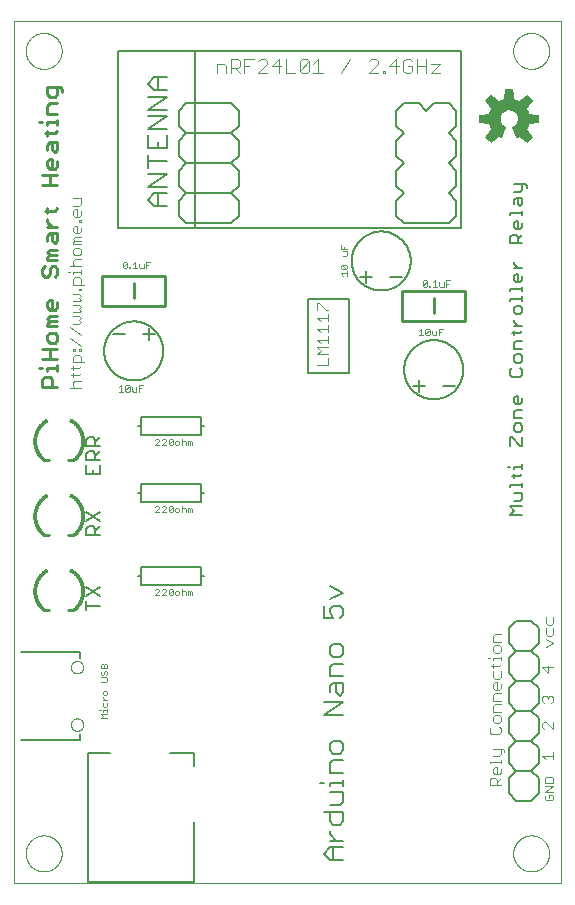
<source format=gto>
G75*
%MOIN*%
%OFA0B0*%
%FSLAX25Y25*%
%IPPOS*%
%LPD*%
%AMOC8*
5,1,8,0,0,1.08239X$1,22.5*
%
%ADD10C,0.00000*%
%ADD11C,0.00900*%
%ADD12C,0.00300*%
%ADD13C,0.00800*%
%ADD14C,0.00600*%
%ADD15C,0.00200*%
%ADD16C,0.00400*%
%ADD17C,0.01000*%
%ADD18C,0.00100*%
%ADD19C,0.00500*%
D10*
X0002500Y0017500D02*
X0002500Y0304961D01*
X0184951Y0304961D01*
X0184951Y0017500D01*
X0002500Y0017500D01*
X0006500Y0027500D02*
X0006502Y0027654D01*
X0006508Y0027809D01*
X0006518Y0027963D01*
X0006532Y0028117D01*
X0006550Y0028270D01*
X0006571Y0028423D01*
X0006597Y0028576D01*
X0006627Y0028727D01*
X0006660Y0028878D01*
X0006698Y0029028D01*
X0006739Y0029177D01*
X0006784Y0029325D01*
X0006833Y0029471D01*
X0006886Y0029617D01*
X0006942Y0029760D01*
X0007002Y0029903D01*
X0007066Y0030043D01*
X0007133Y0030183D01*
X0007204Y0030320D01*
X0007278Y0030455D01*
X0007356Y0030589D01*
X0007437Y0030720D01*
X0007522Y0030849D01*
X0007610Y0030977D01*
X0007701Y0031101D01*
X0007795Y0031224D01*
X0007893Y0031344D01*
X0007993Y0031461D01*
X0008097Y0031576D01*
X0008203Y0031688D01*
X0008312Y0031797D01*
X0008424Y0031903D01*
X0008539Y0032007D01*
X0008656Y0032107D01*
X0008776Y0032205D01*
X0008899Y0032299D01*
X0009023Y0032390D01*
X0009151Y0032478D01*
X0009280Y0032563D01*
X0009411Y0032644D01*
X0009545Y0032722D01*
X0009680Y0032796D01*
X0009817Y0032867D01*
X0009957Y0032934D01*
X0010097Y0032998D01*
X0010240Y0033058D01*
X0010383Y0033114D01*
X0010529Y0033167D01*
X0010675Y0033216D01*
X0010823Y0033261D01*
X0010972Y0033302D01*
X0011122Y0033340D01*
X0011273Y0033373D01*
X0011424Y0033403D01*
X0011577Y0033429D01*
X0011730Y0033450D01*
X0011883Y0033468D01*
X0012037Y0033482D01*
X0012191Y0033492D01*
X0012346Y0033498D01*
X0012500Y0033500D01*
X0012654Y0033498D01*
X0012809Y0033492D01*
X0012963Y0033482D01*
X0013117Y0033468D01*
X0013270Y0033450D01*
X0013423Y0033429D01*
X0013576Y0033403D01*
X0013727Y0033373D01*
X0013878Y0033340D01*
X0014028Y0033302D01*
X0014177Y0033261D01*
X0014325Y0033216D01*
X0014471Y0033167D01*
X0014617Y0033114D01*
X0014760Y0033058D01*
X0014903Y0032998D01*
X0015043Y0032934D01*
X0015183Y0032867D01*
X0015320Y0032796D01*
X0015455Y0032722D01*
X0015589Y0032644D01*
X0015720Y0032563D01*
X0015849Y0032478D01*
X0015977Y0032390D01*
X0016101Y0032299D01*
X0016224Y0032205D01*
X0016344Y0032107D01*
X0016461Y0032007D01*
X0016576Y0031903D01*
X0016688Y0031797D01*
X0016797Y0031688D01*
X0016903Y0031576D01*
X0017007Y0031461D01*
X0017107Y0031344D01*
X0017205Y0031224D01*
X0017299Y0031101D01*
X0017390Y0030977D01*
X0017478Y0030849D01*
X0017563Y0030720D01*
X0017644Y0030589D01*
X0017722Y0030455D01*
X0017796Y0030320D01*
X0017867Y0030183D01*
X0017934Y0030043D01*
X0017998Y0029903D01*
X0018058Y0029760D01*
X0018114Y0029617D01*
X0018167Y0029471D01*
X0018216Y0029325D01*
X0018261Y0029177D01*
X0018302Y0029028D01*
X0018340Y0028878D01*
X0018373Y0028727D01*
X0018403Y0028576D01*
X0018429Y0028423D01*
X0018450Y0028270D01*
X0018468Y0028117D01*
X0018482Y0027963D01*
X0018492Y0027809D01*
X0018498Y0027654D01*
X0018500Y0027500D01*
X0018498Y0027346D01*
X0018492Y0027191D01*
X0018482Y0027037D01*
X0018468Y0026883D01*
X0018450Y0026730D01*
X0018429Y0026577D01*
X0018403Y0026424D01*
X0018373Y0026273D01*
X0018340Y0026122D01*
X0018302Y0025972D01*
X0018261Y0025823D01*
X0018216Y0025675D01*
X0018167Y0025529D01*
X0018114Y0025383D01*
X0018058Y0025240D01*
X0017998Y0025097D01*
X0017934Y0024957D01*
X0017867Y0024817D01*
X0017796Y0024680D01*
X0017722Y0024545D01*
X0017644Y0024411D01*
X0017563Y0024280D01*
X0017478Y0024151D01*
X0017390Y0024023D01*
X0017299Y0023899D01*
X0017205Y0023776D01*
X0017107Y0023656D01*
X0017007Y0023539D01*
X0016903Y0023424D01*
X0016797Y0023312D01*
X0016688Y0023203D01*
X0016576Y0023097D01*
X0016461Y0022993D01*
X0016344Y0022893D01*
X0016224Y0022795D01*
X0016101Y0022701D01*
X0015977Y0022610D01*
X0015849Y0022522D01*
X0015720Y0022437D01*
X0015589Y0022356D01*
X0015455Y0022278D01*
X0015320Y0022204D01*
X0015183Y0022133D01*
X0015043Y0022066D01*
X0014903Y0022002D01*
X0014760Y0021942D01*
X0014617Y0021886D01*
X0014471Y0021833D01*
X0014325Y0021784D01*
X0014177Y0021739D01*
X0014028Y0021698D01*
X0013878Y0021660D01*
X0013727Y0021627D01*
X0013576Y0021597D01*
X0013423Y0021571D01*
X0013270Y0021550D01*
X0013117Y0021532D01*
X0012963Y0021518D01*
X0012809Y0021508D01*
X0012654Y0021502D01*
X0012500Y0021500D01*
X0012346Y0021502D01*
X0012191Y0021508D01*
X0012037Y0021518D01*
X0011883Y0021532D01*
X0011730Y0021550D01*
X0011577Y0021571D01*
X0011424Y0021597D01*
X0011273Y0021627D01*
X0011122Y0021660D01*
X0010972Y0021698D01*
X0010823Y0021739D01*
X0010675Y0021784D01*
X0010529Y0021833D01*
X0010383Y0021886D01*
X0010240Y0021942D01*
X0010097Y0022002D01*
X0009957Y0022066D01*
X0009817Y0022133D01*
X0009680Y0022204D01*
X0009545Y0022278D01*
X0009411Y0022356D01*
X0009280Y0022437D01*
X0009151Y0022522D01*
X0009023Y0022610D01*
X0008899Y0022701D01*
X0008776Y0022795D01*
X0008656Y0022893D01*
X0008539Y0022993D01*
X0008424Y0023097D01*
X0008312Y0023203D01*
X0008203Y0023312D01*
X0008097Y0023424D01*
X0007993Y0023539D01*
X0007893Y0023656D01*
X0007795Y0023776D01*
X0007701Y0023899D01*
X0007610Y0024023D01*
X0007522Y0024151D01*
X0007437Y0024280D01*
X0007356Y0024411D01*
X0007278Y0024545D01*
X0007204Y0024680D01*
X0007133Y0024817D01*
X0007066Y0024957D01*
X0007002Y0025097D01*
X0006942Y0025240D01*
X0006886Y0025383D01*
X0006833Y0025529D01*
X0006784Y0025675D01*
X0006739Y0025823D01*
X0006698Y0025972D01*
X0006660Y0026122D01*
X0006627Y0026273D01*
X0006597Y0026424D01*
X0006571Y0026577D01*
X0006550Y0026730D01*
X0006532Y0026883D01*
X0006518Y0027037D01*
X0006508Y0027191D01*
X0006502Y0027346D01*
X0006500Y0027500D01*
X0021555Y0070453D02*
X0021557Y0070544D01*
X0021563Y0070634D01*
X0021573Y0070725D01*
X0021587Y0070814D01*
X0021605Y0070903D01*
X0021626Y0070992D01*
X0021652Y0071079D01*
X0021681Y0071165D01*
X0021715Y0071249D01*
X0021751Y0071332D01*
X0021792Y0071414D01*
X0021836Y0071493D01*
X0021883Y0071571D01*
X0021934Y0071646D01*
X0021988Y0071719D01*
X0022045Y0071789D01*
X0022105Y0071857D01*
X0022168Y0071923D01*
X0022234Y0071985D01*
X0022303Y0072044D01*
X0022374Y0072101D01*
X0022448Y0072154D01*
X0022524Y0072204D01*
X0022602Y0072251D01*
X0022682Y0072294D01*
X0022763Y0072333D01*
X0022847Y0072369D01*
X0022932Y0072401D01*
X0023018Y0072430D01*
X0023105Y0072454D01*
X0023194Y0072475D01*
X0023283Y0072492D01*
X0023373Y0072505D01*
X0023463Y0072514D01*
X0023554Y0072519D01*
X0023645Y0072520D01*
X0023735Y0072517D01*
X0023826Y0072510D01*
X0023916Y0072499D01*
X0024006Y0072484D01*
X0024095Y0072465D01*
X0024183Y0072443D01*
X0024269Y0072416D01*
X0024355Y0072386D01*
X0024439Y0072352D01*
X0024522Y0072314D01*
X0024603Y0072273D01*
X0024682Y0072228D01*
X0024759Y0072179D01*
X0024833Y0072128D01*
X0024906Y0072073D01*
X0024976Y0072015D01*
X0025043Y0071954D01*
X0025107Y0071890D01*
X0025169Y0071824D01*
X0025228Y0071754D01*
X0025283Y0071683D01*
X0025336Y0071608D01*
X0025385Y0071532D01*
X0025431Y0071454D01*
X0025473Y0071373D01*
X0025512Y0071291D01*
X0025547Y0071207D01*
X0025578Y0071122D01*
X0025605Y0071035D01*
X0025629Y0070948D01*
X0025649Y0070859D01*
X0025665Y0070770D01*
X0025677Y0070680D01*
X0025685Y0070589D01*
X0025689Y0070498D01*
X0025689Y0070408D01*
X0025685Y0070317D01*
X0025677Y0070226D01*
X0025665Y0070136D01*
X0025649Y0070047D01*
X0025629Y0069958D01*
X0025605Y0069871D01*
X0025578Y0069784D01*
X0025547Y0069699D01*
X0025512Y0069615D01*
X0025473Y0069533D01*
X0025431Y0069452D01*
X0025385Y0069374D01*
X0025336Y0069298D01*
X0025283Y0069223D01*
X0025228Y0069152D01*
X0025169Y0069082D01*
X0025107Y0069016D01*
X0025043Y0068952D01*
X0024976Y0068891D01*
X0024906Y0068833D01*
X0024833Y0068778D01*
X0024759Y0068727D01*
X0024682Y0068678D01*
X0024603Y0068633D01*
X0024522Y0068592D01*
X0024439Y0068554D01*
X0024355Y0068520D01*
X0024269Y0068490D01*
X0024183Y0068463D01*
X0024095Y0068441D01*
X0024006Y0068422D01*
X0023916Y0068407D01*
X0023826Y0068396D01*
X0023735Y0068389D01*
X0023645Y0068386D01*
X0023554Y0068387D01*
X0023463Y0068392D01*
X0023373Y0068401D01*
X0023283Y0068414D01*
X0023194Y0068431D01*
X0023105Y0068452D01*
X0023018Y0068476D01*
X0022932Y0068505D01*
X0022847Y0068537D01*
X0022763Y0068573D01*
X0022682Y0068612D01*
X0022602Y0068655D01*
X0022524Y0068702D01*
X0022448Y0068752D01*
X0022374Y0068805D01*
X0022303Y0068862D01*
X0022234Y0068921D01*
X0022168Y0068983D01*
X0022105Y0069049D01*
X0022045Y0069117D01*
X0021988Y0069187D01*
X0021934Y0069260D01*
X0021883Y0069335D01*
X0021836Y0069413D01*
X0021792Y0069492D01*
X0021751Y0069574D01*
X0021715Y0069657D01*
X0021681Y0069741D01*
X0021652Y0069827D01*
X0021626Y0069914D01*
X0021605Y0070003D01*
X0021587Y0070092D01*
X0021573Y0070181D01*
X0021563Y0070272D01*
X0021557Y0070362D01*
X0021555Y0070453D01*
X0021555Y0089547D02*
X0021557Y0089638D01*
X0021563Y0089728D01*
X0021573Y0089819D01*
X0021587Y0089908D01*
X0021605Y0089997D01*
X0021626Y0090086D01*
X0021652Y0090173D01*
X0021681Y0090259D01*
X0021715Y0090343D01*
X0021751Y0090426D01*
X0021792Y0090508D01*
X0021836Y0090587D01*
X0021883Y0090665D01*
X0021934Y0090740D01*
X0021988Y0090813D01*
X0022045Y0090883D01*
X0022105Y0090951D01*
X0022168Y0091017D01*
X0022234Y0091079D01*
X0022303Y0091138D01*
X0022374Y0091195D01*
X0022448Y0091248D01*
X0022524Y0091298D01*
X0022602Y0091345D01*
X0022682Y0091388D01*
X0022763Y0091427D01*
X0022847Y0091463D01*
X0022932Y0091495D01*
X0023018Y0091524D01*
X0023105Y0091548D01*
X0023194Y0091569D01*
X0023283Y0091586D01*
X0023373Y0091599D01*
X0023463Y0091608D01*
X0023554Y0091613D01*
X0023645Y0091614D01*
X0023735Y0091611D01*
X0023826Y0091604D01*
X0023916Y0091593D01*
X0024006Y0091578D01*
X0024095Y0091559D01*
X0024183Y0091537D01*
X0024269Y0091510D01*
X0024355Y0091480D01*
X0024439Y0091446D01*
X0024522Y0091408D01*
X0024603Y0091367D01*
X0024682Y0091322D01*
X0024759Y0091273D01*
X0024833Y0091222D01*
X0024906Y0091167D01*
X0024976Y0091109D01*
X0025043Y0091048D01*
X0025107Y0090984D01*
X0025169Y0090918D01*
X0025228Y0090848D01*
X0025283Y0090777D01*
X0025336Y0090702D01*
X0025385Y0090626D01*
X0025431Y0090548D01*
X0025473Y0090467D01*
X0025512Y0090385D01*
X0025547Y0090301D01*
X0025578Y0090216D01*
X0025605Y0090129D01*
X0025629Y0090042D01*
X0025649Y0089953D01*
X0025665Y0089864D01*
X0025677Y0089774D01*
X0025685Y0089683D01*
X0025689Y0089592D01*
X0025689Y0089502D01*
X0025685Y0089411D01*
X0025677Y0089320D01*
X0025665Y0089230D01*
X0025649Y0089141D01*
X0025629Y0089052D01*
X0025605Y0088965D01*
X0025578Y0088878D01*
X0025547Y0088793D01*
X0025512Y0088709D01*
X0025473Y0088627D01*
X0025431Y0088546D01*
X0025385Y0088468D01*
X0025336Y0088392D01*
X0025283Y0088317D01*
X0025228Y0088246D01*
X0025169Y0088176D01*
X0025107Y0088110D01*
X0025043Y0088046D01*
X0024976Y0087985D01*
X0024906Y0087927D01*
X0024833Y0087872D01*
X0024759Y0087821D01*
X0024682Y0087772D01*
X0024603Y0087727D01*
X0024522Y0087686D01*
X0024439Y0087648D01*
X0024355Y0087614D01*
X0024269Y0087584D01*
X0024183Y0087557D01*
X0024095Y0087535D01*
X0024006Y0087516D01*
X0023916Y0087501D01*
X0023826Y0087490D01*
X0023735Y0087483D01*
X0023645Y0087480D01*
X0023554Y0087481D01*
X0023463Y0087486D01*
X0023373Y0087495D01*
X0023283Y0087508D01*
X0023194Y0087525D01*
X0023105Y0087546D01*
X0023018Y0087570D01*
X0022932Y0087599D01*
X0022847Y0087631D01*
X0022763Y0087667D01*
X0022682Y0087706D01*
X0022602Y0087749D01*
X0022524Y0087796D01*
X0022448Y0087846D01*
X0022374Y0087899D01*
X0022303Y0087956D01*
X0022234Y0088015D01*
X0022168Y0088077D01*
X0022105Y0088143D01*
X0022045Y0088211D01*
X0021988Y0088281D01*
X0021934Y0088354D01*
X0021883Y0088429D01*
X0021836Y0088507D01*
X0021792Y0088586D01*
X0021751Y0088668D01*
X0021715Y0088751D01*
X0021681Y0088835D01*
X0021652Y0088921D01*
X0021626Y0089008D01*
X0021605Y0089097D01*
X0021587Y0089186D01*
X0021573Y0089275D01*
X0021563Y0089366D01*
X0021557Y0089456D01*
X0021555Y0089547D01*
X0006500Y0295000D02*
X0006502Y0295154D01*
X0006508Y0295309D01*
X0006518Y0295463D01*
X0006532Y0295617D01*
X0006550Y0295770D01*
X0006571Y0295923D01*
X0006597Y0296076D01*
X0006627Y0296227D01*
X0006660Y0296378D01*
X0006698Y0296528D01*
X0006739Y0296677D01*
X0006784Y0296825D01*
X0006833Y0296971D01*
X0006886Y0297117D01*
X0006942Y0297260D01*
X0007002Y0297403D01*
X0007066Y0297543D01*
X0007133Y0297683D01*
X0007204Y0297820D01*
X0007278Y0297955D01*
X0007356Y0298089D01*
X0007437Y0298220D01*
X0007522Y0298349D01*
X0007610Y0298477D01*
X0007701Y0298601D01*
X0007795Y0298724D01*
X0007893Y0298844D01*
X0007993Y0298961D01*
X0008097Y0299076D01*
X0008203Y0299188D01*
X0008312Y0299297D01*
X0008424Y0299403D01*
X0008539Y0299507D01*
X0008656Y0299607D01*
X0008776Y0299705D01*
X0008899Y0299799D01*
X0009023Y0299890D01*
X0009151Y0299978D01*
X0009280Y0300063D01*
X0009411Y0300144D01*
X0009545Y0300222D01*
X0009680Y0300296D01*
X0009817Y0300367D01*
X0009957Y0300434D01*
X0010097Y0300498D01*
X0010240Y0300558D01*
X0010383Y0300614D01*
X0010529Y0300667D01*
X0010675Y0300716D01*
X0010823Y0300761D01*
X0010972Y0300802D01*
X0011122Y0300840D01*
X0011273Y0300873D01*
X0011424Y0300903D01*
X0011577Y0300929D01*
X0011730Y0300950D01*
X0011883Y0300968D01*
X0012037Y0300982D01*
X0012191Y0300992D01*
X0012346Y0300998D01*
X0012500Y0301000D01*
X0012654Y0300998D01*
X0012809Y0300992D01*
X0012963Y0300982D01*
X0013117Y0300968D01*
X0013270Y0300950D01*
X0013423Y0300929D01*
X0013576Y0300903D01*
X0013727Y0300873D01*
X0013878Y0300840D01*
X0014028Y0300802D01*
X0014177Y0300761D01*
X0014325Y0300716D01*
X0014471Y0300667D01*
X0014617Y0300614D01*
X0014760Y0300558D01*
X0014903Y0300498D01*
X0015043Y0300434D01*
X0015183Y0300367D01*
X0015320Y0300296D01*
X0015455Y0300222D01*
X0015589Y0300144D01*
X0015720Y0300063D01*
X0015849Y0299978D01*
X0015977Y0299890D01*
X0016101Y0299799D01*
X0016224Y0299705D01*
X0016344Y0299607D01*
X0016461Y0299507D01*
X0016576Y0299403D01*
X0016688Y0299297D01*
X0016797Y0299188D01*
X0016903Y0299076D01*
X0017007Y0298961D01*
X0017107Y0298844D01*
X0017205Y0298724D01*
X0017299Y0298601D01*
X0017390Y0298477D01*
X0017478Y0298349D01*
X0017563Y0298220D01*
X0017644Y0298089D01*
X0017722Y0297955D01*
X0017796Y0297820D01*
X0017867Y0297683D01*
X0017934Y0297543D01*
X0017998Y0297403D01*
X0018058Y0297260D01*
X0018114Y0297117D01*
X0018167Y0296971D01*
X0018216Y0296825D01*
X0018261Y0296677D01*
X0018302Y0296528D01*
X0018340Y0296378D01*
X0018373Y0296227D01*
X0018403Y0296076D01*
X0018429Y0295923D01*
X0018450Y0295770D01*
X0018468Y0295617D01*
X0018482Y0295463D01*
X0018492Y0295309D01*
X0018498Y0295154D01*
X0018500Y0295000D01*
X0018498Y0294846D01*
X0018492Y0294691D01*
X0018482Y0294537D01*
X0018468Y0294383D01*
X0018450Y0294230D01*
X0018429Y0294077D01*
X0018403Y0293924D01*
X0018373Y0293773D01*
X0018340Y0293622D01*
X0018302Y0293472D01*
X0018261Y0293323D01*
X0018216Y0293175D01*
X0018167Y0293029D01*
X0018114Y0292883D01*
X0018058Y0292740D01*
X0017998Y0292597D01*
X0017934Y0292457D01*
X0017867Y0292317D01*
X0017796Y0292180D01*
X0017722Y0292045D01*
X0017644Y0291911D01*
X0017563Y0291780D01*
X0017478Y0291651D01*
X0017390Y0291523D01*
X0017299Y0291399D01*
X0017205Y0291276D01*
X0017107Y0291156D01*
X0017007Y0291039D01*
X0016903Y0290924D01*
X0016797Y0290812D01*
X0016688Y0290703D01*
X0016576Y0290597D01*
X0016461Y0290493D01*
X0016344Y0290393D01*
X0016224Y0290295D01*
X0016101Y0290201D01*
X0015977Y0290110D01*
X0015849Y0290022D01*
X0015720Y0289937D01*
X0015589Y0289856D01*
X0015455Y0289778D01*
X0015320Y0289704D01*
X0015183Y0289633D01*
X0015043Y0289566D01*
X0014903Y0289502D01*
X0014760Y0289442D01*
X0014617Y0289386D01*
X0014471Y0289333D01*
X0014325Y0289284D01*
X0014177Y0289239D01*
X0014028Y0289198D01*
X0013878Y0289160D01*
X0013727Y0289127D01*
X0013576Y0289097D01*
X0013423Y0289071D01*
X0013270Y0289050D01*
X0013117Y0289032D01*
X0012963Y0289018D01*
X0012809Y0289008D01*
X0012654Y0289002D01*
X0012500Y0289000D01*
X0012346Y0289002D01*
X0012191Y0289008D01*
X0012037Y0289018D01*
X0011883Y0289032D01*
X0011730Y0289050D01*
X0011577Y0289071D01*
X0011424Y0289097D01*
X0011273Y0289127D01*
X0011122Y0289160D01*
X0010972Y0289198D01*
X0010823Y0289239D01*
X0010675Y0289284D01*
X0010529Y0289333D01*
X0010383Y0289386D01*
X0010240Y0289442D01*
X0010097Y0289502D01*
X0009957Y0289566D01*
X0009817Y0289633D01*
X0009680Y0289704D01*
X0009545Y0289778D01*
X0009411Y0289856D01*
X0009280Y0289937D01*
X0009151Y0290022D01*
X0009023Y0290110D01*
X0008899Y0290201D01*
X0008776Y0290295D01*
X0008656Y0290393D01*
X0008539Y0290493D01*
X0008424Y0290597D01*
X0008312Y0290703D01*
X0008203Y0290812D01*
X0008097Y0290924D01*
X0007993Y0291039D01*
X0007893Y0291156D01*
X0007795Y0291276D01*
X0007701Y0291399D01*
X0007610Y0291523D01*
X0007522Y0291651D01*
X0007437Y0291780D01*
X0007356Y0291911D01*
X0007278Y0292045D01*
X0007204Y0292180D01*
X0007133Y0292317D01*
X0007066Y0292457D01*
X0007002Y0292597D01*
X0006942Y0292740D01*
X0006886Y0292883D01*
X0006833Y0293029D01*
X0006784Y0293175D01*
X0006739Y0293323D01*
X0006698Y0293472D01*
X0006660Y0293622D01*
X0006627Y0293773D01*
X0006597Y0293924D01*
X0006571Y0294077D01*
X0006550Y0294230D01*
X0006532Y0294383D01*
X0006518Y0294537D01*
X0006508Y0294691D01*
X0006502Y0294846D01*
X0006500Y0295000D01*
X0169000Y0295000D02*
X0169002Y0295154D01*
X0169008Y0295309D01*
X0169018Y0295463D01*
X0169032Y0295617D01*
X0169050Y0295770D01*
X0169071Y0295923D01*
X0169097Y0296076D01*
X0169127Y0296227D01*
X0169160Y0296378D01*
X0169198Y0296528D01*
X0169239Y0296677D01*
X0169284Y0296825D01*
X0169333Y0296971D01*
X0169386Y0297117D01*
X0169442Y0297260D01*
X0169502Y0297403D01*
X0169566Y0297543D01*
X0169633Y0297683D01*
X0169704Y0297820D01*
X0169778Y0297955D01*
X0169856Y0298089D01*
X0169937Y0298220D01*
X0170022Y0298349D01*
X0170110Y0298477D01*
X0170201Y0298601D01*
X0170295Y0298724D01*
X0170393Y0298844D01*
X0170493Y0298961D01*
X0170597Y0299076D01*
X0170703Y0299188D01*
X0170812Y0299297D01*
X0170924Y0299403D01*
X0171039Y0299507D01*
X0171156Y0299607D01*
X0171276Y0299705D01*
X0171399Y0299799D01*
X0171523Y0299890D01*
X0171651Y0299978D01*
X0171780Y0300063D01*
X0171911Y0300144D01*
X0172045Y0300222D01*
X0172180Y0300296D01*
X0172317Y0300367D01*
X0172457Y0300434D01*
X0172597Y0300498D01*
X0172740Y0300558D01*
X0172883Y0300614D01*
X0173029Y0300667D01*
X0173175Y0300716D01*
X0173323Y0300761D01*
X0173472Y0300802D01*
X0173622Y0300840D01*
X0173773Y0300873D01*
X0173924Y0300903D01*
X0174077Y0300929D01*
X0174230Y0300950D01*
X0174383Y0300968D01*
X0174537Y0300982D01*
X0174691Y0300992D01*
X0174846Y0300998D01*
X0175000Y0301000D01*
X0175154Y0300998D01*
X0175309Y0300992D01*
X0175463Y0300982D01*
X0175617Y0300968D01*
X0175770Y0300950D01*
X0175923Y0300929D01*
X0176076Y0300903D01*
X0176227Y0300873D01*
X0176378Y0300840D01*
X0176528Y0300802D01*
X0176677Y0300761D01*
X0176825Y0300716D01*
X0176971Y0300667D01*
X0177117Y0300614D01*
X0177260Y0300558D01*
X0177403Y0300498D01*
X0177543Y0300434D01*
X0177683Y0300367D01*
X0177820Y0300296D01*
X0177955Y0300222D01*
X0178089Y0300144D01*
X0178220Y0300063D01*
X0178349Y0299978D01*
X0178477Y0299890D01*
X0178601Y0299799D01*
X0178724Y0299705D01*
X0178844Y0299607D01*
X0178961Y0299507D01*
X0179076Y0299403D01*
X0179188Y0299297D01*
X0179297Y0299188D01*
X0179403Y0299076D01*
X0179507Y0298961D01*
X0179607Y0298844D01*
X0179705Y0298724D01*
X0179799Y0298601D01*
X0179890Y0298477D01*
X0179978Y0298349D01*
X0180063Y0298220D01*
X0180144Y0298089D01*
X0180222Y0297955D01*
X0180296Y0297820D01*
X0180367Y0297683D01*
X0180434Y0297543D01*
X0180498Y0297403D01*
X0180558Y0297260D01*
X0180614Y0297117D01*
X0180667Y0296971D01*
X0180716Y0296825D01*
X0180761Y0296677D01*
X0180802Y0296528D01*
X0180840Y0296378D01*
X0180873Y0296227D01*
X0180903Y0296076D01*
X0180929Y0295923D01*
X0180950Y0295770D01*
X0180968Y0295617D01*
X0180982Y0295463D01*
X0180992Y0295309D01*
X0180998Y0295154D01*
X0181000Y0295000D01*
X0180998Y0294846D01*
X0180992Y0294691D01*
X0180982Y0294537D01*
X0180968Y0294383D01*
X0180950Y0294230D01*
X0180929Y0294077D01*
X0180903Y0293924D01*
X0180873Y0293773D01*
X0180840Y0293622D01*
X0180802Y0293472D01*
X0180761Y0293323D01*
X0180716Y0293175D01*
X0180667Y0293029D01*
X0180614Y0292883D01*
X0180558Y0292740D01*
X0180498Y0292597D01*
X0180434Y0292457D01*
X0180367Y0292317D01*
X0180296Y0292180D01*
X0180222Y0292045D01*
X0180144Y0291911D01*
X0180063Y0291780D01*
X0179978Y0291651D01*
X0179890Y0291523D01*
X0179799Y0291399D01*
X0179705Y0291276D01*
X0179607Y0291156D01*
X0179507Y0291039D01*
X0179403Y0290924D01*
X0179297Y0290812D01*
X0179188Y0290703D01*
X0179076Y0290597D01*
X0178961Y0290493D01*
X0178844Y0290393D01*
X0178724Y0290295D01*
X0178601Y0290201D01*
X0178477Y0290110D01*
X0178349Y0290022D01*
X0178220Y0289937D01*
X0178089Y0289856D01*
X0177955Y0289778D01*
X0177820Y0289704D01*
X0177683Y0289633D01*
X0177543Y0289566D01*
X0177403Y0289502D01*
X0177260Y0289442D01*
X0177117Y0289386D01*
X0176971Y0289333D01*
X0176825Y0289284D01*
X0176677Y0289239D01*
X0176528Y0289198D01*
X0176378Y0289160D01*
X0176227Y0289127D01*
X0176076Y0289097D01*
X0175923Y0289071D01*
X0175770Y0289050D01*
X0175617Y0289032D01*
X0175463Y0289018D01*
X0175309Y0289008D01*
X0175154Y0289002D01*
X0175000Y0289000D01*
X0174846Y0289002D01*
X0174691Y0289008D01*
X0174537Y0289018D01*
X0174383Y0289032D01*
X0174230Y0289050D01*
X0174077Y0289071D01*
X0173924Y0289097D01*
X0173773Y0289127D01*
X0173622Y0289160D01*
X0173472Y0289198D01*
X0173323Y0289239D01*
X0173175Y0289284D01*
X0173029Y0289333D01*
X0172883Y0289386D01*
X0172740Y0289442D01*
X0172597Y0289502D01*
X0172457Y0289566D01*
X0172317Y0289633D01*
X0172180Y0289704D01*
X0172045Y0289778D01*
X0171911Y0289856D01*
X0171780Y0289937D01*
X0171651Y0290022D01*
X0171523Y0290110D01*
X0171399Y0290201D01*
X0171276Y0290295D01*
X0171156Y0290393D01*
X0171039Y0290493D01*
X0170924Y0290597D01*
X0170812Y0290703D01*
X0170703Y0290812D01*
X0170597Y0290924D01*
X0170493Y0291039D01*
X0170393Y0291156D01*
X0170295Y0291276D01*
X0170201Y0291399D01*
X0170110Y0291523D01*
X0170022Y0291651D01*
X0169937Y0291780D01*
X0169856Y0291911D01*
X0169778Y0292045D01*
X0169704Y0292180D01*
X0169633Y0292317D01*
X0169566Y0292457D01*
X0169502Y0292597D01*
X0169442Y0292740D01*
X0169386Y0292883D01*
X0169333Y0293029D01*
X0169284Y0293175D01*
X0169239Y0293323D01*
X0169198Y0293472D01*
X0169160Y0293622D01*
X0169127Y0293773D01*
X0169097Y0293924D01*
X0169071Y0294077D01*
X0169050Y0294230D01*
X0169032Y0294383D01*
X0169018Y0294537D01*
X0169008Y0294691D01*
X0169002Y0294846D01*
X0169000Y0295000D01*
X0169000Y0027500D02*
X0169002Y0027654D01*
X0169008Y0027809D01*
X0169018Y0027963D01*
X0169032Y0028117D01*
X0169050Y0028270D01*
X0169071Y0028423D01*
X0169097Y0028576D01*
X0169127Y0028727D01*
X0169160Y0028878D01*
X0169198Y0029028D01*
X0169239Y0029177D01*
X0169284Y0029325D01*
X0169333Y0029471D01*
X0169386Y0029617D01*
X0169442Y0029760D01*
X0169502Y0029903D01*
X0169566Y0030043D01*
X0169633Y0030183D01*
X0169704Y0030320D01*
X0169778Y0030455D01*
X0169856Y0030589D01*
X0169937Y0030720D01*
X0170022Y0030849D01*
X0170110Y0030977D01*
X0170201Y0031101D01*
X0170295Y0031224D01*
X0170393Y0031344D01*
X0170493Y0031461D01*
X0170597Y0031576D01*
X0170703Y0031688D01*
X0170812Y0031797D01*
X0170924Y0031903D01*
X0171039Y0032007D01*
X0171156Y0032107D01*
X0171276Y0032205D01*
X0171399Y0032299D01*
X0171523Y0032390D01*
X0171651Y0032478D01*
X0171780Y0032563D01*
X0171911Y0032644D01*
X0172045Y0032722D01*
X0172180Y0032796D01*
X0172317Y0032867D01*
X0172457Y0032934D01*
X0172597Y0032998D01*
X0172740Y0033058D01*
X0172883Y0033114D01*
X0173029Y0033167D01*
X0173175Y0033216D01*
X0173323Y0033261D01*
X0173472Y0033302D01*
X0173622Y0033340D01*
X0173773Y0033373D01*
X0173924Y0033403D01*
X0174077Y0033429D01*
X0174230Y0033450D01*
X0174383Y0033468D01*
X0174537Y0033482D01*
X0174691Y0033492D01*
X0174846Y0033498D01*
X0175000Y0033500D01*
X0175154Y0033498D01*
X0175309Y0033492D01*
X0175463Y0033482D01*
X0175617Y0033468D01*
X0175770Y0033450D01*
X0175923Y0033429D01*
X0176076Y0033403D01*
X0176227Y0033373D01*
X0176378Y0033340D01*
X0176528Y0033302D01*
X0176677Y0033261D01*
X0176825Y0033216D01*
X0176971Y0033167D01*
X0177117Y0033114D01*
X0177260Y0033058D01*
X0177403Y0032998D01*
X0177543Y0032934D01*
X0177683Y0032867D01*
X0177820Y0032796D01*
X0177955Y0032722D01*
X0178089Y0032644D01*
X0178220Y0032563D01*
X0178349Y0032478D01*
X0178477Y0032390D01*
X0178601Y0032299D01*
X0178724Y0032205D01*
X0178844Y0032107D01*
X0178961Y0032007D01*
X0179076Y0031903D01*
X0179188Y0031797D01*
X0179297Y0031688D01*
X0179403Y0031576D01*
X0179507Y0031461D01*
X0179607Y0031344D01*
X0179705Y0031224D01*
X0179799Y0031101D01*
X0179890Y0030977D01*
X0179978Y0030849D01*
X0180063Y0030720D01*
X0180144Y0030589D01*
X0180222Y0030455D01*
X0180296Y0030320D01*
X0180367Y0030183D01*
X0180434Y0030043D01*
X0180498Y0029903D01*
X0180558Y0029760D01*
X0180614Y0029617D01*
X0180667Y0029471D01*
X0180716Y0029325D01*
X0180761Y0029177D01*
X0180802Y0029028D01*
X0180840Y0028878D01*
X0180873Y0028727D01*
X0180903Y0028576D01*
X0180929Y0028423D01*
X0180950Y0028270D01*
X0180968Y0028117D01*
X0180982Y0027963D01*
X0180992Y0027809D01*
X0180998Y0027654D01*
X0181000Y0027500D01*
X0180998Y0027346D01*
X0180992Y0027191D01*
X0180982Y0027037D01*
X0180968Y0026883D01*
X0180950Y0026730D01*
X0180929Y0026577D01*
X0180903Y0026424D01*
X0180873Y0026273D01*
X0180840Y0026122D01*
X0180802Y0025972D01*
X0180761Y0025823D01*
X0180716Y0025675D01*
X0180667Y0025529D01*
X0180614Y0025383D01*
X0180558Y0025240D01*
X0180498Y0025097D01*
X0180434Y0024957D01*
X0180367Y0024817D01*
X0180296Y0024680D01*
X0180222Y0024545D01*
X0180144Y0024411D01*
X0180063Y0024280D01*
X0179978Y0024151D01*
X0179890Y0024023D01*
X0179799Y0023899D01*
X0179705Y0023776D01*
X0179607Y0023656D01*
X0179507Y0023539D01*
X0179403Y0023424D01*
X0179297Y0023312D01*
X0179188Y0023203D01*
X0179076Y0023097D01*
X0178961Y0022993D01*
X0178844Y0022893D01*
X0178724Y0022795D01*
X0178601Y0022701D01*
X0178477Y0022610D01*
X0178349Y0022522D01*
X0178220Y0022437D01*
X0178089Y0022356D01*
X0177955Y0022278D01*
X0177820Y0022204D01*
X0177683Y0022133D01*
X0177543Y0022066D01*
X0177403Y0022002D01*
X0177260Y0021942D01*
X0177117Y0021886D01*
X0176971Y0021833D01*
X0176825Y0021784D01*
X0176677Y0021739D01*
X0176528Y0021698D01*
X0176378Y0021660D01*
X0176227Y0021627D01*
X0176076Y0021597D01*
X0175923Y0021571D01*
X0175770Y0021550D01*
X0175617Y0021532D01*
X0175463Y0021518D01*
X0175309Y0021508D01*
X0175154Y0021502D01*
X0175000Y0021500D01*
X0174846Y0021502D01*
X0174691Y0021508D01*
X0174537Y0021518D01*
X0174383Y0021532D01*
X0174230Y0021550D01*
X0174077Y0021571D01*
X0173924Y0021597D01*
X0173773Y0021627D01*
X0173622Y0021660D01*
X0173472Y0021698D01*
X0173323Y0021739D01*
X0173175Y0021784D01*
X0173029Y0021833D01*
X0172883Y0021886D01*
X0172740Y0021942D01*
X0172597Y0022002D01*
X0172457Y0022066D01*
X0172317Y0022133D01*
X0172180Y0022204D01*
X0172045Y0022278D01*
X0171911Y0022356D01*
X0171780Y0022437D01*
X0171651Y0022522D01*
X0171523Y0022610D01*
X0171399Y0022701D01*
X0171276Y0022795D01*
X0171156Y0022893D01*
X0171039Y0022993D01*
X0170924Y0023097D01*
X0170812Y0023203D01*
X0170703Y0023312D01*
X0170597Y0023424D01*
X0170493Y0023539D01*
X0170393Y0023656D01*
X0170295Y0023776D01*
X0170201Y0023899D01*
X0170110Y0024023D01*
X0170022Y0024151D01*
X0169937Y0024280D01*
X0169856Y0024411D01*
X0169778Y0024545D01*
X0169704Y0024680D01*
X0169633Y0024817D01*
X0169566Y0024957D01*
X0169502Y0025097D01*
X0169442Y0025240D01*
X0169386Y0025383D01*
X0169333Y0025529D01*
X0169284Y0025675D01*
X0169239Y0025823D01*
X0169198Y0025972D01*
X0169160Y0026122D01*
X0169127Y0026273D01*
X0169097Y0026424D01*
X0169071Y0026577D01*
X0169050Y0026730D01*
X0169032Y0026883D01*
X0169018Y0027037D01*
X0169008Y0027191D01*
X0169002Y0027346D01*
X0169000Y0027500D01*
D11*
X0017050Y0182950D02*
X0011946Y0182950D01*
X0011946Y0185502D01*
X0012796Y0186353D01*
X0014498Y0186353D01*
X0015349Y0185502D01*
X0015349Y0182950D01*
X0017050Y0188475D02*
X0017050Y0190176D01*
X0017050Y0189325D02*
X0013647Y0189325D01*
X0013647Y0188475D01*
X0011946Y0189325D02*
X0011095Y0189325D01*
X0011946Y0192158D02*
X0017050Y0192158D01*
X0017050Y0195561D02*
X0011946Y0195561D01*
X0014498Y0195561D02*
X0014498Y0192158D01*
X0014498Y0197683D02*
X0016199Y0197683D01*
X0017050Y0198533D01*
X0017050Y0200235D01*
X0016199Y0201085D01*
X0014498Y0201085D01*
X0013647Y0200235D01*
X0013647Y0198533D01*
X0014498Y0197683D01*
X0013647Y0203207D02*
X0013647Y0204058D01*
X0014498Y0204909D01*
X0013647Y0205759D01*
X0014498Y0206610D01*
X0017050Y0206610D01*
X0017050Y0204909D02*
X0014498Y0204909D01*
X0013647Y0203207D02*
X0017050Y0203207D01*
X0016199Y0208732D02*
X0014498Y0208732D01*
X0013647Y0209583D01*
X0013647Y0211284D01*
X0014498Y0212135D01*
X0015349Y0212135D01*
X0015349Y0208732D01*
X0016199Y0208732D02*
X0017050Y0209583D01*
X0017050Y0211284D01*
X0016199Y0219781D02*
X0017050Y0220632D01*
X0017050Y0222334D01*
X0016199Y0223184D01*
X0015349Y0223184D01*
X0014498Y0222334D01*
X0014498Y0220632D01*
X0013647Y0219781D01*
X0012796Y0219781D01*
X0011946Y0220632D01*
X0011946Y0222334D01*
X0012796Y0223184D01*
X0013647Y0225306D02*
X0013647Y0226157D01*
X0014498Y0227008D01*
X0013647Y0227858D01*
X0014498Y0228709D01*
X0017050Y0228709D01*
X0017050Y0227008D02*
X0014498Y0227008D01*
X0013647Y0225306D02*
X0017050Y0225306D01*
X0016199Y0230831D02*
X0015349Y0231682D01*
X0015349Y0234234D01*
X0014498Y0234234D02*
X0017050Y0234234D01*
X0017050Y0231682D01*
X0016199Y0230831D01*
X0013647Y0231682D02*
X0013647Y0233383D01*
X0014498Y0234234D01*
X0015349Y0236356D02*
X0013647Y0238057D01*
X0013647Y0238908D01*
X0013647Y0240960D02*
X0013647Y0242661D01*
X0012796Y0241810D02*
X0016199Y0241810D01*
X0017050Y0242661D01*
X0017050Y0236356D02*
X0013647Y0236356D01*
X0014498Y0250167D02*
X0014498Y0253570D01*
X0014498Y0255692D02*
X0013647Y0256543D01*
X0013647Y0258244D01*
X0014498Y0259095D01*
X0015349Y0259095D01*
X0015349Y0255692D01*
X0016199Y0255692D02*
X0014498Y0255692D01*
X0016199Y0255692D02*
X0017050Y0256543D01*
X0017050Y0258244D01*
X0016199Y0261217D02*
X0015349Y0262068D01*
X0015349Y0264620D01*
X0014498Y0264620D02*
X0013647Y0263769D01*
X0013647Y0262068D01*
X0014498Y0264620D02*
X0017050Y0264620D01*
X0017050Y0262068D01*
X0016199Y0261217D01*
X0013647Y0266742D02*
X0013647Y0268443D01*
X0012796Y0267592D02*
X0016199Y0267592D01*
X0017050Y0268443D01*
X0017050Y0270425D02*
X0017050Y0272126D01*
X0017050Y0271275D02*
X0013647Y0271275D01*
X0013647Y0270425D01*
X0011946Y0271275D02*
X0011095Y0271275D01*
X0013647Y0274108D02*
X0013647Y0276660D01*
X0014498Y0277511D01*
X0017050Y0277511D01*
X0016199Y0279633D02*
X0017050Y0280483D01*
X0017050Y0283035D01*
X0017901Y0283035D02*
X0013647Y0283035D01*
X0013647Y0280483D01*
X0014498Y0279633D01*
X0016199Y0279633D01*
X0018751Y0282185D02*
X0017901Y0283035D01*
X0018751Y0282185D02*
X0018751Y0281334D01*
X0017050Y0274108D02*
X0013647Y0274108D01*
X0011946Y0253570D02*
X0017050Y0253570D01*
X0017050Y0250167D02*
X0011946Y0250167D01*
D12*
X0022381Y0245891D02*
X0024850Y0245891D01*
X0024850Y0244039D01*
X0024233Y0243422D01*
X0022381Y0243422D01*
X0022998Y0242208D02*
X0022381Y0241590D01*
X0022381Y0240356D01*
X0022998Y0239739D01*
X0024233Y0239739D01*
X0024850Y0240356D01*
X0024850Y0241590D01*
X0023616Y0242208D02*
X0023616Y0239739D01*
X0024233Y0238514D02*
X0024850Y0238514D01*
X0024850Y0237897D01*
X0024233Y0237897D01*
X0024233Y0238514D01*
X0023616Y0236683D02*
X0023616Y0234214D01*
X0024233Y0234214D02*
X0022998Y0234214D01*
X0022381Y0234831D01*
X0022381Y0236066D01*
X0022998Y0236683D01*
X0023616Y0236683D01*
X0024850Y0236066D02*
X0024850Y0234831D01*
X0024233Y0234214D01*
X0024850Y0233000D02*
X0022998Y0233000D01*
X0022381Y0232382D01*
X0022998Y0231765D01*
X0024850Y0231765D01*
X0024850Y0230531D02*
X0022381Y0230531D01*
X0022381Y0231148D01*
X0022998Y0231765D01*
X0022998Y0229316D02*
X0022381Y0228699D01*
X0022381Y0227465D01*
X0022998Y0226848D01*
X0024233Y0226848D01*
X0024850Y0227465D01*
X0024850Y0228699D01*
X0024233Y0229316D01*
X0022998Y0229316D01*
X0022998Y0225633D02*
X0022381Y0225016D01*
X0022381Y0223782D01*
X0022998Y0223165D01*
X0021147Y0223165D02*
X0024850Y0223165D01*
X0024850Y0221944D02*
X0024850Y0220709D01*
X0024850Y0221326D02*
X0022381Y0221326D01*
X0022381Y0220709D01*
X0022998Y0219495D02*
X0022381Y0218878D01*
X0022381Y0217026D01*
X0026084Y0217026D01*
X0024850Y0217026D02*
X0024850Y0218878D01*
X0024233Y0219495D01*
X0022998Y0219495D01*
X0021147Y0221326D02*
X0020530Y0221326D01*
X0022998Y0225633D02*
X0024850Y0225633D01*
X0024850Y0215802D02*
X0024233Y0215802D01*
X0024233Y0215184D01*
X0024850Y0215184D01*
X0024850Y0215802D01*
X0024233Y0213970D02*
X0022381Y0213970D01*
X0024233Y0213970D02*
X0024850Y0213353D01*
X0024233Y0212736D01*
X0024850Y0212118D01*
X0024233Y0211501D01*
X0022381Y0211501D01*
X0022381Y0210287D02*
X0024233Y0210287D01*
X0024850Y0209670D01*
X0024233Y0209053D01*
X0024850Y0208435D01*
X0024233Y0207818D01*
X0022381Y0207818D01*
X0022381Y0206604D02*
X0024233Y0206604D01*
X0024850Y0205987D01*
X0024233Y0205369D01*
X0024850Y0204752D01*
X0024233Y0204135D01*
X0022381Y0204135D01*
X0021147Y0202921D02*
X0024850Y0200452D01*
X0024850Y0196769D02*
X0021147Y0199237D01*
X0022381Y0195544D02*
X0022998Y0195544D01*
X0022998Y0194927D01*
X0022381Y0194927D01*
X0022381Y0195544D01*
X0024233Y0195544D02*
X0024850Y0195544D01*
X0024850Y0194927D01*
X0024233Y0194927D01*
X0024233Y0195544D01*
X0024233Y0193713D02*
X0024850Y0193096D01*
X0024850Y0191244D01*
X0024850Y0190023D02*
X0024233Y0189406D01*
X0021764Y0189406D01*
X0022381Y0188789D02*
X0022381Y0190023D01*
X0022381Y0191244D02*
X0022381Y0193096D01*
X0022998Y0193713D01*
X0024233Y0193713D01*
X0026084Y0191244D02*
X0022381Y0191244D01*
X0022381Y0187568D02*
X0022381Y0186333D01*
X0021764Y0186950D02*
X0024233Y0186950D01*
X0024850Y0187568D01*
X0024850Y0185119D02*
X0022998Y0185119D01*
X0022381Y0184502D01*
X0022381Y0183267D01*
X0022998Y0182650D01*
X0021147Y0182650D02*
X0024850Y0182650D01*
X0023616Y0242208D02*
X0022998Y0242208D01*
X0103647Y0211034D02*
X0103647Y0208566D01*
X0103647Y0206117D02*
X0107350Y0206117D01*
X0107350Y0204883D02*
X0107350Y0207351D01*
X0107350Y0208566D02*
X0106733Y0208566D01*
X0104264Y0211034D01*
X0103647Y0211034D01*
X0103647Y0206117D02*
X0104881Y0204883D01*
X0103647Y0202434D02*
X0107350Y0202434D01*
X0107350Y0203668D02*
X0107350Y0201199D01*
X0107350Y0199985D02*
X0107350Y0197516D01*
X0107350Y0196302D02*
X0103647Y0196302D01*
X0104881Y0195068D01*
X0103647Y0193833D01*
X0107350Y0193833D01*
X0107350Y0192619D02*
X0107350Y0190150D01*
X0103647Y0190150D01*
X0104881Y0197516D02*
X0103647Y0198751D01*
X0107350Y0198751D01*
X0104881Y0201199D02*
X0103647Y0202434D01*
X0157731Y0271300D02*
X0160907Y0270978D01*
X0161248Y0269911D01*
X0161761Y0268914D01*
X0159744Y0266440D01*
X0161440Y0264744D01*
X0163914Y0266761D01*
X0164910Y0266248D01*
X0166323Y0269658D01*
X0165791Y0269942D01*
X0165325Y0270325D01*
X0164942Y0270791D01*
X0164658Y0271323D01*
X0164483Y0271900D01*
X0164424Y0272500D01*
X0164489Y0273128D01*
X0164681Y0273730D01*
X0164991Y0274280D01*
X0165408Y0274755D01*
X0165912Y0275135D01*
X0166484Y0275403D01*
X0167098Y0275550D01*
X0167730Y0275567D01*
X0168351Y0275456D01*
X0168937Y0275220D01*
X0169462Y0274869D01*
X0169905Y0274418D01*
X0170246Y0273886D01*
X0170471Y0273296D01*
X0170571Y0272673D01*
X0170542Y0272042D01*
X0170384Y0271430D01*
X0170104Y0270864D01*
X0169715Y0270366D01*
X0169233Y0269959D01*
X0168677Y0269658D01*
X0170090Y0266248D01*
X0171086Y0266761D01*
X0173560Y0264744D01*
X0175256Y0266440D01*
X0173239Y0268914D01*
X0173752Y0269911D01*
X0174093Y0270978D01*
X0177269Y0271300D01*
X0177269Y0273700D01*
X0174093Y0274022D01*
X0173752Y0275089D01*
X0173239Y0276086D01*
X0175256Y0278560D01*
X0173560Y0280256D01*
X0171086Y0278239D01*
X0170089Y0278752D01*
X0169022Y0279093D01*
X0168700Y0282269D01*
X0166300Y0282269D01*
X0165978Y0279093D01*
X0164911Y0278752D01*
X0163914Y0278239D01*
X0161440Y0280256D01*
X0159744Y0278560D01*
X0161761Y0276086D01*
X0161248Y0275089D01*
X0160907Y0274022D01*
X0157731Y0273700D01*
X0157731Y0271300D01*
X0157731Y0271533D02*
X0164594Y0271533D01*
X0164504Y0271832D02*
X0157731Y0271832D01*
X0157731Y0272130D02*
X0164460Y0272130D01*
X0164431Y0272429D02*
X0157731Y0272429D01*
X0157731Y0272727D02*
X0164447Y0272727D01*
X0164478Y0273026D02*
X0157731Y0273026D01*
X0157731Y0273324D02*
X0164551Y0273324D01*
X0164646Y0273623D02*
X0157731Y0273623D01*
X0159914Y0273921D02*
X0164789Y0273921D01*
X0164957Y0274220D02*
X0160970Y0274220D01*
X0161066Y0274518D02*
X0165200Y0274518D01*
X0165490Y0274817D02*
X0161161Y0274817D01*
X0161262Y0275115D02*
X0165887Y0275115D01*
X0166528Y0275414D02*
X0161415Y0275414D01*
X0161569Y0275712D02*
X0173431Y0275712D01*
X0173585Y0275414D02*
X0168455Y0275414D01*
X0169093Y0275115D02*
X0173738Y0275115D01*
X0173839Y0274817D02*
X0169513Y0274817D01*
X0169806Y0274518D02*
X0173935Y0274518D01*
X0174030Y0274220D02*
X0170032Y0274220D01*
X0170223Y0273921D02*
X0175086Y0273921D01*
X0177269Y0273623D02*
X0170346Y0273623D01*
X0170460Y0273324D02*
X0177269Y0273324D01*
X0177269Y0273026D02*
X0170514Y0273026D01*
X0170562Y0272727D02*
X0177269Y0272727D01*
X0177269Y0272429D02*
X0170560Y0272429D01*
X0170546Y0272130D02*
X0177269Y0272130D01*
X0177269Y0271832D02*
X0170487Y0271832D01*
X0170410Y0271533D02*
X0177269Y0271533D01*
X0176621Y0271235D02*
X0170287Y0271235D01*
X0170140Y0270936D02*
X0174080Y0270936D01*
X0173984Y0270638D02*
X0169928Y0270638D01*
X0169683Y0270339D02*
X0173889Y0270339D01*
X0173793Y0270041D02*
X0169330Y0270041D01*
X0168832Y0269742D02*
X0173665Y0269742D01*
X0173511Y0269444D02*
X0168766Y0269444D01*
X0168890Y0269145D02*
X0173357Y0269145D01*
X0173294Y0268847D02*
X0169013Y0268847D01*
X0169137Y0268548D02*
X0173537Y0268548D01*
X0173781Y0268250D02*
X0169261Y0268250D01*
X0169384Y0267951D02*
X0174024Y0267951D01*
X0174267Y0267652D02*
X0169508Y0267652D01*
X0169632Y0267354D02*
X0174511Y0267354D01*
X0174754Y0267055D02*
X0169755Y0267055D01*
X0169879Y0266757D02*
X0171077Y0266757D01*
X0171091Y0266757D02*
X0174998Y0266757D01*
X0175241Y0266458D02*
X0171457Y0266458D01*
X0171823Y0266160D02*
X0174976Y0266160D01*
X0174677Y0265861D02*
X0172190Y0265861D01*
X0172556Y0265563D02*
X0174379Y0265563D01*
X0174080Y0265264D02*
X0172922Y0265264D01*
X0173288Y0264966D02*
X0173782Y0264966D01*
X0170498Y0266458D02*
X0170003Y0266458D01*
X0165739Y0268250D02*
X0161219Y0268250D01*
X0161463Y0268548D02*
X0165863Y0268548D01*
X0165987Y0268847D02*
X0161706Y0268847D01*
X0161643Y0269145D02*
X0166110Y0269145D01*
X0166234Y0269444D02*
X0161489Y0269444D01*
X0161335Y0269742D02*
X0166166Y0269742D01*
X0165671Y0270041D02*
X0161207Y0270041D01*
X0161111Y0270339D02*
X0165313Y0270339D01*
X0165068Y0270638D02*
X0161016Y0270638D01*
X0160920Y0270936D02*
X0164865Y0270936D01*
X0164705Y0271235D02*
X0158379Y0271235D01*
X0160489Y0267354D02*
X0165368Y0267354D01*
X0165245Y0267055D02*
X0160246Y0267055D01*
X0160002Y0266757D02*
X0163909Y0266757D01*
X0163923Y0266757D02*
X0165121Y0266757D01*
X0164997Y0266458D02*
X0164502Y0266458D01*
X0163543Y0266458D02*
X0159759Y0266458D01*
X0160024Y0266160D02*
X0163177Y0266160D01*
X0162810Y0265861D02*
X0160323Y0265861D01*
X0160621Y0265563D02*
X0162444Y0265563D01*
X0162078Y0265264D02*
X0160920Y0265264D01*
X0161218Y0264966D02*
X0161712Y0264966D01*
X0160733Y0267652D02*
X0165492Y0267652D01*
X0165616Y0267951D02*
X0160976Y0267951D01*
X0161723Y0276011D02*
X0173277Y0276011D01*
X0173421Y0276309D02*
X0161579Y0276309D01*
X0161336Y0276608D02*
X0173664Y0276608D01*
X0173908Y0276906D02*
X0161092Y0276906D01*
X0160849Y0277205D02*
X0174151Y0277205D01*
X0174394Y0277503D02*
X0160606Y0277503D01*
X0160362Y0277802D02*
X0174638Y0277802D01*
X0174881Y0278100D02*
X0160119Y0278100D01*
X0159875Y0278399D02*
X0163718Y0278399D01*
X0163351Y0278697D02*
X0159882Y0278697D01*
X0160180Y0278996D02*
X0162985Y0278996D01*
X0162619Y0279294D02*
X0160479Y0279294D01*
X0160777Y0279593D02*
X0162253Y0279593D01*
X0161887Y0279891D02*
X0161076Y0279891D01*
X0161374Y0280190D02*
X0161521Y0280190D01*
X0164225Y0278399D02*
X0170775Y0278399D01*
X0171282Y0278399D02*
X0175125Y0278399D01*
X0175118Y0278697D02*
X0171649Y0278697D01*
X0172015Y0278996D02*
X0174820Y0278996D01*
X0174521Y0279294D02*
X0172381Y0279294D01*
X0172747Y0279593D02*
X0174223Y0279593D01*
X0173924Y0279891D02*
X0173113Y0279891D01*
X0173479Y0280190D02*
X0173626Y0280190D01*
X0170195Y0278697D02*
X0164805Y0278697D01*
X0165674Y0278996D02*
X0169326Y0278996D01*
X0169002Y0279294D02*
X0165998Y0279294D01*
X0166029Y0279593D02*
X0168971Y0279593D01*
X0168941Y0279891D02*
X0166059Y0279891D01*
X0166089Y0280190D02*
X0168911Y0280190D01*
X0168880Y0280488D02*
X0166120Y0280488D01*
X0166150Y0280787D02*
X0168850Y0280787D01*
X0168820Y0281085D02*
X0166180Y0281085D01*
X0166211Y0281384D02*
X0168789Y0281384D01*
X0168759Y0281683D02*
X0166241Y0281683D01*
X0166271Y0281981D02*
X0168729Y0281981D01*
X0179881Y0106235D02*
X0179881Y0104383D01*
X0180498Y0103766D01*
X0181733Y0103766D01*
X0182350Y0104383D01*
X0182350Y0106235D01*
X0182350Y0102552D02*
X0182350Y0100700D01*
X0181733Y0100083D01*
X0180498Y0100083D01*
X0179881Y0100700D01*
X0179881Y0102552D01*
X0179881Y0098869D02*
X0182350Y0097634D01*
X0179881Y0096400D01*
X0180498Y0090119D02*
X0180498Y0087650D01*
X0178647Y0089502D01*
X0182350Y0089502D01*
X0181733Y0080119D02*
X0181116Y0080119D01*
X0180498Y0079502D01*
X0180498Y0078884D01*
X0180498Y0079502D02*
X0179881Y0080119D01*
X0179264Y0080119D01*
X0178647Y0079502D01*
X0178647Y0078267D01*
X0179264Y0077650D01*
X0181733Y0077650D02*
X0182350Y0078267D01*
X0182350Y0079502D01*
X0181733Y0080119D01*
X0182350Y0071369D02*
X0182350Y0068900D01*
X0179881Y0071369D01*
X0179264Y0071369D01*
X0178647Y0070752D01*
X0178647Y0069517D01*
X0179264Y0068900D01*
X0182350Y0061369D02*
X0182350Y0058900D01*
X0182350Y0060134D02*
X0178647Y0060134D01*
X0179881Y0058900D01*
X0179931Y0052978D02*
X0179448Y0052494D01*
X0179448Y0051043D01*
X0182350Y0051043D01*
X0182350Y0052494D01*
X0181866Y0052978D01*
X0179931Y0052978D01*
X0179448Y0050031D02*
X0182350Y0050031D01*
X0179448Y0048097D01*
X0182350Y0048097D01*
X0181866Y0047085D02*
X0180899Y0047085D01*
X0180899Y0046117D01*
X0181866Y0045150D02*
X0179931Y0045150D01*
X0179448Y0045634D01*
X0179448Y0046601D01*
X0179931Y0047085D01*
X0181866Y0047085D02*
X0182350Y0046601D01*
X0182350Y0045634D01*
X0181866Y0045150D01*
X0164850Y0050150D02*
X0161147Y0050150D01*
X0161147Y0052002D01*
X0161764Y0052619D01*
X0162998Y0052619D01*
X0163616Y0052002D01*
X0163616Y0050150D01*
X0163616Y0051384D02*
X0164850Y0052619D01*
X0164233Y0053833D02*
X0164850Y0054450D01*
X0164850Y0055685D01*
X0163616Y0056302D02*
X0163616Y0053833D01*
X0164233Y0053833D02*
X0162998Y0053833D01*
X0162381Y0054450D01*
X0162381Y0055685D01*
X0162998Y0056302D01*
X0163616Y0056302D01*
X0164850Y0057516D02*
X0164850Y0058751D01*
X0164850Y0058133D02*
X0161147Y0058133D01*
X0161147Y0057516D01*
X0162381Y0059972D02*
X0164233Y0059972D01*
X0164850Y0060589D01*
X0164850Y0062440D01*
X0165467Y0062440D02*
X0166084Y0061823D01*
X0166084Y0061206D01*
X0165467Y0062440D02*
X0162381Y0062440D01*
X0161764Y0067338D02*
X0164233Y0067338D01*
X0164850Y0067955D01*
X0164850Y0069190D01*
X0164233Y0069807D01*
X0164233Y0071021D02*
X0164850Y0071638D01*
X0164850Y0072873D01*
X0164233Y0073490D01*
X0162998Y0073490D01*
X0162381Y0072873D01*
X0162381Y0071638D01*
X0162998Y0071021D01*
X0164233Y0071021D01*
X0161764Y0069807D02*
X0161147Y0069190D01*
X0161147Y0067955D01*
X0161764Y0067338D01*
X0162381Y0074704D02*
X0162381Y0076556D01*
X0162998Y0077173D01*
X0164850Y0077173D01*
X0164850Y0078387D02*
X0162381Y0078387D01*
X0162381Y0080239D01*
X0162998Y0080856D01*
X0164850Y0080856D01*
X0164233Y0082071D02*
X0164850Y0082688D01*
X0164850Y0083922D01*
X0163616Y0084539D02*
X0163616Y0082071D01*
X0164233Y0082071D02*
X0162998Y0082071D01*
X0162381Y0082688D01*
X0162381Y0083922D01*
X0162998Y0084539D01*
X0163616Y0084539D01*
X0164233Y0085754D02*
X0164850Y0086371D01*
X0164850Y0088223D01*
X0164233Y0090054D02*
X0164850Y0090671D01*
X0164233Y0090054D02*
X0161764Y0090054D01*
X0162381Y0089437D02*
X0162381Y0090671D01*
X0162381Y0091892D02*
X0162381Y0092509D01*
X0164850Y0092509D01*
X0164850Y0091892D02*
X0164850Y0093127D01*
X0164233Y0094348D02*
X0164850Y0094965D01*
X0164850Y0096199D01*
X0164233Y0096816D01*
X0162998Y0096816D01*
X0162381Y0096199D01*
X0162381Y0094965D01*
X0162998Y0094348D01*
X0164233Y0094348D01*
X0161147Y0092509D02*
X0160530Y0092509D01*
X0162381Y0098031D02*
X0162381Y0099882D01*
X0162998Y0100500D01*
X0164850Y0100500D01*
X0164850Y0098031D02*
X0162381Y0098031D01*
X0162381Y0088223D02*
X0162381Y0086371D01*
X0162998Y0085754D01*
X0164233Y0085754D01*
X0164850Y0074704D02*
X0162381Y0074704D01*
D13*
X0167896Y0140400D02*
X0169298Y0141801D01*
X0167896Y0143202D01*
X0172100Y0143202D01*
X0171399Y0145004D02*
X0172100Y0145705D01*
X0172100Y0147806D01*
X0169298Y0147806D01*
X0167896Y0149608D02*
X0167896Y0150308D01*
X0172100Y0150308D01*
X0172100Y0149608D02*
X0172100Y0151009D01*
X0171399Y0153378D02*
X0172100Y0154078D01*
X0171399Y0153378D02*
X0168597Y0153378D01*
X0169298Y0154078D02*
X0169298Y0152677D01*
X0169298Y0155746D02*
X0169298Y0156447D01*
X0172100Y0156447D01*
X0172100Y0155746D02*
X0172100Y0157148D01*
X0172100Y0163420D02*
X0171399Y0163420D01*
X0168597Y0166222D01*
X0167896Y0166222D01*
X0167896Y0163420D01*
X0169998Y0168024D02*
X0169298Y0168724D01*
X0169298Y0170125D01*
X0169998Y0170826D01*
X0171399Y0170826D01*
X0172100Y0170125D01*
X0172100Y0168724D01*
X0171399Y0168024D01*
X0169998Y0168024D01*
X0172100Y0166222D02*
X0172100Y0163420D01*
X0167896Y0156447D02*
X0167196Y0156447D01*
X0169298Y0145004D02*
X0171399Y0145004D01*
X0172100Y0140400D02*
X0167896Y0140400D01*
X0169298Y0172627D02*
X0169298Y0174729D01*
X0169998Y0175430D01*
X0172100Y0175430D01*
X0171399Y0177231D02*
X0172100Y0177932D01*
X0172100Y0179333D01*
X0170699Y0180034D02*
X0170699Y0177231D01*
X0171399Y0177231D02*
X0169998Y0177231D01*
X0169298Y0177932D01*
X0169298Y0179333D01*
X0169998Y0180034D01*
X0170699Y0180034D01*
X0171399Y0186439D02*
X0168597Y0186439D01*
X0167896Y0187140D01*
X0167896Y0188541D01*
X0168597Y0189242D01*
X0169998Y0191043D02*
X0169298Y0191744D01*
X0169298Y0193145D01*
X0169998Y0193846D01*
X0171399Y0193846D01*
X0172100Y0193145D01*
X0172100Y0191744D01*
X0171399Y0191043D01*
X0169998Y0191043D01*
X0171399Y0189242D02*
X0172100Y0188541D01*
X0172100Y0187140D01*
X0171399Y0186439D01*
X0172100Y0195647D02*
X0169298Y0195647D01*
X0169298Y0197749D01*
X0169998Y0198449D01*
X0172100Y0198449D01*
X0171399Y0200952D02*
X0172100Y0201652D01*
X0171399Y0200952D02*
X0168597Y0200952D01*
X0169298Y0201652D02*
X0169298Y0200251D01*
X0169298Y0203320D02*
X0172100Y0203320D01*
X0170699Y0203320D02*
X0169298Y0204721D01*
X0169298Y0205422D01*
X0169998Y0207157D02*
X0169298Y0207857D01*
X0169298Y0209259D01*
X0169998Y0209959D01*
X0171399Y0209959D01*
X0172100Y0209259D01*
X0172100Y0207857D01*
X0171399Y0207157D01*
X0169998Y0207157D01*
X0167896Y0211761D02*
X0167896Y0212461D01*
X0172100Y0212461D01*
X0172100Y0211761D02*
X0172100Y0213162D01*
X0172100Y0214830D02*
X0172100Y0216231D01*
X0172100Y0215531D02*
X0167896Y0215531D01*
X0167896Y0214830D01*
X0169998Y0217899D02*
X0169298Y0218600D01*
X0169298Y0220001D01*
X0169998Y0220702D01*
X0170699Y0220702D01*
X0170699Y0217899D01*
X0171399Y0217899D02*
X0169998Y0217899D01*
X0171399Y0217899D02*
X0172100Y0218600D01*
X0172100Y0220001D01*
X0172100Y0222503D02*
X0169298Y0222503D01*
X0170699Y0222503D02*
X0169298Y0223904D01*
X0169298Y0224605D01*
X0170699Y0230944D02*
X0170699Y0233046D01*
X0169998Y0233746D01*
X0168597Y0233746D01*
X0167896Y0233046D01*
X0167896Y0230944D01*
X0172100Y0230944D01*
X0170699Y0232345D02*
X0172100Y0233746D01*
X0171399Y0235548D02*
X0172100Y0236248D01*
X0172100Y0237650D01*
X0170699Y0238350D02*
X0170699Y0235548D01*
X0171399Y0235548D02*
X0169998Y0235548D01*
X0169298Y0236248D01*
X0169298Y0237650D01*
X0169998Y0238350D01*
X0170699Y0238350D01*
X0172100Y0240152D02*
X0172100Y0241553D01*
X0172100Y0240852D02*
X0167896Y0240852D01*
X0167896Y0240152D01*
X0169298Y0243922D02*
X0169298Y0245323D01*
X0169998Y0246023D01*
X0172100Y0246023D01*
X0172100Y0243922D01*
X0171399Y0243221D01*
X0170699Y0243922D01*
X0170699Y0246023D01*
X0171399Y0247825D02*
X0172100Y0248525D01*
X0172100Y0250627D01*
X0172801Y0250627D02*
X0173501Y0249927D01*
X0173501Y0249226D01*
X0172801Y0250627D02*
X0169298Y0250627D01*
X0169298Y0247825D02*
X0171399Y0247825D01*
X0132657Y0188750D02*
X0132660Y0188992D01*
X0132669Y0189233D01*
X0132684Y0189474D01*
X0132704Y0189715D01*
X0132731Y0189955D01*
X0132764Y0190194D01*
X0132802Y0190433D01*
X0132846Y0190670D01*
X0132896Y0190907D01*
X0132952Y0191142D01*
X0133014Y0191375D01*
X0133081Y0191607D01*
X0133154Y0191838D01*
X0133232Y0192066D01*
X0133317Y0192292D01*
X0133406Y0192517D01*
X0133501Y0192739D01*
X0133602Y0192958D01*
X0133708Y0193176D01*
X0133819Y0193390D01*
X0133936Y0193602D01*
X0134057Y0193810D01*
X0134184Y0194016D01*
X0134316Y0194218D01*
X0134453Y0194418D01*
X0134594Y0194613D01*
X0134740Y0194806D01*
X0134891Y0194994D01*
X0135047Y0195179D01*
X0135207Y0195360D01*
X0135371Y0195537D01*
X0135540Y0195710D01*
X0135713Y0195879D01*
X0135890Y0196043D01*
X0136071Y0196203D01*
X0136256Y0196359D01*
X0136444Y0196510D01*
X0136637Y0196656D01*
X0136832Y0196797D01*
X0137032Y0196934D01*
X0137234Y0197066D01*
X0137440Y0197193D01*
X0137648Y0197314D01*
X0137860Y0197431D01*
X0138074Y0197542D01*
X0138292Y0197648D01*
X0138511Y0197749D01*
X0138733Y0197844D01*
X0138958Y0197933D01*
X0139184Y0198018D01*
X0139412Y0198096D01*
X0139643Y0198169D01*
X0139875Y0198236D01*
X0140108Y0198298D01*
X0140343Y0198354D01*
X0140580Y0198404D01*
X0140817Y0198448D01*
X0141056Y0198486D01*
X0141295Y0198519D01*
X0141535Y0198546D01*
X0141776Y0198566D01*
X0142017Y0198581D01*
X0142258Y0198590D01*
X0142500Y0198593D01*
X0142742Y0198590D01*
X0142983Y0198581D01*
X0143224Y0198566D01*
X0143465Y0198546D01*
X0143705Y0198519D01*
X0143944Y0198486D01*
X0144183Y0198448D01*
X0144420Y0198404D01*
X0144657Y0198354D01*
X0144892Y0198298D01*
X0145125Y0198236D01*
X0145357Y0198169D01*
X0145588Y0198096D01*
X0145816Y0198018D01*
X0146042Y0197933D01*
X0146267Y0197844D01*
X0146489Y0197749D01*
X0146708Y0197648D01*
X0146926Y0197542D01*
X0147140Y0197431D01*
X0147352Y0197314D01*
X0147560Y0197193D01*
X0147766Y0197066D01*
X0147968Y0196934D01*
X0148168Y0196797D01*
X0148363Y0196656D01*
X0148556Y0196510D01*
X0148744Y0196359D01*
X0148929Y0196203D01*
X0149110Y0196043D01*
X0149287Y0195879D01*
X0149460Y0195710D01*
X0149629Y0195537D01*
X0149793Y0195360D01*
X0149953Y0195179D01*
X0150109Y0194994D01*
X0150260Y0194806D01*
X0150406Y0194613D01*
X0150547Y0194418D01*
X0150684Y0194218D01*
X0150816Y0194016D01*
X0150943Y0193810D01*
X0151064Y0193602D01*
X0151181Y0193390D01*
X0151292Y0193176D01*
X0151398Y0192958D01*
X0151499Y0192739D01*
X0151594Y0192517D01*
X0151683Y0192292D01*
X0151768Y0192066D01*
X0151846Y0191838D01*
X0151919Y0191607D01*
X0151986Y0191375D01*
X0152048Y0191142D01*
X0152104Y0190907D01*
X0152154Y0190670D01*
X0152198Y0190433D01*
X0152236Y0190194D01*
X0152269Y0189955D01*
X0152296Y0189715D01*
X0152316Y0189474D01*
X0152331Y0189233D01*
X0152340Y0188992D01*
X0152343Y0188750D01*
X0152340Y0188508D01*
X0152331Y0188267D01*
X0152316Y0188026D01*
X0152296Y0187785D01*
X0152269Y0187545D01*
X0152236Y0187306D01*
X0152198Y0187067D01*
X0152154Y0186830D01*
X0152104Y0186593D01*
X0152048Y0186358D01*
X0151986Y0186125D01*
X0151919Y0185893D01*
X0151846Y0185662D01*
X0151768Y0185434D01*
X0151683Y0185208D01*
X0151594Y0184983D01*
X0151499Y0184761D01*
X0151398Y0184542D01*
X0151292Y0184324D01*
X0151181Y0184110D01*
X0151064Y0183898D01*
X0150943Y0183690D01*
X0150816Y0183484D01*
X0150684Y0183282D01*
X0150547Y0183082D01*
X0150406Y0182887D01*
X0150260Y0182694D01*
X0150109Y0182506D01*
X0149953Y0182321D01*
X0149793Y0182140D01*
X0149629Y0181963D01*
X0149460Y0181790D01*
X0149287Y0181621D01*
X0149110Y0181457D01*
X0148929Y0181297D01*
X0148744Y0181141D01*
X0148556Y0180990D01*
X0148363Y0180844D01*
X0148168Y0180703D01*
X0147968Y0180566D01*
X0147766Y0180434D01*
X0147560Y0180307D01*
X0147352Y0180186D01*
X0147140Y0180069D01*
X0146926Y0179958D01*
X0146708Y0179852D01*
X0146489Y0179751D01*
X0146267Y0179656D01*
X0146042Y0179567D01*
X0145816Y0179482D01*
X0145588Y0179404D01*
X0145357Y0179331D01*
X0145125Y0179264D01*
X0144892Y0179202D01*
X0144657Y0179146D01*
X0144420Y0179096D01*
X0144183Y0179052D01*
X0143944Y0179014D01*
X0143705Y0178981D01*
X0143465Y0178954D01*
X0143224Y0178934D01*
X0142983Y0178919D01*
X0142742Y0178910D01*
X0142500Y0178907D01*
X0142258Y0178910D01*
X0142017Y0178919D01*
X0141776Y0178934D01*
X0141535Y0178954D01*
X0141295Y0178981D01*
X0141056Y0179014D01*
X0140817Y0179052D01*
X0140580Y0179096D01*
X0140343Y0179146D01*
X0140108Y0179202D01*
X0139875Y0179264D01*
X0139643Y0179331D01*
X0139412Y0179404D01*
X0139184Y0179482D01*
X0138958Y0179567D01*
X0138733Y0179656D01*
X0138511Y0179751D01*
X0138292Y0179852D01*
X0138074Y0179958D01*
X0137860Y0180069D01*
X0137648Y0180186D01*
X0137440Y0180307D01*
X0137234Y0180434D01*
X0137032Y0180566D01*
X0136832Y0180703D01*
X0136637Y0180844D01*
X0136444Y0180990D01*
X0136256Y0181141D01*
X0136071Y0181297D01*
X0135890Y0181457D01*
X0135713Y0181621D01*
X0135540Y0181790D01*
X0135371Y0181963D01*
X0135207Y0182140D01*
X0135047Y0182321D01*
X0134891Y0182506D01*
X0134740Y0182694D01*
X0134594Y0182887D01*
X0134453Y0183082D01*
X0134316Y0183282D01*
X0134184Y0183484D01*
X0134057Y0183690D01*
X0133936Y0183898D01*
X0133819Y0184110D01*
X0133708Y0184324D01*
X0133602Y0184542D01*
X0133501Y0184761D01*
X0133406Y0184983D01*
X0133317Y0185208D01*
X0133232Y0185434D01*
X0133154Y0185662D01*
X0133081Y0185893D01*
X0133014Y0186125D01*
X0132952Y0186358D01*
X0132896Y0186593D01*
X0132846Y0186830D01*
X0132802Y0187067D01*
X0132764Y0187306D01*
X0132731Y0187545D01*
X0132704Y0187785D01*
X0132684Y0188026D01*
X0132669Y0188267D01*
X0132660Y0188508D01*
X0132657Y0188750D01*
X0137500Y0185250D02*
X0137500Y0181250D01*
X0135500Y0183250D02*
X0139500Y0183250D01*
X0145500Y0183250D02*
X0149500Y0183250D01*
X0169298Y0172627D02*
X0172100Y0172627D01*
X0132000Y0219500D02*
X0128000Y0219500D01*
X0115157Y0225000D02*
X0115160Y0225242D01*
X0115169Y0225483D01*
X0115184Y0225724D01*
X0115204Y0225965D01*
X0115231Y0226205D01*
X0115264Y0226444D01*
X0115302Y0226683D01*
X0115346Y0226920D01*
X0115396Y0227157D01*
X0115452Y0227392D01*
X0115514Y0227625D01*
X0115581Y0227857D01*
X0115654Y0228088D01*
X0115732Y0228316D01*
X0115817Y0228542D01*
X0115906Y0228767D01*
X0116001Y0228989D01*
X0116102Y0229208D01*
X0116208Y0229426D01*
X0116319Y0229640D01*
X0116436Y0229852D01*
X0116557Y0230060D01*
X0116684Y0230266D01*
X0116816Y0230468D01*
X0116953Y0230668D01*
X0117094Y0230863D01*
X0117240Y0231056D01*
X0117391Y0231244D01*
X0117547Y0231429D01*
X0117707Y0231610D01*
X0117871Y0231787D01*
X0118040Y0231960D01*
X0118213Y0232129D01*
X0118390Y0232293D01*
X0118571Y0232453D01*
X0118756Y0232609D01*
X0118944Y0232760D01*
X0119137Y0232906D01*
X0119332Y0233047D01*
X0119532Y0233184D01*
X0119734Y0233316D01*
X0119940Y0233443D01*
X0120148Y0233564D01*
X0120360Y0233681D01*
X0120574Y0233792D01*
X0120792Y0233898D01*
X0121011Y0233999D01*
X0121233Y0234094D01*
X0121458Y0234183D01*
X0121684Y0234268D01*
X0121912Y0234346D01*
X0122143Y0234419D01*
X0122375Y0234486D01*
X0122608Y0234548D01*
X0122843Y0234604D01*
X0123080Y0234654D01*
X0123317Y0234698D01*
X0123556Y0234736D01*
X0123795Y0234769D01*
X0124035Y0234796D01*
X0124276Y0234816D01*
X0124517Y0234831D01*
X0124758Y0234840D01*
X0125000Y0234843D01*
X0125242Y0234840D01*
X0125483Y0234831D01*
X0125724Y0234816D01*
X0125965Y0234796D01*
X0126205Y0234769D01*
X0126444Y0234736D01*
X0126683Y0234698D01*
X0126920Y0234654D01*
X0127157Y0234604D01*
X0127392Y0234548D01*
X0127625Y0234486D01*
X0127857Y0234419D01*
X0128088Y0234346D01*
X0128316Y0234268D01*
X0128542Y0234183D01*
X0128767Y0234094D01*
X0128989Y0233999D01*
X0129208Y0233898D01*
X0129426Y0233792D01*
X0129640Y0233681D01*
X0129852Y0233564D01*
X0130060Y0233443D01*
X0130266Y0233316D01*
X0130468Y0233184D01*
X0130668Y0233047D01*
X0130863Y0232906D01*
X0131056Y0232760D01*
X0131244Y0232609D01*
X0131429Y0232453D01*
X0131610Y0232293D01*
X0131787Y0232129D01*
X0131960Y0231960D01*
X0132129Y0231787D01*
X0132293Y0231610D01*
X0132453Y0231429D01*
X0132609Y0231244D01*
X0132760Y0231056D01*
X0132906Y0230863D01*
X0133047Y0230668D01*
X0133184Y0230468D01*
X0133316Y0230266D01*
X0133443Y0230060D01*
X0133564Y0229852D01*
X0133681Y0229640D01*
X0133792Y0229426D01*
X0133898Y0229208D01*
X0133999Y0228989D01*
X0134094Y0228767D01*
X0134183Y0228542D01*
X0134268Y0228316D01*
X0134346Y0228088D01*
X0134419Y0227857D01*
X0134486Y0227625D01*
X0134548Y0227392D01*
X0134604Y0227157D01*
X0134654Y0226920D01*
X0134698Y0226683D01*
X0134736Y0226444D01*
X0134769Y0226205D01*
X0134796Y0225965D01*
X0134816Y0225724D01*
X0134831Y0225483D01*
X0134840Y0225242D01*
X0134843Y0225000D01*
X0134840Y0224758D01*
X0134831Y0224517D01*
X0134816Y0224276D01*
X0134796Y0224035D01*
X0134769Y0223795D01*
X0134736Y0223556D01*
X0134698Y0223317D01*
X0134654Y0223080D01*
X0134604Y0222843D01*
X0134548Y0222608D01*
X0134486Y0222375D01*
X0134419Y0222143D01*
X0134346Y0221912D01*
X0134268Y0221684D01*
X0134183Y0221458D01*
X0134094Y0221233D01*
X0133999Y0221011D01*
X0133898Y0220792D01*
X0133792Y0220574D01*
X0133681Y0220360D01*
X0133564Y0220148D01*
X0133443Y0219940D01*
X0133316Y0219734D01*
X0133184Y0219532D01*
X0133047Y0219332D01*
X0132906Y0219137D01*
X0132760Y0218944D01*
X0132609Y0218756D01*
X0132453Y0218571D01*
X0132293Y0218390D01*
X0132129Y0218213D01*
X0131960Y0218040D01*
X0131787Y0217871D01*
X0131610Y0217707D01*
X0131429Y0217547D01*
X0131244Y0217391D01*
X0131056Y0217240D01*
X0130863Y0217094D01*
X0130668Y0216953D01*
X0130468Y0216816D01*
X0130266Y0216684D01*
X0130060Y0216557D01*
X0129852Y0216436D01*
X0129640Y0216319D01*
X0129426Y0216208D01*
X0129208Y0216102D01*
X0128989Y0216001D01*
X0128767Y0215906D01*
X0128542Y0215817D01*
X0128316Y0215732D01*
X0128088Y0215654D01*
X0127857Y0215581D01*
X0127625Y0215514D01*
X0127392Y0215452D01*
X0127157Y0215396D01*
X0126920Y0215346D01*
X0126683Y0215302D01*
X0126444Y0215264D01*
X0126205Y0215231D01*
X0125965Y0215204D01*
X0125724Y0215184D01*
X0125483Y0215169D01*
X0125242Y0215160D01*
X0125000Y0215157D01*
X0124758Y0215160D01*
X0124517Y0215169D01*
X0124276Y0215184D01*
X0124035Y0215204D01*
X0123795Y0215231D01*
X0123556Y0215264D01*
X0123317Y0215302D01*
X0123080Y0215346D01*
X0122843Y0215396D01*
X0122608Y0215452D01*
X0122375Y0215514D01*
X0122143Y0215581D01*
X0121912Y0215654D01*
X0121684Y0215732D01*
X0121458Y0215817D01*
X0121233Y0215906D01*
X0121011Y0216001D01*
X0120792Y0216102D01*
X0120574Y0216208D01*
X0120360Y0216319D01*
X0120148Y0216436D01*
X0119940Y0216557D01*
X0119734Y0216684D01*
X0119532Y0216816D01*
X0119332Y0216953D01*
X0119137Y0217094D01*
X0118944Y0217240D01*
X0118756Y0217391D01*
X0118571Y0217547D01*
X0118390Y0217707D01*
X0118213Y0217871D01*
X0118040Y0218040D01*
X0117871Y0218213D01*
X0117707Y0218390D01*
X0117547Y0218571D01*
X0117391Y0218756D01*
X0117240Y0218944D01*
X0117094Y0219137D01*
X0116953Y0219332D01*
X0116816Y0219532D01*
X0116684Y0219734D01*
X0116557Y0219940D01*
X0116436Y0220148D01*
X0116319Y0220360D01*
X0116208Y0220574D01*
X0116102Y0220792D01*
X0116001Y0221011D01*
X0115906Y0221233D01*
X0115817Y0221458D01*
X0115732Y0221684D01*
X0115654Y0221912D01*
X0115581Y0222143D01*
X0115514Y0222375D01*
X0115452Y0222608D01*
X0115396Y0222843D01*
X0115346Y0223080D01*
X0115302Y0223317D01*
X0115264Y0223556D01*
X0115231Y0223795D01*
X0115204Y0224035D01*
X0115184Y0224276D01*
X0115169Y0224517D01*
X0115160Y0224758D01*
X0115157Y0225000D01*
X0118000Y0219500D02*
X0122000Y0219500D01*
X0120000Y0217500D02*
X0120000Y0221500D01*
X0066000Y0170000D02*
X0065000Y0170000D01*
X0065000Y0167000D01*
X0045000Y0167000D01*
X0045000Y0170000D01*
X0044000Y0170000D01*
X0045000Y0170000D02*
X0045000Y0173000D01*
X0065000Y0173000D01*
X0065000Y0170000D01*
X0065000Y0150500D02*
X0065000Y0147500D01*
X0066000Y0147500D01*
X0065000Y0147500D02*
X0065000Y0144500D01*
X0045000Y0144500D01*
X0045000Y0147500D01*
X0044000Y0147500D01*
X0045000Y0147500D02*
X0045000Y0150500D01*
X0065000Y0150500D01*
X0065000Y0123000D02*
X0065000Y0120000D01*
X0066000Y0120000D01*
X0065000Y0120000D02*
X0065000Y0117000D01*
X0045000Y0117000D01*
X0045000Y0120000D01*
X0044000Y0120000D01*
X0045000Y0120000D02*
X0045000Y0123000D01*
X0065000Y0123000D01*
X0062717Y0060906D02*
X0054449Y0060906D01*
X0062717Y0060906D02*
X0062717Y0056575D01*
X0062717Y0038071D02*
X0062717Y0017992D01*
X0027283Y0017992D01*
X0027283Y0060906D01*
X0034764Y0060906D01*
X0032657Y0195000D02*
X0032660Y0195242D01*
X0032669Y0195483D01*
X0032684Y0195724D01*
X0032704Y0195965D01*
X0032731Y0196205D01*
X0032764Y0196444D01*
X0032802Y0196683D01*
X0032846Y0196920D01*
X0032896Y0197157D01*
X0032952Y0197392D01*
X0033014Y0197625D01*
X0033081Y0197857D01*
X0033154Y0198088D01*
X0033232Y0198316D01*
X0033317Y0198542D01*
X0033406Y0198767D01*
X0033501Y0198989D01*
X0033602Y0199208D01*
X0033708Y0199426D01*
X0033819Y0199640D01*
X0033936Y0199852D01*
X0034057Y0200060D01*
X0034184Y0200266D01*
X0034316Y0200468D01*
X0034453Y0200668D01*
X0034594Y0200863D01*
X0034740Y0201056D01*
X0034891Y0201244D01*
X0035047Y0201429D01*
X0035207Y0201610D01*
X0035371Y0201787D01*
X0035540Y0201960D01*
X0035713Y0202129D01*
X0035890Y0202293D01*
X0036071Y0202453D01*
X0036256Y0202609D01*
X0036444Y0202760D01*
X0036637Y0202906D01*
X0036832Y0203047D01*
X0037032Y0203184D01*
X0037234Y0203316D01*
X0037440Y0203443D01*
X0037648Y0203564D01*
X0037860Y0203681D01*
X0038074Y0203792D01*
X0038292Y0203898D01*
X0038511Y0203999D01*
X0038733Y0204094D01*
X0038958Y0204183D01*
X0039184Y0204268D01*
X0039412Y0204346D01*
X0039643Y0204419D01*
X0039875Y0204486D01*
X0040108Y0204548D01*
X0040343Y0204604D01*
X0040580Y0204654D01*
X0040817Y0204698D01*
X0041056Y0204736D01*
X0041295Y0204769D01*
X0041535Y0204796D01*
X0041776Y0204816D01*
X0042017Y0204831D01*
X0042258Y0204840D01*
X0042500Y0204843D01*
X0042742Y0204840D01*
X0042983Y0204831D01*
X0043224Y0204816D01*
X0043465Y0204796D01*
X0043705Y0204769D01*
X0043944Y0204736D01*
X0044183Y0204698D01*
X0044420Y0204654D01*
X0044657Y0204604D01*
X0044892Y0204548D01*
X0045125Y0204486D01*
X0045357Y0204419D01*
X0045588Y0204346D01*
X0045816Y0204268D01*
X0046042Y0204183D01*
X0046267Y0204094D01*
X0046489Y0203999D01*
X0046708Y0203898D01*
X0046926Y0203792D01*
X0047140Y0203681D01*
X0047352Y0203564D01*
X0047560Y0203443D01*
X0047766Y0203316D01*
X0047968Y0203184D01*
X0048168Y0203047D01*
X0048363Y0202906D01*
X0048556Y0202760D01*
X0048744Y0202609D01*
X0048929Y0202453D01*
X0049110Y0202293D01*
X0049287Y0202129D01*
X0049460Y0201960D01*
X0049629Y0201787D01*
X0049793Y0201610D01*
X0049953Y0201429D01*
X0050109Y0201244D01*
X0050260Y0201056D01*
X0050406Y0200863D01*
X0050547Y0200668D01*
X0050684Y0200468D01*
X0050816Y0200266D01*
X0050943Y0200060D01*
X0051064Y0199852D01*
X0051181Y0199640D01*
X0051292Y0199426D01*
X0051398Y0199208D01*
X0051499Y0198989D01*
X0051594Y0198767D01*
X0051683Y0198542D01*
X0051768Y0198316D01*
X0051846Y0198088D01*
X0051919Y0197857D01*
X0051986Y0197625D01*
X0052048Y0197392D01*
X0052104Y0197157D01*
X0052154Y0196920D01*
X0052198Y0196683D01*
X0052236Y0196444D01*
X0052269Y0196205D01*
X0052296Y0195965D01*
X0052316Y0195724D01*
X0052331Y0195483D01*
X0052340Y0195242D01*
X0052343Y0195000D01*
X0052340Y0194758D01*
X0052331Y0194517D01*
X0052316Y0194276D01*
X0052296Y0194035D01*
X0052269Y0193795D01*
X0052236Y0193556D01*
X0052198Y0193317D01*
X0052154Y0193080D01*
X0052104Y0192843D01*
X0052048Y0192608D01*
X0051986Y0192375D01*
X0051919Y0192143D01*
X0051846Y0191912D01*
X0051768Y0191684D01*
X0051683Y0191458D01*
X0051594Y0191233D01*
X0051499Y0191011D01*
X0051398Y0190792D01*
X0051292Y0190574D01*
X0051181Y0190360D01*
X0051064Y0190148D01*
X0050943Y0189940D01*
X0050816Y0189734D01*
X0050684Y0189532D01*
X0050547Y0189332D01*
X0050406Y0189137D01*
X0050260Y0188944D01*
X0050109Y0188756D01*
X0049953Y0188571D01*
X0049793Y0188390D01*
X0049629Y0188213D01*
X0049460Y0188040D01*
X0049287Y0187871D01*
X0049110Y0187707D01*
X0048929Y0187547D01*
X0048744Y0187391D01*
X0048556Y0187240D01*
X0048363Y0187094D01*
X0048168Y0186953D01*
X0047968Y0186816D01*
X0047766Y0186684D01*
X0047560Y0186557D01*
X0047352Y0186436D01*
X0047140Y0186319D01*
X0046926Y0186208D01*
X0046708Y0186102D01*
X0046489Y0186001D01*
X0046267Y0185906D01*
X0046042Y0185817D01*
X0045816Y0185732D01*
X0045588Y0185654D01*
X0045357Y0185581D01*
X0045125Y0185514D01*
X0044892Y0185452D01*
X0044657Y0185396D01*
X0044420Y0185346D01*
X0044183Y0185302D01*
X0043944Y0185264D01*
X0043705Y0185231D01*
X0043465Y0185204D01*
X0043224Y0185184D01*
X0042983Y0185169D01*
X0042742Y0185160D01*
X0042500Y0185157D01*
X0042258Y0185160D01*
X0042017Y0185169D01*
X0041776Y0185184D01*
X0041535Y0185204D01*
X0041295Y0185231D01*
X0041056Y0185264D01*
X0040817Y0185302D01*
X0040580Y0185346D01*
X0040343Y0185396D01*
X0040108Y0185452D01*
X0039875Y0185514D01*
X0039643Y0185581D01*
X0039412Y0185654D01*
X0039184Y0185732D01*
X0038958Y0185817D01*
X0038733Y0185906D01*
X0038511Y0186001D01*
X0038292Y0186102D01*
X0038074Y0186208D01*
X0037860Y0186319D01*
X0037648Y0186436D01*
X0037440Y0186557D01*
X0037234Y0186684D01*
X0037032Y0186816D01*
X0036832Y0186953D01*
X0036637Y0187094D01*
X0036444Y0187240D01*
X0036256Y0187391D01*
X0036071Y0187547D01*
X0035890Y0187707D01*
X0035713Y0187871D01*
X0035540Y0188040D01*
X0035371Y0188213D01*
X0035207Y0188390D01*
X0035047Y0188571D01*
X0034891Y0188756D01*
X0034740Y0188944D01*
X0034594Y0189137D01*
X0034453Y0189332D01*
X0034316Y0189532D01*
X0034184Y0189734D01*
X0034057Y0189940D01*
X0033936Y0190148D01*
X0033819Y0190360D01*
X0033708Y0190574D01*
X0033602Y0190792D01*
X0033501Y0191011D01*
X0033406Y0191233D01*
X0033317Y0191458D01*
X0033232Y0191684D01*
X0033154Y0191912D01*
X0033081Y0192143D01*
X0033014Y0192375D01*
X0032952Y0192608D01*
X0032896Y0192843D01*
X0032846Y0193080D01*
X0032802Y0193317D01*
X0032764Y0193556D01*
X0032731Y0193795D01*
X0032704Y0194035D01*
X0032684Y0194276D01*
X0032669Y0194517D01*
X0032660Y0194758D01*
X0032657Y0195000D01*
X0035500Y0200500D02*
X0039500Y0200500D01*
X0045500Y0200500D02*
X0049500Y0200500D01*
X0047500Y0202500D02*
X0047500Y0198500D01*
D14*
X0060000Y0237500D02*
X0057500Y0240000D01*
X0057500Y0245000D01*
X0060000Y0247500D01*
X0075000Y0247500D01*
X0077500Y0250000D01*
X0077500Y0255000D01*
X0075000Y0257500D01*
X0060000Y0257500D01*
X0057500Y0260000D01*
X0057500Y0265000D01*
X0060000Y0267500D01*
X0057500Y0270000D01*
X0057500Y0275000D01*
X0060000Y0277500D01*
X0075000Y0277500D01*
X0077500Y0275000D01*
X0077500Y0270000D01*
X0075000Y0267500D01*
X0060000Y0267500D01*
X0053700Y0266848D02*
X0053700Y0262577D01*
X0047295Y0262577D01*
X0047295Y0266848D01*
X0047295Y0269023D02*
X0053700Y0273293D01*
X0047295Y0273293D01*
X0047295Y0275468D02*
X0053700Y0279739D01*
X0047295Y0279739D01*
X0049430Y0281914D02*
X0047295Y0284049D01*
X0049430Y0286184D01*
X0053700Y0286184D01*
X0050497Y0286184D02*
X0050497Y0281914D01*
X0049430Y0281914D02*
X0053700Y0281914D01*
X0053700Y0275468D02*
X0047295Y0275468D01*
X0047295Y0269023D02*
X0053700Y0269023D01*
X0050497Y0264712D02*
X0050497Y0262577D01*
X0053700Y0258267D02*
X0047295Y0258267D01*
X0047295Y0256132D02*
X0047295Y0260402D01*
X0047295Y0253957D02*
X0053700Y0253957D01*
X0047295Y0249686D01*
X0053700Y0249686D01*
X0053700Y0247511D02*
X0049430Y0247511D01*
X0047295Y0245376D01*
X0049430Y0243241D01*
X0053700Y0243241D01*
X0050497Y0243241D02*
X0050497Y0247511D01*
X0057500Y0250000D02*
X0057500Y0255000D01*
X0060000Y0257500D01*
X0057500Y0250000D02*
X0060000Y0247500D01*
X0060000Y0237500D02*
X0075000Y0237500D01*
X0077500Y0240000D01*
X0077500Y0245000D01*
X0075000Y0247500D01*
X0075000Y0257500D02*
X0077500Y0260000D01*
X0077500Y0265000D01*
X0075000Y0267500D01*
X0100685Y0212299D02*
X0100685Y0187701D01*
X0114307Y0187701D01*
X0114307Y0212299D01*
X0100685Y0212299D01*
X0107930Y0116585D02*
X0112200Y0114449D01*
X0107930Y0112314D01*
X0108997Y0110139D02*
X0107930Y0109071D01*
X0107930Y0108004D01*
X0108997Y0105869D01*
X0105795Y0105869D01*
X0105795Y0110139D01*
X0108997Y0110139D02*
X0111132Y0110139D01*
X0112200Y0109071D01*
X0112200Y0106936D01*
X0111132Y0105869D01*
X0111132Y0097248D02*
X0108997Y0097248D01*
X0107930Y0096180D01*
X0107930Y0094045D01*
X0108997Y0092978D01*
X0111132Y0092978D01*
X0112200Y0094045D01*
X0112200Y0096180D01*
X0111132Y0097248D01*
X0112200Y0090803D02*
X0108997Y0090803D01*
X0107930Y0089735D01*
X0107930Y0086532D01*
X0112200Y0086532D01*
X0112200Y0084357D02*
X0112200Y0081154D01*
X0111132Y0080087D01*
X0110065Y0081154D01*
X0110065Y0084357D01*
X0108997Y0084357D02*
X0112200Y0084357D01*
X0108997Y0084357D02*
X0107930Y0083289D01*
X0107930Y0081154D01*
X0105795Y0077912D02*
X0112200Y0077912D01*
X0105795Y0073641D01*
X0112200Y0073641D01*
X0111132Y0065021D02*
X0108997Y0065021D01*
X0107930Y0063953D01*
X0107930Y0061818D01*
X0108997Y0060750D01*
X0111132Y0060750D01*
X0112200Y0061818D01*
X0112200Y0063953D01*
X0111132Y0065021D01*
X0112200Y0058575D02*
X0108997Y0058575D01*
X0107930Y0057507D01*
X0107930Y0054305D01*
X0112200Y0054305D01*
X0112200Y0052143D02*
X0112200Y0050008D01*
X0112200Y0051075D02*
X0107930Y0051075D01*
X0107930Y0050008D01*
X0107930Y0047833D02*
X0112200Y0047833D01*
X0112200Y0044630D01*
X0111132Y0043562D01*
X0107930Y0043562D01*
X0107930Y0041387D02*
X0107930Y0038184D01*
X0108997Y0037117D01*
X0111132Y0037117D01*
X0112200Y0038184D01*
X0112200Y0041387D01*
X0105795Y0041387D01*
X0107930Y0034948D02*
X0107930Y0033881D01*
X0110065Y0031745D01*
X0112200Y0031745D02*
X0107930Y0031745D01*
X0107930Y0029570D02*
X0112200Y0029570D01*
X0112200Y0025300D02*
X0107930Y0025300D01*
X0105795Y0027435D01*
X0107930Y0029570D01*
X0108997Y0029570D02*
X0108997Y0025300D01*
X0105795Y0051075D02*
X0104727Y0051075D01*
X0167500Y0052500D02*
X0167500Y0047500D01*
X0170000Y0045000D01*
X0175000Y0045000D01*
X0177500Y0047500D01*
X0177500Y0052500D01*
X0175000Y0055000D01*
X0177500Y0057500D01*
X0177500Y0062500D01*
X0175000Y0065000D01*
X0170000Y0065000D01*
X0167500Y0062500D01*
X0167500Y0057500D01*
X0170000Y0055000D01*
X0175000Y0055000D01*
X0170000Y0055000D02*
X0167500Y0052500D01*
X0170000Y0065000D02*
X0167500Y0067500D01*
X0167500Y0072500D01*
X0170000Y0075000D01*
X0167500Y0077500D01*
X0167500Y0082500D01*
X0170000Y0085000D01*
X0167500Y0087500D01*
X0167500Y0092500D01*
X0170000Y0095000D01*
X0167500Y0097500D01*
X0167500Y0102500D01*
X0170000Y0105000D01*
X0175000Y0105000D01*
X0177500Y0102500D01*
X0177500Y0097500D01*
X0175000Y0095000D01*
X0177500Y0092500D01*
X0177500Y0087500D01*
X0175000Y0085000D01*
X0177500Y0082500D01*
X0177500Y0077500D01*
X0175000Y0075000D01*
X0177500Y0072500D01*
X0177500Y0067500D01*
X0175000Y0065000D01*
X0175000Y0075000D02*
X0170000Y0075000D01*
X0170000Y0085000D02*
X0175000Y0085000D01*
X0175000Y0095000D02*
X0170000Y0095000D01*
D15*
X0144140Y0200200D02*
X0144140Y0202402D01*
X0145608Y0202402D01*
X0144874Y0201301D02*
X0144140Y0201301D01*
X0143398Y0201668D02*
X0143398Y0200200D01*
X0142297Y0200200D01*
X0141930Y0200567D01*
X0141930Y0201668D01*
X0141188Y0202035D02*
X0139720Y0200567D01*
X0140087Y0200200D01*
X0140821Y0200200D01*
X0141188Y0200567D01*
X0141188Y0202035D01*
X0140821Y0202402D01*
X0140087Y0202402D01*
X0139720Y0202035D01*
X0139720Y0200567D01*
X0138978Y0200200D02*
X0137510Y0200200D01*
X0138244Y0200200D02*
X0138244Y0202402D01*
X0137510Y0201668D01*
X0139217Y0216350D02*
X0138850Y0216717D01*
X0140318Y0218185D01*
X0140318Y0216717D01*
X0139951Y0216350D01*
X0139217Y0216350D01*
X0138850Y0216717D02*
X0138850Y0218185D01*
X0139217Y0218552D01*
X0139951Y0218552D01*
X0140318Y0218185D01*
X0141060Y0216717D02*
X0141427Y0216717D01*
X0141427Y0216350D01*
X0141060Y0216350D01*
X0141060Y0216717D01*
X0142165Y0216350D02*
X0143633Y0216350D01*
X0142899Y0216350D02*
X0142899Y0218552D01*
X0142165Y0217818D01*
X0144375Y0217818D02*
X0144375Y0216717D01*
X0144742Y0216350D01*
X0145843Y0216350D01*
X0145843Y0217818D01*
X0146585Y0217451D02*
X0147319Y0217451D01*
X0148052Y0218552D02*
X0146585Y0218552D01*
X0146585Y0216350D01*
X0113650Y0220100D02*
X0113650Y0221568D01*
X0113650Y0220834D02*
X0111448Y0220834D01*
X0112182Y0220100D01*
X0111815Y0222310D02*
X0111448Y0222677D01*
X0111448Y0223411D01*
X0111815Y0223778D01*
X0113283Y0222310D01*
X0113650Y0222677D01*
X0113650Y0223411D01*
X0113283Y0223778D01*
X0111815Y0223778D01*
X0111815Y0222310D02*
X0113283Y0222310D01*
X0113283Y0226730D02*
X0113650Y0227097D01*
X0113650Y0228198D01*
X0112182Y0228198D01*
X0112549Y0228940D02*
X0112549Y0229673D01*
X0113650Y0228940D02*
X0111448Y0228940D01*
X0111448Y0230407D01*
X0112182Y0226730D02*
X0113283Y0226730D01*
X0048052Y0224802D02*
X0046585Y0224802D01*
X0046585Y0222600D01*
X0045843Y0222600D02*
X0045843Y0224068D01*
X0046585Y0223701D02*
X0047319Y0223701D01*
X0045843Y0222600D02*
X0044742Y0222600D01*
X0044375Y0222967D01*
X0044375Y0224068D01*
X0043633Y0222600D02*
X0042165Y0222600D01*
X0042899Y0222600D02*
X0042899Y0224802D01*
X0042165Y0224068D01*
X0041427Y0222967D02*
X0041060Y0222967D01*
X0041060Y0222600D01*
X0041427Y0222600D01*
X0041427Y0222967D01*
X0040318Y0222967D02*
X0040318Y0224435D01*
X0038850Y0222967D01*
X0039217Y0222600D01*
X0039951Y0222600D01*
X0040318Y0222967D01*
X0040318Y0224435D02*
X0039951Y0224802D01*
X0039217Y0224802D01*
X0038850Y0224435D01*
X0038850Y0222967D01*
X0038244Y0183652D02*
X0038244Y0181450D01*
X0037510Y0181450D02*
X0038978Y0181450D01*
X0039720Y0181817D02*
X0041188Y0183285D01*
X0041188Y0181817D01*
X0040821Y0181450D01*
X0040087Y0181450D01*
X0039720Y0181817D01*
X0039720Y0183285D01*
X0040087Y0183652D01*
X0040821Y0183652D01*
X0041188Y0183285D01*
X0041930Y0182918D02*
X0041930Y0181817D01*
X0042297Y0181450D01*
X0043398Y0181450D01*
X0043398Y0182918D01*
X0044140Y0182551D02*
X0044874Y0182551D01*
X0044140Y0183652D02*
X0045608Y0183652D01*
X0044140Y0183652D02*
X0044140Y0181450D01*
X0038244Y0183652D02*
X0037510Y0182918D01*
X0033283Y0090642D02*
X0033650Y0090275D01*
X0033650Y0089174D01*
X0031448Y0089174D01*
X0031448Y0090275D01*
X0031815Y0090642D01*
X0032182Y0090642D01*
X0032549Y0090275D01*
X0032549Y0089174D01*
X0032916Y0088432D02*
X0033283Y0088432D01*
X0033650Y0088065D01*
X0033650Y0087331D01*
X0033283Y0086964D01*
X0033283Y0086222D02*
X0031448Y0086222D01*
X0031815Y0086964D02*
X0031448Y0087331D01*
X0031448Y0088065D01*
X0031815Y0088432D01*
X0032549Y0088065D02*
X0032916Y0088432D01*
X0032549Y0088065D02*
X0032549Y0087331D01*
X0032182Y0086964D01*
X0031815Y0086964D01*
X0033283Y0086222D02*
X0033650Y0085855D01*
X0033650Y0085121D01*
X0033283Y0084754D01*
X0031448Y0084754D01*
X0032549Y0081802D02*
X0032182Y0081436D01*
X0032182Y0080702D01*
X0032549Y0080335D01*
X0033283Y0080335D01*
X0033650Y0080702D01*
X0033650Y0081436D01*
X0033283Y0081802D01*
X0032549Y0081802D01*
X0032182Y0079594D02*
X0032182Y0079227D01*
X0032916Y0078493D01*
X0033650Y0078493D02*
X0032182Y0078493D01*
X0032182Y0077751D02*
X0032182Y0076650D01*
X0032549Y0076283D01*
X0033283Y0076283D01*
X0033650Y0076650D01*
X0033650Y0077751D01*
X0033650Y0075544D02*
X0033650Y0074810D01*
X0033650Y0075177D02*
X0032182Y0075177D01*
X0032182Y0074810D01*
X0031448Y0075177D02*
X0031081Y0075177D01*
X0031448Y0074068D02*
X0033650Y0074068D01*
X0033650Y0072600D02*
X0031448Y0072600D01*
X0032182Y0073334D01*
X0031448Y0074068D01*
X0032549Y0090275D02*
X0032916Y0090642D01*
X0033283Y0090642D01*
D16*
X0049700Y0113700D02*
X0051034Y0115034D01*
X0051034Y0115368D01*
X0050701Y0115702D01*
X0050034Y0115702D01*
X0049700Y0115368D01*
X0049700Y0113700D02*
X0051034Y0113700D01*
X0051910Y0113700D02*
X0053244Y0115034D01*
X0053244Y0115368D01*
X0052911Y0115702D01*
X0052243Y0115702D01*
X0051910Y0115368D01*
X0051910Y0113700D02*
X0053244Y0113700D01*
X0054120Y0114034D02*
X0055454Y0115368D01*
X0055454Y0114034D01*
X0055121Y0113700D01*
X0054453Y0113700D01*
X0054120Y0114034D01*
X0054120Y0115368D01*
X0054453Y0115702D01*
X0055121Y0115702D01*
X0055454Y0115368D01*
X0056330Y0114701D02*
X0056330Y0114034D01*
X0056663Y0113700D01*
X0057330Y0113700D01*
X0057664Y0114034D01*
X0057664Y0114701D01*
X0057330Y0115034D01*
X0056663Y0115034D01*
X0056330Y0114701D01*
X0058540Y0114701D02*
X0058873Y0115034D01*
X0059540Y0115034D01*
X0059874Y0114701D01*
X0059874Y0113700D01*
X0060749Y0113700D02*
X0060749Y0115034D01*
X0061083Y0115034D01*
X0061417Y0114701D01*
X0061750Y0115034D01*
X0062084Y0114701D01*
X0062084Y0113700D01*
X0061417Y0113700D02*
X0061417Y0114701D01*
X0058540Y0115702D02*
X0058540Y0113700D01*
X0058540Y0141200D02*
X0058540Y0143202D01*
X0058873Y0142534D02*
X0059540Y0142534D01*
X0059874Y0142201D01*
X0059874Y0141200D01*
X0060749Y0141200D02*
X0060749Y0142534D01*
X0061083Y0142534D01*
X0061417Y0142201D01*
X0061750Y0142534D01*
X0062084Y0142201D01*
X0062084Y0141200D01*
X0061417Y0141200D02*
X0061417Y0142201D01*
X0058873Y0142534D02*
X0058540Y0142201D01*
X0057664Y0142201D02*
X0057330Y0142534D01*
X0056663Y0142534D01*
X0056330Y0142201D01*
X0056330Y0141534D01*
X0056663Y0141200D01*
X0057330Y0141200D01*
X0057664Y0141534D01*
X0057664Y0142201D01*
X0055454Y0142868D02*
X0054120Y0141534D01*
X0054453Y0141200D01*
X0055121Y0141200D01*
X0055454Y0141534D01*
X0055454Y0142868D01*
X0055121Y0143202D01*
X0054453Y0143202D01*
X0054120Y0142868D01*
X0054120Y0141534D01*
X0053244Y0141200D02*
X0051910Y0141200D01*
X0053244Y0142534D01*
X0053244Y0142868D01*
X0052911Y0143202D01*
X0052243Y0143202D01*
X0051910Y0142868D01*
X0051034Y0142868D02*
X0050701Y0143202D01*
X0050034Y0143202D01*
X0049700Y0142868D01*
X0051034Y0142868D02*
X0051034Y0142534D01*
X0049700Y0141200D01*
X0051034Y0141200D01*
X0051034Y0163700D02*
X0049700Y0163700D01*
X0051034Y0165034D01*
X0051034Y0165368D01*
X0050701Y0165702D01*
X0050034Y0165702D01*
X0049700Y0165368D01*
X0051910Y0165368D02*
X0052243Y0165702D01*
X0052911Y0165702D01*
X0053244Y0165368D01*
X0053244Y0165034D01*
X0051910Y0163700D01*
X0053244Y0163700D01*
X0054120Y0164034D02*
X0055454Y0165368D01*
X0055454Y0164034D01*
X0055121Y0163700D01*
X0054453Y0163700D01*
X0054120Y0164034D01*
X0054120Y0165368D01*
X0054453Y0165702D01*
X0055121Y0165702D01*
X0055454Y0165368D01*
X0056330Y0164701D02*
X0056330Y0164034D01*
X0056663Y0163700D01*
X0057330Y0163700D01*
X0057664Y0164034D01*
X0057664Y0164701D01*
X0057330Y0165034D01*
X0056663Y0165034D01*
X0056330Y0164701D01*
X0058540Y0164701D02*
X0058873Y0165034D01*
X0059540Y0165034D01*
X0059874Y0164701D01*
X0059874Y0163700D01*
X0060749Y0163700D02*
X0060749Y0165034D01*
X0061083Y0165034D01*
X0061417Y0164701D01*
X0061750Y0165034D01*
X0062084Y0164701D01*
X0062084Y0163700D01*
X0061417Y0163700D02*
X0061417Y0164701D01*
X0058540Y0165702D02*
X0058540Y0163700D01*
X0070200Y0287700D02*
X0070200Y0290769D01*
X0072502Y0290769D01*
X0073269Y0290002D01*
X0073269Y0287700D01*
X0074804Y0287700D02*
X0074804Y0292304D01*
X0077106Y0292304D01*
X0077873Y0291537D01*
X0077873Y0290002D01*
X0077106Y0289235D01*
X0074804Y0289235D01*
X0076339Y0289235D02*
X0077873Y0287700D01*
X0079408Y0287700D02*
X0079408Y0292304D01*
X0082477Y0292304D01*
X0084012Y0291537D02*
X0084779Y0292304D01*
X0086314Y0292304D01*
X0087081Y0291537D01*
X0087081Y0290769D01*
X0084012Y0287700D01*
X0087081Y0287700D01*
X0088616Y0290002D02*
X0091685Y0290002D01*
X0090918Y0287700D02*
X0090918Y0292304D01*
X0088616Y0290002D01*
X0093220Y0292304D02*
X0093220Y0287700D01*
X0096289Y0287700D01*
X0097824Y0288467D02*
X0100893Y0291537D01*
X0100893Y0288467D01*
X0100126Y0287700D01*
X0098591Y0287700D01*
X0097824Y0288467D01*
X0097824Y0291537D01*
X0098591Y0292304D01*
X0100126Y0292304D01*
X0100893Y0291537D01*
X0102427Y0290769D02*
X0103962Y0292304D01*
X0103962Y0287700D01*
X0102427Y0287700D02*
X0105497Y0287700D01*
X0111635Y0287700D02*
X0114705Y0292304D01*
X0120843Y0291537D02*
X0121610Y0292304D01*
X0123145Y0292304D01*
X0123912Y0291537D01*
X0123912Y0290769D01*
X0120843Y0287700D01*
X0123912Y0287700D01*
X0125447Y0287700D02*
X0125447Y0288467D01*
X0126214Y0288467D01*
X0126214Y0287700D01*
X0125447Y0287700D01*
X0127749Y0290002D02*
X0130818Y0290002D01*
X0132353Y0291537D02*
X0132353Y0288467D01*
X0133120Y0287700D01*
X0134655Y0287700D01*
X0135422Y0288467D01*
X0135422Y0290002D01*
X0133888Y0290002D01*
X0135422Y0291537D02*
X0134655Y0292304D01*
X0133120Y0292304D01*
X0132353Y0291537D01*
X0130051Y0292304D02*
X0127749Y0290002D01*
X0130051Y0287700D02*
X0130051Y0292304D01*
X0136957Y0292304D02*
X0136957Y0287700D01*
X0136957Y0290002D02*
X0140026Y0290002D01*
X0141561Y0290769D02*
X0144630Y0290769D01*
X0141561Y0287700D01*
X0144630Y0287700D01*
X0140026Y0287700D02*
X0140026Y0292304D01*
X0080942Y0290002D02*
X0079408Y0290002D01*
D17*
X0053000Y0220000D02*
X0053000Y0210000D01*
X0032000Y0210000D01*
X0032000Y0220000D01*
X0053000Y0220000D01*
X0042500Y0217500D02*
X0042500Y0212500D01*
X0022600Y0158800D02*
X0020600Y0158800D01*
X0014200Y0158800D02*
X0012400Y0158800D01*
X0012400Y0133800D02*
X0014200Y0133800D01*
X0020600Y0133800D02*
X0022600Y0133800D01*
X0022600Y0108800D02*
X0020600Y0108800D01*
X0014200Y0108800D02*
X0012400Y0108800D01*
X0132000Y0205000D02*
X0132000Y0215000D01*
X0153000Y0215000D01*
X0153000Y0205000D01*
X0132000Y0205000D01*
X0142500Y0207500D02*
X0142500Y0212500D01*
D18*
X0013265Y0172311D02*
X0013711Y0171530D01*
X0013554Y0171437D01*
X0013400Y0171340D01*
X0013248Y0171239D01*
X0013099Y0171134D01*
X0012952Y0171026D01*
X0012807Y0170915D01*
X0012666Y0170800D01*
X0012527Y0170681D01*
X0012392Y0170559D01*
X0012259Y0170434D01*
X0012129Y0170306D01*
X0012003Y0170175D01*
X0011879Y0170041D01*
X0011759Y0169904D01*
X0011642Y0169764D01*
X0011529Y0169621D01*
X0011419Y0169475D01*
X0011313Y0169327D01*
X0011210Y0169176D01*
X0011111Y0169023D01*
X0011016Y0168868D01*
X0010925Y0168710D01*
X0010837Y0168550D01*
X0010753Y0168388D01*
X0010673Y0168225D01*
X0010597Y0168059D01*
X0010526Y0167891D01*
X0010458Y0167722D01*
X0010394Y0167551D01*
X0010335Y0167379D01*
X0010279Y0167205D01*
X0010228Y0167030D01*
X0010181Y0166854D01*
X0010139Y0166677D01*
X0010100Y0166498D01*
X0010066Y0166319D01*
X0010036Y0166139D01*
X0010011Y0165959D01*
X0009990Y0165778D01*
X0009974Y0165596D01*
X0009961Y0165414D01*
X0009954Y0165232D01*
X0009950Y0165050D01*
X0009051Y0165049D01*
X0009050Y0165050D01*
X0009054Y0165254D01*
X0009062Y0165458D01*
X0009076Y0165662D01*
X0009094Y0165866D01*
X0009118Y0166069D01*
X0009146Y0166271D01*
X0009179Y0166473D01*
X0009217Y0166673D01*
X0009260Y0166873D01*
X0009308Y0167072D01*
X0009360Y0167269D01*
X0009418Y0167465D01*
X0009480Y0167660D01*
X0009546Y0167853D01*
X0009618Y0168045D01*
X0009694Y0168234D01*
X0009774Y0168422D01*
X0009859Y0168608D01*
X0009949Y0168792D01*
X0010042Y0168973D01*
X0010141Y0169152D01*
X0010243Y0169329D01*
X0010350Y0169503D01*
X0010461Y0169675D01*
X0010576Y0169844D01*
X0010695Y0170010D01*
X0010818Y0170173D01*
X0010945Y0170333D01*
X0011076Y0170490D01*
X0011211Y0170644D01*
X0011349Y0170794D01*
X0011491Y0170941D01*
X0011636Y0171085D01*
X0011785Y0171225D01*
X0011937Y0171361D01*
X0012093Y0171494D01*
X0012251Y0171622D01*
X0012413Y0171747D01*
X0012578Y0171868D01*
X0012745Y0171985D01*
X0012916Y0172098D01*
X0013089Y0172207D01*
X0013264Y0172312D01*
X0013311Y0172230D01*
X0013137Y0172127D01*
X0012966Y0172019D01*
X0012798Y0171907D01*
X0012632Y0171792D01*
X0012469Y0171672D01*
X0012310Y0171548D01*
X0012153Y0171421D01*
X0011999Y0171290D01*
X0011849Y0171155D01*
X0011701Y0171017D01*
X0011558Y0170875D01*
X0011417Y0170729D01*
X0011281Y0170581D01*
X0011148Y0170429D01*
X0011018Y0170273D01*
X0010893Y0170115D01*
X0010771Y0169954D01*
X0010653Y0169790D01*
X0010539Y0169623D01*
X0010430Y0169453D01*
X0010324Y0169281D01*
X0010223Y0169106D01*
X0010125Y0168929D01*
X0010033Y0168750D01*
X0009944Y0168568D01*
X0009860Y0168384D01*
X0009780Y0168199D01*
X0009705Y0168011D01*
X0009635Y0167822D01*
X0009569Y0167631D01*
X0009508Y0167438D01*
X0009451Y0167244D01*
X0009399Y0167049D01*
X0009352Y0166853D01*
X0009310Y0166655D01*
X0009272Y0166457D01*
X0009239Y0166257D01*
X0009211Y0166057D01*
X0009188Y0165856D01*
X0009170Y0165655D01*
X0009156Y0165454D01*
X0009148Y0165252D01*
X0009144Y0165050D01*
X0009238Y0165050D01*
X0009242Y0165249D01*
X0009250Y0165449D01*
X0009263Y0165648D01*
X0009282Y0165847D01*
X0009304Y0166046D01*
X0009332Y0166243D01*
X0009365Y0166441D01*
X0009402Y0166637D01*
X0009444Y0166832D01*
X0009490Y0167026D01*
X0009542Y0167219D01*
X0009598Y0167411D01*
X0009658Y0167601D01*
X0009723Y0167790D01*
X0009793Y0167977D01*
X0009867Y0168163D01*
X0009946Y0168346D01*
X0010029Y0168528D01*
X0010117Y0168708D01*
X0010208Y0168885D01*
X0010304Y0169060D01*
X0010405Y0169233D01*
X0010509Y0169403D01*
X0010618Y0169571D01*
X0010730Y0169736D01*
X0010846Y0169898D01*
X0010967Y0170057D01*
X0011091Y0170214D01*
X0011219Y0170367D01*
X0011350Y0170518D01*
X0011486Y0170665D01*
X0011624Y0170808D01*
X0011766Y0170949D01*
X0011912Y0171086D01*
X0012061Y0171219D01*
X0012213Y0171349D01*
X0012368Y0171475D01*
X0012526Y0171597D01*
X0012687Y0171715D01*
X0012850Y0171829D01*
X0013017Y0171940D01*
X0013186Y0172046D01*
X0013357Y0172148D01*
X0013404Y0172067D01*
X0013234Y0171966D01*
X0013067Y0171861D01*
X0012903Y0171751D01*
X0012741Y0171638D01*
X0012582Y0171521D01*
X0012426Y0171401D01*
X0012272Y0171276D01*
X0012122Y0171148D01*
X0011975Y0171016D01*
X0011831Y0170881D01*
X0011691Y0170742D01*
X0011554Y0170600D01*
X0011420Y0170455D01*
X0011290Y0170306D01*
X0011164Y0170154D01*
X0011041Y0170000D01*
X0010922Y0169842D01*
X0010807Y0169682D01*
X0010696Y0169519D01*
X0010589Y0169353D01*
X0010485Y0169185D01*
X0010386Y0169014D01*
X0010291Y0168841D01*
X0010201Y0168665D01*
X0010114Y0168488D01*
X0010032Y0168308D01*
X0009954Y0168127D01*
X0009881Y0167944D01*
X0009812Y0167759D01*
X0009748Y0167572D01*
X0009688Y0167384D01*
X0009632Y0167194D01*
X0009582Y0167004D01*
X0009535Y0166812D01*
X0009494Y0166619D01*
X0009457Y0166425D01*
X0009425Y0166230D01*
X0009398Y0166034D01*
X0009375Y0165838D01*
X0009357Y0165641D01*
X0009344Y0165444D01*
X0009336Y0165247D01*
X0009332Y0165050D01*
X0009426Y0165050D01*
X0009430Y0165245D01*
X0009438Y0165440D01*
X0009451Y0165635D01*
X0009469Y0165829D01*
X0009491Y0166023D01*
X0009518Y0166216D01*
X0009550Y0166409D01*
X0009586Y0166600D01*
X0009627Y0166791D01*
X0009673Y0166981D01*
X0009723Y0167169D01*
X0009778Y0167357D01*
X0009837Y0167543D01*
X0009900Y0167727D01*
X0009969Y0167910D01*
X0010041Y0168091D01*
X0010118Y0168270D01*
X0010199Y0168448D01*
X0010285Y0168623D01*
X0010374Y0168797D01*
X0010468Y0168968D01*
X0010566Y0169136D01*
X0010668Y0169303D01*
X0010774Y0169467D01*
X0010884Y0169628D01*
X0010998Y0169786D01*
X0011115Y0169942D01*
X0011237Y0170095D01*
X0011362Y0170245D01*
X0011490Y0170392D01*
X0011622Y0170535D01*
X0011758Y0170676D01*
X0011897Y0170813D01*
X0012039Y0170947D01*
X0012184Y0171077D01*
X0012332Y0171204D01*
X0012484Y0171327D01*
X0012638Y0171446D01*
X0012795Y0171562D01*
X0012955Y0171673D01*
X0013118Y0171781D01*
X0013283Y0171885D01*
X0013451Y0171985D01*
X0013497Y0171904D01*
X0013332Y0171805D01*
X0013168Y0171702D01*
X0013008Y0171595D01*
X0012850Y0171485D01*
X0012694Y0171371D01*
X0012542Y0171253D01*
X0012392Y0171131D01*
X0012246Y0171006D01*
X0012102Y0170877D01*
X0011962Y0170745D01*
X0011824Y0170610D01*
X0011690Y0170471D01*
X0011560Y0170329D01*
X0011433Y0170184D01*
X0011309Y0170036D01*
X0011190Y0169885D01*
X0011073Y0169731D01*
X0010961Y0169574D01*
X0010852Y0169415D01*
X0010748Y0169253D01*
X0010647Y0169088D01*
X0010550Y0168922D01*
X0010457Y0168752D01*
X0010369Y0168581D01*
X0010284Y0168408D01*
X0010204Y0168232D01*
X0010128Y0168055D01*
X0010056Y0167876D01*
X0009989Y0167695D01*
X0009926Y0167513D01*
X0009868Y0167329D01*
X0009814Y0167144D01*
X0009764Y0166958D01*
X0009719Y0166770D01*
X0009678Y0166582D01*
X0009642Y0166393D01*
X0009611Y0166202D01*
X0009584Y0166011D01*
X0009562Y0165820D01*
X0009545Y0165628D01*
X0009532Y0165435D01*
X0009524Y0165243D01*
X0009520Y0165050D01*
X0009614Y0165050D01*
X0009618Y0165240D01*
X0009626Y0165431D01*
X0009638Y0165621D01*
X0009656Y0165811D01*
X0009678Y0166000D01*
X0009704Y0166188D01*
X0009735Y0166376D01*
X0009771Y0166564D01*
X0009811Y0166750D01*
X0009855Y0166935D01*
X0009904Y0167119D01*
X0009958Y0167302D01*
X0010015Y0167484D01*
X0010078Y0167664D01*
X0010144Y0167842D01*
X0010215Y0168019D01*
X0010290Y0168194D01*
X0010369Y0168368D01*
X0010453Y0168539D01*
X0010540Y0168708D01*
X0010632Y0168875D01*
X0010728Y0169040D01*
X0010827Y0169203D01*
X0010931Y0169363D01*
X0011038Y0169520D01*
X0011149Y0169675D01*
X0011264Y0169827D01*
X0011382Y0169976D01*
X0011504Y0170122D01*
X0011630Y0170266D01*
X0011759Y0170406D01*
X0011891Y0170543D01*
X0012027Y0170677D01*
X0012165Y0170808D01*
X0012307Y0170935D01*
X0012452Y0171059D01*
X0012600Y0171179D01*
X0012751Y0171295D01*
X0012904Y0171408D01*
X0013060Y0171517D01*
X0013219Y0171623D01*
X0013380Y0171724D01*
X0013544Y0171822D01*
X0013591Y0171740D01*
X0013429Y0171644D01*
X0013270Y0171544D01*
X0013113Y0171440D01*
X0012958Y0171332D01*
X0012807Y0171220D01*
X0012658Y0171105D01*
X0012512Y0170986D01*
X0012369Y0170864D01*
X0012229Y0170738D01*
X0012092Y0170609D01*
X0011958Y0170477D01*
X0011827Y0170341D01*
X0011700Y0170203D01*
X0011576Y0170061D01*
X0011455Y0169917D01*
X0011338Y0169769D01*
X0011225Y0169619D01*
X0011115Y0169466D01*
X0011009Y0169310D01*
X0010907Y0169152D01*
X0010808Y0168992D01*
X0010714Y0168829D01*
X0010623Y0168664D01*
X0010537Y0168497D01*
X0010454Y0168328D01*
X0010376Y0168157D01*
X0010302Y0167984D01*
X0010232Y0167809D01*
X0010166Y0167632D01*
X0010105Y0167454D01*
X0010048Y0167275D01*
X0009995Y0167094D01*
X0009946Y0166912D01*
X0009902Y0166729D01*
X0009863Y0166545D01*
X0009828Y0166360D01*
X0009797Y0166175D01*
X0009771Y0165988D01*
X0009749Y0165801D01*
X0009732Y0165614D01*
X0009720Y0165426D01*
X0009712Y0165238D01*
X0009708Y0165050D01*
X0009802Y0165050D01*
X0009806Y0165236D01*
X0009814Y0165421D01*
X0009826Y0165607D01*
X0009843Y0165792D01*
X0009864Y0165977D01*
X0009890Y0166161D01*
X0009920Y0166344D01*
X0009955Y0166527D01*
X0009994Y0166709D01*
X0010038Y0166890D01*
X0010085Y0167069D01*
X0010138Y0167248D01*
X0010194Y0167425D01*
X0010255Y0167601D01*
X0010320Y0167775D01*
X0010389Y0167948D01*
X0010462Y0168119D01*
X0010539Y0168288D01*
X0010621Y0168455D01*
X0010706Y0168620D01*
X0010796Y0168783D01*
X0010889Y0168944D01*
X0010986Y0169102D01*
X0011087Y0169258D01*
X0011192Y0169412D01*
X0011300Y0169563D01*
X0011412Y0169712D01*
X0011528Y0169857D01*
X0011647Y0170000D01*
X0011769Y0170140D01*
X0011895Y0170277D01*
X0012024Y0170411D01*
X0012157Y0170541D01*
X0012292Y0170669D01*
X0012430Y0170793D01*
X0012572Y0170914D01*
X0012716Y0171031D01*
X0012863Y0171145D01*
X0013013Y0171255D01*
X0013165Y0171362D01*
X0013320Y0171464D01*
X0013478Y0171563D01*
X0013637Y0171659D01*
X0013684Y0171577D01*
X0013526Y0171483D01*
X0013371Y0171385D01*
X0013218Y0171284D01*
X0013067Y0171178D01*
X0012919Y0171069D01*
X0012774Y0170957D01*
X0012632Y0170841D01*
X0012492Y0170722D01*
X0012355Y0170599D01*
X0012222Y0170473D01*
X0012091Y0170344D01*
X0011963Y0170212D01*
X0011839Y0170077D01*
X0011718Y0169939D01*
X0011601Y0169798D01*
X0011487Y0169654D01*
X0011376Y0169507D01*
X0011269Y0169358D01*
X0011165Y0169206D01*
X0011066Y0169052D01*
X0010970Y0168896D01*
X0010878Y0168737D01*
X0010789Y0168576D01*
X0010705Y0168413D01*
X0010624Y0168248D01*
X0010548Y0168081D01*
X0010476Y0167912D01*
X0010407Y0167741D01*
X0010343Y0167569D01*
X0010283Y0167396D01*
X0010227Y0167221D01*
X0010176Y0167044D01*
X0010129Y0166867D01*
X0010086Y0166688D01*
X0010047Y0166509D01*
X0010013Y0166328D01*
X0009983Y0166147D01*
X0009958Y0165965D01*
X0009936Y0165783D01*
X0009920Y0165600D01*
X0009907Y0165417D01*
X0009900Y0165233D01*
X0009896Y0165050D01*
X0025949Y0165050D02*
X0025049Y0165050D01*
X0025050Y0165050D02*
X0025046Y0165233D01*
X0025039Y0165416D01*
X0025026Y0165599D01*
X0025009Y0165782D01*
X0024988Y0165964D01*
X0024963Y0166145D01*
X0024933Y0166326D01*
X0024898Y0166506D01*
X0024860Y0166685D01*
X0024817Y0166863D01*
X0024769Y0167040D01*
X0024718Y0167215D01*
X0024662Y0167390D01*
X0024602Y0167563D01*
X0024537Y0167734D01*
X0024469Y0167904D01*
X0024397Y0168073D01*
X0024320Y0168239D01*
X0024239Y0168403D01*
X0024155Y0168566D01*
X0024066Y0168726D01*
X0023974Y0168885D01*
X0023878Y0169041D01*
X0023778Y0169194D01*
X0023674Y0169345D01*
X0023567Y0169494D01*
X0023456Y0169640D01*
X0023342Y0169783D01*
X0023224Y0169923D01*
X0023103Y0170060D01*
X0022979Y0170195D01*
X0022851Y0170326D01*
X0022720Y0170455D01*
X0022586Y0170580D01*
X0022450Y0170701D01*
X0022310Y0170820D01*
X0022167Y0170935D01*
X0022022Y0171046D01*
X0021874Y0171154D01*
X0021723Y0171258D01*
X0021570Y0171359D01*
X0021415Y0171456D01*
X0021257Y0171549D01*
X0021097Y0171638D01*
X0021520Y0172432D01*
X0021700Y0172332D01*
X0021877Y0172228D01*
X0022051Y0172120D01*
X0022223Y0172007D01*
X0022391Y0171890D01*
X0022557Y0171769D01*
X0022720Y0171645D01*
X0022880Y0171516D01*
X0023037Y0171383D01*
X0023190Y0171247D01*
X0023340Y0171107D01*
X0023487Y0170963D01*
X0023630Y0170816D01*
X0023770Y0170665D01*
X0023905Y0170511D01*
X0024037Y0170354D01*
X0024165Y0170194D01*
X0024290Y0170030D01*
X0024410Y0169864D01*
X0024526Y0169694D01*
X0024638Y0169522D01*
X0024746Y0169348D01*
X0024849Y0169170D01*
X0024948Y0168991D01*
X0025043Y0168808D01*
X0025133Y0168624D01*
X0025219Y0168438D01*
X0025300Y0168249D01*
X0025377Y0168059D01*
X0025449Y0167866D01*
X0025516Y0167672D01*
X0025579Y0167477D01*
X0025637Y0167280D01*
X0025690Y0167082D01*
X0025738Y0166882D01*
X0025781Y0166681D01*
X0025819Y0166480D01*
X0025853Y0166277D01*
X0025881Y0166074D01*
X0025905Y0165870D01*
X0025924Y0165665D01*
X0025937Y0165461D01*
X0025946Y0165256D01*
X0025950Y0165050D01*
X0025856Y0165050D01*
X0025852Y0165253D01*
X0025844Y0165456D01*
X0025830Y0165659D01*
X0025812Y0165861D01*
X0025788Y0166062D01*
X0025760Y0166263D01*
X0025727Y0166464D01*
X0025689Y0166663D01*
X0025646Y0166861D01*
X0025598Y0167059D01*
X0025546Y0167255D01*
X0025489Y0167450D01*
X0025427Y0167643D01*
X0025360Y0167835D01*
X0025289Y0168025D01*
X0025214Y0168213D01*
X0025133Y0168399D01*
X0025048Y0168584D01*
X0024959Y0168766D01*
X0024865Y0168946D01*
X0024767Y0169124D01*
X0024665Y0169299D01*
X0024559Y0169472D01*
X0024448Y0169642D01*
X0024333Y0169810D01*
X0024214Y0169974D01*
X0024091Y0170136D01*
X0023965Y0170294D01*
X0023834Y0170450D01*
X0023700Y0170602D01*
X0023562Y0170751D01*
X0023421Y0170897D01*
X0023276Y0171039D01*
X0023127Y0171177D01*
X0022976Y0171312D01*
X0022821Y0171443D01*
X0022663Y0171570D01*
X0022501Y0171694D01*
X0022337Y0171813D01*
X0022170Y0171929D01*
X0022001Y0172040D01*
X0021828Y0172148D01*
X0021653Y0172251D01*
X0021476Y0172349D01*
X0021432Y0172266D01*
X0021607Y0172169D01*
X0021780Y0172067D01*
X0021950Y0171961D01*
X0022118Y0171851D01*
X0022283Y0171737D01*
X0022445Y0171618D01*
X0022605Y0171496D01*
X0022761Y0171370D01*
X0022914Y0171241D01*
X0023064Y0171107D01*
X0023211Y0170971D01*
X0023354Y0170830D01*
X0023494Y0170686D01*
X0023630Y0170539D01*
X0023763Y0170388D01*
X0023892Y0170235D01*
X0024017Y0170078D01*
X0024139Y0169918D01*
X0024256Y0169755D01*
X0024370Y0169590D01*
X0024479Y0169422D01*
X0024585Y0169251D01*
X0024686Y0169078D01*
X0024783Y0168902D01*
X0024875Y0168724D01*
X0024963Y0168544D01*
X0025047Y0168361D01*
X0025127Y0168177D01*
X0025202Y0167991D01*
X0025272Y0167803D01*
X0025338Y0167613D01*
X0025399Y0167422D01*
X0025455Y0167230D01*
X0025507Y0167036D01*
X0025554Y0166841D01*
X0025597Y0166645D01*
X0025634Y0166447D01*
X0025667Y0166249D01*
X0025695Y0166051D01*
X0025718Y0165851D01*
X0025736Y0165652D01*
X0025750Y0165451D01*
X0025758Y0165251D01*
X0025762Y0165050D01*
X0025668Y0165050D01*
X0025664Y0165249D01*
X0025656Y0165447D01*
X0025643Y0165645D01*
X0025624Y0165842D01*
X0025602Y0166039D01*
X0025574Y0166236D01*
X0025542Y0166431D01*
X0025504Y0166626D01*
X0025463Y0166820D01*
X0025416Y0167013D01*
X0025365Y0167205D01*
X0025309Y0167395D01*
X0025249Y0167584D01*
X0025184Y0167771D01*
X0025114Y0167957D01*
X0025040Y0168141D01*
X0024961Y0168323D01*
X0024878Y0168503D01*
X0024791Y0168682D01*
X0024700Y0168858D01*
X0024604Y0169031D01*
X0024504Y0169203D01*
X0024400Y0169371D01*
X0024292Y0169538D01*
X0024179Y0169701D01*
X0024063Y0169862D01*
X0023943Y0170020D01*
X0023819Y0170175D01*
X0023692Y0170327D01*
X0023561Y0170476D01*
X0023426Y0170621D01*
X0023288Y0170764D01*
X0023146Y0170902D01*
X0023001Y0171038D01*
X0022853Y0171170D01*
X0022701Y0171298D01*
X0022547Y0171422D01*
X0022390Y0171543D01*
X0022229Y0171660D01*
X0022066Y0171773D01*
X0021900Y0171881D01*
X0021732Y0171986D01*
X0021561Y0172087D01*
X0021388Y0172183D01*
X0021343Y0172101D01*
X0021515Y0172005D01*
X0021684Y0171906D01*
X0021850Y0171802D01*
X0022014Y0171694D01*
X0022175Y0171583D01*
X0022334Y0171467D01*
X0022489Y0171348D01*
X0022642Y0171225D01*
X0022791Y0171098D01*
X0022938Y0170968D01*
X0023081Y0170834D01*
X0023221Y0170697D01*
X0023358Y0170556D01*
X0023491Y0170413D01*
X0023621Y0170266D01*
X0023747Y0170115D01*
X0023869Y0169962D01*
X0023988Y0169806D01*
X0024103Y0169647D01*
X0024213Y0169485D01*
X0024320Y0169321D01*
X0024423Y0169154D01*
X0024522Y0168985D01*
X0024617Y0168813D01*
X0024707Y0168639D01*
X0024794Y0168463D01*
X0024875Y0168285D01*
X0024953Y0168105D01*
X0025026Y0167923D01*
X0025095Y0167740D01*
X0025159Y0167554D01*
X0025219Y0167368D01*
X0025274Y0167180D01*
X0025325Y0166990D01*
X0025371Y0166800D01*
X0025412Y0166608D01*
X0025449Y0166415D01*
X0025481Y0166222D01*
X0025508Y0166028D01*
X0025531Y0165833D01*
X0025549Y0165638D01*
X0025562Y0165442D01*
X0025570Y0165246D01*
X0025574Y0165050D01*
X0025480Y0165050D01*
X0025476Y0165244D01*
X0025468Y0165438D01*
X0025455Y0165631D01*
X0025437Y0165824D01*
X0025415Y0166016D01*
X0025388Y0166208D01*
X0025356Y0166399D01*
X0025320Y0166590D01*
X0025279Y0166779D01*
X0025234Y0166967D01*
X0025184Y0167154D01*
X0025129Y0167340D01*
X0025070Y0167525D01*
X0025007Y0167708D01*
X0024939Y0167889D01*
X0024866Y0168069D01*
X0024790Y0168247D01*
X0024709Y0168423D01*
X0024623Y0168597D01*
X0024534Y0168769D01*
X0024440Y0168939D01*
X0024343Y0169106D01*
X0024241Y0169271D01*
X0024135Y0169433D01*
X0024026Y0169593D01*
X0023912Y0169750D01*
X0023795Y0169904D01*
X0023674Y0170056D01*
X0023550Y0170204D01*
X0023422Y0170349D01*
X0023290Y0170492D01*
X0023155Y0170631D01*
X0023017Y0170766D01*
X0022875Y0170898D01*
X0022730Y0171027D01*
X0022582Y0171152D01*
X0022431Y0171274D01*
X0022278Y0171392D01*
X0022121Y0171506D01*
X0021962Y0171616D01*
X0021800Y0171722D01*
X0021635Y0171825D01*
X0021468Y0171923D01*
X0021299Y0172018D01*
X0021255Y0171935D01*
X0021422Y0171841D01*
X0021587Y0171744D01*
X0021750Y0171643D01*
X0021910Y0171538D01*
X0022067Y0171429D01*
X0022222Y0171316D01*
X0022374Y0171200D01*
X0022523Y0171080D01*
X0022669Y0170956D01*
X0022812Y0170829D01*
X0022952Y0170698D01*
X0023088Y0170564D01*
X0023222Y0170427D01*
X0023352Y0170286D01*
X0023479Y0170143D01*
X0023602Y0169996D01*
X0023721Y0169846D01*
X0023837Y0169694D01*
X0023949Y0169539D01*
X0024057Y0169381D01*
X0024162Y0169220D01*
X0024262Y0169057D01*
X0024359Y0168892D01*
X0024451Y0168725D01*
X0024539Y0168555D01*
X0024624Y0168383D01*
X0024704Y0168209D01*
X0024779Y0168033D01*
X0024851Y0167855D01*
X0024918Y0167676D01*
X0024981Y0167495D01*
X0025039Y0167313D01*
X0025093Y0167129D01*
X0025143Y0166944D01*
X0025187Y0166758D01*
X0025228Y0166571D01*
X0025264Y0166383D01*
X0025295Y0166194D01*
X0025322Y0166005D01*
X0025344Y0165815D01*
X0025361Y0165624D01*
X0025374Y0165433D01*
X0025382Y0165242D01*
X0025386Y0165050D01*
X0025292Y0165050D01*
X0025288Y0165239D01*
X0025280Y0165428D01*
X0025268Y0165617D01*
X0025250Y0165805D01*
X0025228Y0165993D01*
X0025202Y0166180D01*
X0025171Y0166367D01*
X0025136Y0166553D01*
X0025096Y0166738D01*
X0025051Y0166922D01*
X0025002Y0167104D01*
X0024949Y0167286D01*
X0024892Y0167466D01*
X0024830Y0167644D01*
X0024763Y0167822D01*
X0024693Y0167997D01*
X0024618Y0168171D01*
X0024539Y0168343D01*
X0024455Y0168512D01*
X0024368Y0168680D01*
X0024277Y0168846D01*
X0024181Y0169009D01*
X0024082Y0169170D01*
X0023979Y0169329D01*
X0023872Y0169485D01*
X0023761Y0169638D01*
X0023647Y0169789D01*
X0023529Y0169936D01*
X0023407Y0170081D01*
X0023282Y0170223D01*
X0023154Y0170362D01*
X0023022Y0170497D01*
X0022887Y0170630D01*
X0022749Y0170759D01*
X0022607Y0170885D01*
X0022463Y0171007D01*
X0022316Y0171126D01*
X0022166Y0171241D01*
X0022013Y0171352D01*
X0021857Y0171460D01*
X0021699Y0171564D01*
X0021539Y0171664D01*
X0021376Y0171760D01*
X0021211Y0171852D01*
X0021166Y0171769D01*
X0021330Y0171678D01*
X0021491Y0171583D01*
X0021649Y0171484D01*
X0021805Y0171382D01*
X0021959Y0171275D01*
X0022110Y0171165D01*
X0022258Y0171051D01*
X0022404Y0170934D01*
X0022546Y0170813D01*
X0022686Y0170689D01*
X0022822Y0170562D01*
X0022956Y0170431D01*
X0023086Y0170297D01*
X0023213Y0170160D01*
X0023336Y0170020D01*
X0023456Y0169877D01*
X0023573Y0169731D01*
X0023686Y0169582D01*
X0023795Y0169430D01*
X0023901Y0169276D01*
X0024003Y0169120D01*
X0024101Y0168961D01*
X0024195Y0168799D01*
X0024285Y0168636D01*
X0024372Y0168470D01*
X0024454Y0168302D01*
X0024532Y0168133D01*
X0024606Y0167961D01*
X0024675Y0167788D01*
X0024741Y0167613D01*
X0024802Y0167436D01*
X0024859Y0167258D01*
X0024912Y0167079D01*
X0024960Y0166899D01*
X0025004Y0166717D01*
X0025044Y0166534D01*
X0025079Y0166351D01*
X0025109Y0166167D01*
X0025135Y0165982D01*
X0025157Y0165796D01*
X0025174Y0165610D01*
X0025186Y0165424D01*
X0025194Y0165237D01*
X0025198Y0165050D01*
X0025104Y0165050D01*
X0025100Y0165235D01*
X0025092Y0165419D01*
X0025080Y0165603D01*
X0025063Y0165787D01*
X0025042Y0165970D01*
X0025016Y0166153D01*
X0024986Y0166335D01*
X0024951Y0166516D01*
X0024912Y0166696D01*
X0024869Y0166876D01*
X0024821Y0167054D01*
X0024769Y0167231D01*
X0024713Y0167407D01*
X0024653Y0167581D01*
X0024588Y0167754D01*
X0024519Y0167925D01*
X0024446Y0168094D01*
X0024369Y0168262D01*
X0024288Y0168428D01*
X0024202Y0168591D01*
X0024113Y0168753D01*
X0024020Y0168912D01*
X0023923Y0169069D01*
X0023823Y0169224D01*
X0023718Y0169376D01*
X0023610Y0169526D01*
X0023499Y0169673D01*
X0023384Y0169817D01*
X0023265Y0169958D01*
X0023143Y0170097D01*
X0023018Y0170232D01*
X0022889Y0170364D01*
X0022757Y0170494D01*
X0022623Y0170620D01*
X0022485Y0170742D01*
X0022344Y0170861D01*
X0022200Y0170977D01*
X0022054Y0171090D01*
X0021905Y0171198D01*
X0021753Y0171303D01*
X0021599Y0171405D01*
X0021442Y0171502D01*
X0021283Y0171596D01*
X0021122Y0171686D01*
X0022948Y0158541D02*
X0022371Y0159233D01*
X0022372Y0159232D02*
X0022509Y0159351D01*
X0022643Y0159472D01*
X0022774Y0159597D01*
X0022902Y0159725D01*
X0023026Y0159856D01*
X0023148Y0159990D01*
X0023267Y0160127D01*
X0023382Y0160266D01*
X0023493Y0160409D01*
X0023602Y0160554D01*
X0023707Y0160701D01*
X0023808Y0160851D01*
X0023905Y0161003D01*
X0023999Y0161158D01*
X0024090Y0161315D01*
X0024176Y0161474D01*
X0024259Y0161635D01*
X0024337Y0161798D01*
X0024412Y0161963D01*
X0024483Y0162129D01*
X0024550Y0162297D01*
X0024612Y0162467D01*
X0024671Y0162638D01*
X0024726Y0162811D01*
X0024776Y0162984D01*
X0024822Y0163159D01*
X0024864Y0163335D01*
X0024902Y0163512D01*
X0024935Y0163690D01*
X0024965Y0163869D01*
X0024990Y0164048D01*
X0025010Y0164228D01*
X0025027Y0164408D01*
X0025039Y0164588D01*
X0025046Y0164769D01*
X0025050Y0164950D01*
X0025949Y0164951D01*
X0025950Y0164950D01*
X0025946Y0164747D01*
X0025938Y0164545D01*
X0025924Y0164342D01*
X0025906Y0164140D01*
X0025883Y0163939D01*
X0025855Y0163738D01*
X0025822Y0163538D01*
X0025785Y0163338D01*
X0025743Y0163140D01*
X0025696Y0162942D01*
X0025644Y0162746D01*
X0025587Y0162552D01*
X0025526Y0162358D01*
X0025461Y0162166D01*
X0025390Y0161976D01*
X0025315Y0161787D01*
X0025236Y0161601D01*
X0025152Y0161416D01*
X0025064Y0161233D01*
X0024971Y0161053D01*
X0024875Y0160875D01*
X0024773Y0160699D01*
X0024668Y0160526D01*
X0024559Y0160355D01*
X0024445Y0160187D01*
X0024328Y0160021D01*
X0024206Y0159859D01*
X0024081Y0159699D01*
X0023952Y0159543D01*
X0023819Y0159390D01*
X0023682Y0159240D01*
X0023542Y0159093D01*
X0023399Y0158950D01*
X0023252Y0158810D01*
X0023102Y0158673D01*
X0022948Y0158541D01*
X0022888Y0158613D01*
X0023040Y0158744D01*
X0023188Y0158879D01*
X0023333Y0159017D01*
X0023475Y0159159D01*
X0023614Y0159304D01*
X0023749Y0159452D01*
X0023880Y0159604D01*
X0024008Y0159759D01*
X0024132Y0159916D01*
X0024252Y0160077D01*
X0024368Y0160240D01*
X0024480Y0160407D01*
X0024588Y0160575D01*
X0024693Y0160747D01*
X0024793Y0160921D01*
X0024888Y0161097D01*
X0024980Y0161275D01*
X0025067Y0161456D01*
X0025150Y0161639D01*
X0025229Y0161823D01*
X0025303Y0162009D01*
X0025372Y0162198D01*
X0025437Y0162387D01*
X0025497Y0162579D01*
X0025553Y0162771D01*
X0025604Y0162965D01*
X0025651Y0163160D01*
X0025693Y0163356D01*
X0025730Y0163553D01*
X0025762Y0163751D01*
X0025790Y0163950D01*
X0025813Y0164149D01*
X0025831Y0164349D01*
X0025844Y0164549D01*
X0025852Y0164750D01*
X0025856Y0164950D01*
X0025762Y0164950D01*
X0025758Y0164752D01*
X0025750Y0164554D01*
X0025737Y0164356D01*
X0025719Y0164158D01*
X0025696Y0163961D01*
X0025669Y0163765D01*
X0025637Y0163569D01*
X0025601Y0163375D01*
X0025559Y0163181D01*
X0025513Y0162988D01*
X0025463Y0162796D01*
X0025407Y0162606D01*
X0025348Y0162417D01*
X0025283Y0162229D01*
X0025215Y0162043D01*
X0025142Y0161859D01*
X0025064Y0161676D01*
X0024982Y0161496D01*
X0024896Y0161317D01*
X0024805Y0161141D01*
X0024711Y0160967D01*
X0024612Y0160795D01*
X0024509Y0160625D01*
X0024402Y0160458D01*
X0024291Y0160294D01*
X0024176Y0160133D01*
X0024057Y0159974D01*
X0023935Y0159818D01*
X0023809Y0159665D01*
X0023679Y0159515D01*
X0023545Y0159368D01*
X0023408Y0159225D01*
X0023268Y0159085D01*
X0023125Y0158948D01*
X0022978Y0158815D01*
X0022828Y0158685D01*
X0022768Y0158757D01*
X0022916Y0158886D01*
X0023061Y0159017D01*
X0023203Y0159152D01*
X0023341Y0159291D01*
X0023477Y0159433D01*
X0023609Y0159578D01*
X0023737Y0159726D01*
X0023862Y0159877D01*
X0023983Y0160031D01*
X0024100Y0160188D01*
X0024214Y0160348D01*
X0024323Y0160510D01*
X0024429Y0160675D01*
X0024531Y0160843D01*
X0024629Y0161013D01*
X0024722Y0161185D01*
X0024812Y0161359D01*
X0024897Y0161536D01*
X0024978Y0161714D01*
X0025055Y0161894D01*
X0025127Y0162077D01*
X0025195Y0162260D01*
X0025258Y0162446D01*
X0025317Y0162633D01*
X0025372Y0162821D01*
X0025422Y0163010D01*
X0025467Y0163201D01*
X0025508Y0163393D01*
X0025545Y0163585D01*
X0025576Y0163779D01*
X0025603Y0163973D01*
X0025625Y0164168D01*
X0025643Y0164363D01*
X0025656Y0164558D01*
X0025664Y0164754D01*
X0025668Y0164950D01*
X0025574Y0164950D01*
X0025570Y0164756D01*
X0025562Y0164563D01*
X0025549Y0164370D01*
X0025532Y0164177D01*
X0025510Y0163984D01*
X0025483Y0163792D01*
X0025452Y0163601D01*
X0025416Y0163411D01*
X0025376Y0163221D01*
X0025331Y0163033D01*
X0025281Y0162846D01*
X0025227Y0162660D01*
X0025169Y0162475D01*
X0025106Y0162292D01*
X0025039Y0162110D01*
X0024968Y0161930D01*
X0024892Y0161752D01*
X0024812Y0161575D01*
X0024728Y0161401D01*
X0024639Y0161229D01*
X0024547Y0161059D01*
X0024450Y0160891D01*
X0024349Y0160725D01*
X0024245Y0160562D01*
X0024137Y0160402D01*
X0024024Y0160244D01*
X0023908Y0160089D01*
X0023789Y0159936D01*
X0023665Y0159787D01*
X0023539Y0159640D01*
X0023408Y0159497D01*
X0023275Y0159357D01*
X0023138Y0159220D01*
X0022997Y0159087D01*
X0022854Y0158956D01*
X0022707Y0158830D01*
X0022647Y0158902D01*
X0022792Y0159027D01*
X0022934Y0159156D01*
X0023072Y0159288D01*
X0023208Y0159423D01*
X0023340Y0159562D01*
X0023469Y0159703D01*
X0023594Y0159848D01*
X0023716Y0159995D01*
X0023834Y0160146D01*
X0023949Y0160299D01*
X0024059Y0160455D01*
X0024167Y0160614D01*
X0024270Y0160775D01*
X0024369Y0160939D01*
X0024465Y0161105D01*
X0024556Y0161273D01*
X0024643Y0161443D01*
X0024727Y0161615D01*
X0024806Y0161790D01*
X0024881Y0161966D01*
X0024951Y0162144D01*
X0025018Y0162323D01*
X0025080Y0162504D01*
X0025137Y0162687D01*
X0025191Y0162871D01*
X0025240Y0163056D01*
X0025284Y0163242D01*
X0025324Y0163429D01*
X0025359Y0163617D01*
X0025390Y0163806D01*
X0025417Y0163996D01*
X0025438Y0164186D01*
X0025456Y0164376D01*
X0025468Y0164567D01*
X0025476Y0164759D01*
X0025480Y0164950D01*
X0025386Y0164950D01*
X0025382Y0164761D01*
X0025374Y0164572D01*
X0025362Y0164383D01*
X0025345Y0164195D01*
X0025323Y0164007D01*
X0025297Y0163820D01*
X0025267Y0163633D01*
X0025232Y0163447D01*
X0025192Y0163262D01*
X0025148Y0163078D01*
X0025100Y0162896D01*
X0025047Y0162714D01*
X0024990Y0162534D01*
X0024929Y0162355D01*
X0024863Y0162177D01*
X0024794Y0162001D01*
X0024720Y0161827D01*
X0024642Y0161655D01*
X0024559Y0161485D01*
X0024473Y0161317D01*
X0024383Y0161151D01*
X0024288Y0160987D01*
X0024190Y0160825D01*
X0024088Y0160666D01*
X0023982Y0160509D01*
X0023873Y0160355D01*
X0023759Y0160203D01*
X0023643Y0160055D01*
X0023522Y0159909D01*
X0023399Y0159766D01*
X0023271Y0159626D01*
X0023141Y0159489D01*
X0023007Y0159355D01*
X0022870Y0159225D01*
X0022730Y0159098D01*
X0022587Y0158974D01*
X0022527Y0159046D01*
X0022668Y0159169D01*
X0022806Y0159294D01*
X0022942Y0159423D01*
X0023074Y0159555D01*
X0023203Y0159690D01*
X0023328Y0159829D01*
X0023451Y0159970D01*
X0023570Y0160114D01*
X0023685Y0160261D01*
X0023797Y0160410D01*
X0023905Y0160563D01*
X0024010Y0160718D01*
X0024110Y0160875D01*
X0024207Y0161035D01*
X0024301Y0161196D01*
X0024390Y0161361D01*
X0024475Y0161527D01*
X0024556Y0161695D01*
X0024634Y0161865D01*
X0024707Y0162037D01*
X0024776Y0162211D01*
X0024840Y0162386D01*
X0024901Y0162563D01*
X0024957Y0162741D01*
X0025009Y0162920D01*
X0025057Y0163101D01*
X0025100Y0163283D01*
X0025139Y0163465D01*
X0025174Y0163649D01*
X0025204Y0163833D01*
X0025230Y0164018D01*
X0025251Y0164204D01*
X0025268Y0164390D01*
X0025280Y0164577D01*
X0025288Y0164763D01*
X0025292Y0164950D01*
X0025198Y0164950D01*
X0025194Y0164766D01*
X0025187Y0164581D01*
X0025174Y0164397D01*
X0025158Y0164213D01*
X0025137Y0164030D01*
X0025111Y0163847D01*
X0025081Y0163665D01*
X0025047Y0163484D01*
X0025009Y0163303D01*
X0024966Y0163124D01*
X0024919Y0162945D01*
X0024867Y0162768D01*
X0024812Y0162592D01*
X0024752Y0162417D01*
X0024688Y0162244D01*
X0024620Y0162073D01*
X0024548Y0161903D01*
X0024471Y0161735D01*
X0024391Y0161569D01*
X0024307Y0161405D01*
X0024219Y0161242D01*
X0024127Y0161082D01*
X0024031Y0160925D01*
X0023931Y0160769D01*
X0023828Y0160616D01*
X0023721Y0160466D01*
X0023611Y0160318D01*
X0023497Y0160173D01*
X0023379Y0160031D01*
X0023258Y0159891D01*
X0023134Y0159755D01*
X0023007Y0159621D01*
X0022876Y0159491D01*
X0022743Y0159363D01*
X0022606Y0159239D01*
X0022467Y0159119D01*
X0022406Y0159191D01*
X0022544Y0159310D01*
X0022679Y0159433D01*
X0022811Y0159558D01*
X0022940Y0159687D01*
X0023066Y0159819D01*
X0023188Y0159954D01*
X0023308Y0160092D01*
X0023424Y0160232D01*
X0023536Y0160376D01*
X0023645Y0160522D01*
X0023751Y0160670D01*
X0023853Y0160821D01*
X0023951Y0160975D01*
X0024046Y0161130D01*
X0024137Y0161288D01*
X0024224Y0161449D01*
X0024307Y0161611D01*
X0024386Y0161775D01*
X0024461Y0161941D01*
X0024533Y0162109D01*
X0024600Y0162278D01*
X0024663Y0162449D01*
X0024722Y0162621D01*
X0024777Y0162795D01*
X0024828Y0162970D01*
X0024875Y0163146D01*
X0024917Y0163324D01*
X0024955Y0163502D01*
X0024989Y0163681D01*
X0025018Y0163861D01*
X0025043Y0164041D01*
X0025064Y0164222D01*
X0025081Y0164404D01*
X0025093Y0164586D01*
X0025100Y0164768D01*
X0025104Y0164950D01*
X0009051Y0164951D02*
X0009951Y0164951D01*
X0009950Y0164950D02*
X0009954Y0164766D01*
X0009962Y0164581D01*
X0009974Y0164397D01*
X0009991Y0164214D01*
X0010013Y0164030D01*
X0010038Y0163848D01*
X0010069Y0163666D01*
X0010104Y0163485D01*
X0010143Y0163304D01*
X0010187Y0163125D01*
X0010235Y0162947D01*
X0010287Y0162770D01*
X0010344Y0162594D01*
X0010404Y0162420D01*
X0010470Y0162248D01*
X0010539Y0162077D01*
X0010612Y0161907D01*
X0010690Y0161740D01*
X0010772Y0161575D01*
X0010857Y0161411D01*
X0010947Y0161250D01*
X0011041Y0161091D01*
X0011138Y0160934D01*
X0011239Y0160780D01*
X0011344Y0160628D01*
X0011453Y0160479D01*
X0011565Y0160333D01*
X0011681Y0160189D01*
X0011800Y0160049D01*
X0011923Y0159911D01*
X0012049Y0159776D01*
X0012178Y0159644D01*
X0012311Y0159516D01*
X0012446Y0159391D01*
X0012585Y0159269D01*
X0012004Y0158582D01*
X0011848Y0158718D01*
X0011696Y0158859D01*
X0011547Y0159003D01*
X0011402Y0159150D01*
X0011261Y0159301D01*
X0011124Y0159455D01*
X0010990Y0159613D01*
X0010860Y0159774D01*
X0010734Y0159938D01*
X0010612Y0160105D01*
X0010494Y0160275D01*
X0010381Y0160448D01*
X0010272Y0160624D01*
X0010167Y0160802D01*
X0010066Y0160983D01*
X0009970Y0161166D01*
X0009878Y0161351D01*
X0009791Y0161539D01*
X0009709Y0161729D01*
X0009631Y0161920D01*
X0009558Y0162114D01*
X0009490Y0162309D01*
X0009426Y0162506D01*
X0009368Y0162704D01*
X0009314Y0162904D01*
X0009265Y0163105D01*
X0009221Y0163307D01*
X0009182Y0163510D01*
X0009148Y0163714D01*
X0009119Y0163919D01*
X0009095Y0164124D01*
X0009077Y0164330D01*
X0009063Y0164537D01*
X0009054Y0164743D01*
X0009050Y0164950D01*
X0009144Y0164950D01*
X0009148Y0164746D01*
X0009157Y0164541D01*
X0009170Y0164337D01*
X0009189Y0164134D01*
X0009213Y0163931D01*
X0009241Y0163728D01*
X0009275Y0163526D01*
X0009313Y0163326D01*
X0009357Y0163126D01*
X0009405Y0162927D01*
X0009458Y0162730D01*
X0009516Y0162533D01*
X0009579Y0162339D01*
X0009647Y0162146D01*
X0009719Y0161954D01*
X0009796Y0161765D01*
X0009877Y0161577D01*
X0009963Y0161392D01*
X0010054Y0161209D01*
X0010149Y0161027D01*
X0010248Y0160849D01*
X0010352Y0160673D01*
X0010460Y0160499D01*
X0010572Y0160328D01*
X0010689Y0160160D01*
X0010809Y0159995D01*
X0010934Y0159832D01*
X0011062Y0159673D01*
X0011194Y0159517D01*
X0011330Y0159365D01*
X0011470Y0159215D01*
X0011613Y0159070D01*
X0011760Y0158927D01*
X0011911Y0158789D01*
X0012064Y0158654D01*
X0012125Y0158725D01*
X0011973Y0158859D01*
X0011824Y0158996D01*
X0011679Y0159137D01*
X0011538Y0159281D01*
X0011399Y0159428D01*
X0011265Y0159579D01*
X0011134Y0159733D01*
X0011007Y0159891D01*
X0010884Y0160051D01*
X0010765Y0160215D01*
X0010650Y0160381D01*
X0010539Y0160550D01*
X0010432Y0160721D01*
X0010330Y0160896D01*
X0010231Y0161072D01*
X0010137Y0161251D01*
X0010048Y0161433D01*
X0009963Y0161616D01*
X0009882Y0161801D01*
X0009806Y0161989D01*
X0009735Y0162178D01*
X0009668Y0162369D01*
X0009606Y0162561D01*
X0009549Y0162755D01*
X0009496Y0162950D01*
X0009449Y0163147D01*
X0009406Y0163344D01*
X0009368Y0163543D01*
X0009334Y0163742D01*
X0009306Y0163942D01*
X0009283Y0164143D01*
X0009264Y0164344D01*
X0009250Y0164546D01*
X0009242Y0164748D01*
X0009238Y0164950D01*
X0009332Y0164950D01*
X0009336Y0164750D01*
X0009344Y0164551D01*
X0009358Y0164351D01*
X0009376Y0164152D01*
X0009399Y0163954D01*
X0009427Y0163756D01*
X0009460Y0163559D01*
X0009498Y0163363D01*
X0009540Y0163167D01*
X0009587Y0162973D01*
X0009639Y0162780D01*
X0009696Y0162589D01*
X0009757Y0162398D01*
X0009823Y0162210D01*
X0009894Y0162023D01*
X0009969Y0161838D01*
X0010049Y0161654D01*
X0010133Y0161473D01*
X0010221Y0161294D01*
X0010314Y0161117D01*
X0010411Y0160942D01*
X0010513Y0160770D01*
X0010618Y0160601D01*
X0010728Y0160433D01*
X0010842Y0160269D01*
X0010959Y0160108D01*
X0011081Y0159949D01*
X0011206Y0159794D01*
X0011336Y0159641D01*
X0011469Y0159492D01*
X0011605Y0159346D01*
X0011745Y0159204D01*
X0011889Y0159065D01*
X0012036Y0158929D01*
X0012186Y0158797D01*
X0012246Y0158869D01*
X0012098Y0158999D01*
X0011953Y0159133D01*
X0011811Y0159271D01*
X0011673Y0159412D01*
X0011538Y0159556D01*
X0011406Y0159703D01*
X0011279Y0159854D01*
X0011155Y0160008D01*
X0011034Y0160164D01*
X0010918Y0160324D01*
X0010806Y0160486D01*
X0010697Y0160651D01*
X0010593Y0160819D01*
X0010493Y0160989D01*
X0010397Y0161162D01*
X0010305Y0161337D01*
X0010217Y0161514D01*
X0010134Y0161693D01*
X0010056Y0161874D01*
X0009981Y0162057D01*
X0009912Y0162242D01*
X0009847Y0162428D01*
X0009786Y0162616D01*
X0009730Y0162806D01*
X0009679Y0162996D01*
X0009632Y0163188D01*
X0009590Y0163381D01*
X0009553Y0163575D01*
X0009520Y0163770D01*
X0009493Y0163966D01*
X0009470Y0164162D01*
X0009452Y0164358D01*
X0009438Y0164555D01*
X0009430Y0164753D01*
X0009426Y0164950D01*
X0009520Y0164950D01*
X0009524Y0164755D01*
X0009532Y0164560D01*
X0009545Y0164365D01*
X0009563Y0164171D01*
X0009586Y0163977D01*
X0009613Y0163784D01*
X0009645Y0163591D01*
X0009682Y0163400D01*
X0009724Y0163209D01*
X0009770Y0163019D01*
X0009820Y0162831D01*
X0009876Y0162644D01*
X0009936Y0162458D01*
X0010000Y0162274D01*
X0010069Y0162091D01*
X0010142Y0161910D01*
X0010220Y0161731D01*
X0010302Y0161554D01*
X0010389Y0161379D01*
X0010479Y0161207D01*
X0010574Y0161036D01*
X0010673Y0160868D01*
X0010776Y0160702D01*
X0010883Y0160539D01*
X0010994Y0160378D01*
X0011109Y0160221D01*
X0011228Y0160066D01*
X0011351Y0159914D01*
X0011477Y0159765D01*
X0011607Y0159619D01*
X0011740Y0159477D01*
X0011877Y0159338D01*
X0012017Y0159202D01*
X0012161Y0159070D01*
X0012307Y0158941D01*
X0012368Y0159013D01*
X0012223Y0159140D01*
X0012081Y0159271D01*
X0011943Y0159405D01*
X0011808Y0159542D01*
X0011676Y0159683D01*
X0011548Y0159827D01*
X0011423Y0159974D01*
X0011302Y0160124D01*
X0011185Y0160277D01*
X0011071Y0160433D01*
X0010961Y0160592D01*
X0010855Y0160753D01*
X0010754Y0160917D01*
X0010656Y0161083D01*
X0010562Y0161251D01*
X0010472Y0161422D01*
X0010387Y0161595D01*
X0010306Y0161770D01*
X0010229Y0161947D01*
X0010157Y0162125D01*
X0010088Y0162306D01*
X0010025Y0162488D01*
X0009966Y0162671D01*
X0009911Y0162856D01*
X0009861Y0163042D01*
X0009815Y0163230D01*
X0009774Y0163418D01*
X0009738Y0163608D01*
X0009706Y0163798D01*
X0009679Y0163989D01*
X0009657Y0164180D01*
X0009639Y0164372D01*
X0009626Y0164565D01*
X0009618Y0164757D01*
X0009614Y0164950D01*
X0009708Y0164950D01*
X0009712Y0164760D01*
X0009720Y0164569D01*
X0009733Y0164379D01*
X0009750Y0164190D01*
X0009772Y0164000D01*
X0009799Y0163812D01*
X0009830Y0163624D01*
X0009866Y0163437D01*
X0009907Y0163251D01*
X0009952Y0163066D01*
X0010001Y0162882D01*
X0010056Y0162699D01*
X0010114Y0162518D01*
X0010177Y0162338D01*
X0010244Y0162160D01*
X0010316Y0161983D01*
X0010392Y0161808D01*
X0010472Y0161636D01*
X0010556Y0161465D01*
X0010645Y0161296D01*
X0010737Y0161130D01*
X0010834Y0160965D01*
X0010934Y0160804D01*
X0011039Y0160644D01*
X0011147Y0160488D01*
X0011260Y0160334D01*
X0011376Y0160183D01*
X0011495Y0160034D01*
X0011618Y0159889D01*
X0011745Y0159747D01*
X0011875Y0159608D01*
X0012009Y0159472D01*
X0012145Y0159339D01*
X0012285Y0159210D01*
X0012429Y0159084D01*
X0012489Y0159156D01*
X0012348Y0159280D01*
X0012210Y0159408D01*
X0012075Y0159539D01*
X0011943Y0159673D01*
X0011814Y0159810D01*
X0011689Y0159951D01*
X0011567Y0160095D01*
X0011449Y0160241D01*
X0011335Y0160390D01*
X0011224Y0160542D01*
X0011117Y0160697D01*
X0011014Y0160854D01*
X0010914Y0161014D01*
X0010819Y0161176D01*
X0010727Y0161341D01*
X0010640Y0161507D01*
X0010557Y0161676D01*
X0010477Y0161847D01*
X0010402Y0162019D01*
X0010332Y0162194D01*
X0010265Y0162370D01*
X0010203Y0162547D01*
X0010145Y0162727D01*
X0010092Y0162907D01*
X0010043Y0163089D01*
X0009999Y0163271D01*
X0009959Y0163455D01*
X0009923Y0163640D01*
X0009892Y0163826D01*
X0009866Y0164012D01*
X0009844Y0164199D01*
X0009827Y0164386D01*
X0009814Y0164574D01*
X0009806Y0164762D01*
X0009802Y0164950D01*
X0009896Y0164950D01*
X0009900Y0164764D01*
X0009908Y0164579D01*
X0009920Y0164393D01*
X0009937Y0164208D01*
X0009959Y0164024D01*
X0009985Y0163840D01*
X0010016Y0163656D01*
X0010051Y0163474D01*
X0010090Y0163292D01*
X0010134Y0163112D01*
X0010183Y0162932D01*
X0010235Y0162754D01*
X0010292Y0162577D01*
X0010354Y0162402D01*
X0010419Y0162228D01*
X0010489Y0162056D01*
X0010563Y0161885D01*
X0010641Y0161717D01*
X0010724Y0161550D01*
X0010810Y0161386D01*
X0010900Y0161223D01*
X0010995Y0161063D01*
X0011093Y0160905D01*
X0011195Y0160750D01*
X0011300Y0160597D01*
X0011410Y0160447D01*
X0011523Y0160299D01*
X0011640Y0160155D01*
X0011760Y0160013D01*
X0011883Y0159874D01*
X0012010Y0159738D01*
X0012140Y0159606D01*
X0012274Y0159477D01*
X0012410Y0159350D01*
X0012550Y0159228D01*
X0013265Y0147311D02*
X0013711Y0146530D01*
X0013554Y0146437D01*
X0013400Y0146340D01*
X0013248Y0146239D01*
X0013099Y0146134D01*
X0012952Y0146026D01*
X0012807Y0145915D01*
X0012666Y0145800D01*
X0012527Y0145681D01*
X0012392Y0145559D01*
X0012259Y0145434D01*
X0012129Y0145306D01*
X0012003Y0145175D01*
X0011879Y0145041D01*
X0011759Y0144904D01*
X0011642Y0144764D01*
X0011529Y0144621D01*
X0011419Y0144475D01*
X0011313Y0144327D01*
X0011210Y0144176D01*
X0011111Y0144023D01*
X0011016Y0143868D01*
X0010925Y0143710D01*
X0010837Y0143550D01*
X0010753Y0143388D01*
X0010673Y0143225D01*
X0010597Y0143059D01*
X0010526Y0142891D01*
X0010458Y0142722D01*
X0010394Y0142551D01*
X0010335Y0142379D01*
X0010279Y0142205D01*
X0010228Y0142030D01*
X0010181Y0141854D01*
X0010139Y0141677D01*
X0010100Y0141498D01*
X0010066Y0141319D01*
X0010036Y0141139D01*
X0010011Y0140959D01*
X0009990Y0140778D01*
X0009974Y0140596D01*
X0009961Y0140414D01*
X0009954Y0140232D01*
X0009950Y0140050D01*
X0009051Y0140049D01*
X0009050Y0140050D01*
X0009054Y0140254D01*
X0009062Y0140458D01*
X0009076Y0140662D01*
X0009094Y0140866D01*
X0009118Y0141069D01*
X0009146Y0141271D01*
X0009179Y0141473D01*
X0009217Y0141673D01*
X0009260Y0141873D01*
X0009308Y0142072D01*
X0009360Y0142269D01*
X0009418Y0142465D01*
X0009480Y0142660D01*
X0009546Y0142853D01*
X0009618Y0143045D01*
X0009694Y0143234D01*
X0009774Y0143422D01*
X0009859Y0143608D01*
X0009949Y0143792D01*
X0010042Y0143973D01*
X0010141Y0144152D01*
X0010243Y0144329D01*
X0010350Y0144503D01*
X0010461Y0144675D01*
X0010576Y0144844D01*
X0010695Y0145010D01*
X0010818Y0145173D01*
X0010945Y0145333D01*
X0011076Y0145490D01*
X0011211Y0145644D01*
X0011349Y0145794D01*
X0011491Y0145941D01*
X0011636Y0146085D01*
X0011785Y0146225D01*
X0011937Y0146361D01*
X0012093Y0146494D01*
X0012251Y0146622D01*
X0012413Y0146747D01*
X0012578Y0146868D01*
X0012745Y0146985D01*
X0012916Y0147098D01*
X0013089Y0147207D01*
X0013264Y0147312D01*
X0013311Y0147230D01*
X0013137Y0147127D01*
X0012966Y0147019D01*
X0012798Y0146907D01*
X0012632Y0146792D01*
X0012469Y0146672D01*
X0012310Y0146548D01*
X0012153Y0146421D01*
X0011999Y0146290D01*
X0011849Y0146155D01*
X0011701Y0146017D01*
X0011558Y0145875D01*
X0011417Y0145729D01*
X0011281Y0145581D01*
X0011148Y0145429D01*
X0011018Y0145273D01*
X0010893Y0145115D01*
X0010771Y0144954D01*
X0010653Y0144790D01*
X0010539Y0144623D01*
X0010430Y0144453D01*
X0010324Y0144281D01*
X0010223Y0144106D01*
X0010125Y0143929D01*
X0010033Y0143750D01*
X0009944Y0143568D01*
X0009860Y0143384D01*
X0009780Y0143199D01*
X0009705Y0143011D01*
X0009635Y0142822D01*
X0009569Y0142631D01*
X0009508Y0142438D01*
X0009451Y0142244D01*
X0009399Y0142049D01*
X0009352Y0141853D01*
X0009310Y0141655D01*
X0009272Y0141457D01*
X0009239Y0141257D01*
X0009211Y0141057D01*
X0009188Y0140856D01*
X0009170Y0140655D01*
X0009156Y0140454D01*
X0009148Y0140252D01*
X0009144Y0140050D01*
X0009238Y0140050D01*
X0009242Y0140249D01*
X0009250Y0140449D01*
X0009263Y0140648D01*
X0009282Y0140847D01*
X0009304Y0141046D01*
X0009332Y0141243D01*
X0009365Y0141441D01*
X0009402Y0141637D01*
X0009444Y0141832D01*
X0009490Y0142026D01*
X0009542Y0142219D01*
X0009598Y0142411D01*
X0009658Y0142601D01*
X0009723Y0142790D01*
X0009793Y0142977D01*
X0009867Y0143163D01*
X0009946Y0143346D01*
X0010029Y0143528D01*
X0010117Y0143708D01*
X0010208Y0143885D01*
X0010304Y0144060D01*
X0010405Y0144233D01*
X0010509Y0144403D01*
X0010618Y0144571D01*
X0010730Y0144736D01*
X0010846Y0144898D01*
X0010967Y0145057D01*
X0011091Y0145214D01*
X0011219Y0145367D01*
X0011350Y0145518D01*
X0011486Y0145665D01*
X0011624Y0145808D01*
X0011766Y0145949D01*
X0011912Y0146086D01*
X0012061Y0146219D01*
X0012213Y0146349D01*
X0012368Y0146475D01*
X0012526Y0146597D01*
X0012687Y0146715D01*
X0012850Y0146829D01*
X0013017Y0146940D01*
X0013186Y0147046D01*
X0013357Y0147148D01*
X0013404Y0147067D01*
X0013234Y0146966D01*
X0013067Y0146861D01*
X0012903Y0146751D01*
X0012741Y0146638D01*
X0012582Y0146521D01*
X0012426Y0146401D01*
X0012272Y0146276D01*
X0012122Y0146148D01*
X0011975Y0146016D01*
X0011831Y0145881D01*
X0011691Y0145742D01*
X0011554Y0145600D01*
X0011420Y0145455D01*
X0011290Y0145306D01*
X0011164Y0145154D01*
X0011041Y0145000D01*
X0010922Y0144842D01*
X0010807Y0144682D01*
X0010696Y0144519D01*
X0010589Y0144353D01*
X0010485Y0144185D01*
X0010386Y0144014D01*
X0010291Y0143841D01*
X0010201Y0143665D01*
X0010114Y0143488D01*
X0010032Y0143308D01*
X0009954Y0143127D01*
X0009881Y0142944D01*
X0009812Y0142759D01*
X0009748Y0142572D01*
X0009688Y0142384D01*
X0009632Y0142194D01*
X0009582Y0142004D01*
X0009535Y0141812D01*
X0009494Y0141619D01*
X0009457Y0141425D01*
X0009425Y0141230D01*
X0009398Y0141034D01*
X0009375Y0140838D01*
X0009357Y0140641D01*
X0009344Y0140444D01*
X0009336Y0140247D01*
X0009332Y0140050D01*
X0009426Y0140050D01*
X0009430Y0140245D01*
X0009438Y0140440D01*
X0009451Y0140635D01*
X0009469Y0140829D01*
X0009491Y0141023D01*
X0009518Y0141216D01*
X0009550Y0141409D01*
X0009586Y0141600D01*
X0009627Y0141791D01*
X0009673Y0141981D01*
X0009723Y0142169D01*
X0009778Y0142357D01*
X0009837Y0142543D01*
X0009900Y0142727D01*
X0009969Y0142910D01*
X0010041Y0143091D01*
X0010118Y0143270D01*
X0010199Y0143448D01*
X0010285Y0143623D01*
X0010374Y0143797D01*
X0010468Y0143968D01*
X0010566Y0144136D01*
X0010668Y0144303D01*
X0010774Y0144467D01*
X0010884Y0144628D01*
X0010998Y0144786D01*
X0011115Y0144942D01*
X0011237Y0145095D01*
X0011362Y0145245D01*
X0011490Y0145392D01*
X0011622Y0145535D01*
X0011758Y0145676D01*
X0011897Y0145813D01*
X0012039Y0145947D01*
X0012184Y0146077D01*
X0012332Y0146204D01*
X0012484Y0146327D01*
X0012638Y0146446D01*
X0012795Y0146562D01*
X0012955Y0146673D01*
X0013118Y0146781D01*
X0013283Y0146885D01*
X0013451Y0146985D01*
X0013497Y0146904D01*
X0013332Y0146805D01*
X0013168Y0146702D01*
X0013008Y0146595D01*
X0012850Y0146485D01*
X0012694Y0146371D01*
X0012542Y0146253D01*
X0012392Y0146131D01*
X0012246Y0146006D01*
X0012102Y0145877D01*
X0011962Y0145745D01*
X0011824Y0145610D01*
X0011690Y0145471D01*
X0011560Y0145329D01*
X0011433Y0145184D01*
X0011309Y0145036D01*
X0011190Y0144885D01*
X0011073Y0144731D01*
X0010961Y0144574D01*
X0010852Y0144415D01*
X0010748Y0144253D01*
X0010647Y0144088D01*
X0010550Y0143922D01*
X0010457Y0143752D01*
X0010369Y0143581D01*
X0010284Y0143408D01*
X0010204Y0143232D01*
X0010128Y0143055D01*
X0010056Y0142876D01*
X0009989Y0142695D01*
X0009926Y0142513D01*
X0009868Y0142329D01*
X0009814Y0142144D01*
X0009764Y0141958D01*
X0009719Y0141770D01*
X0009678Y0141582D01*
X0009642Y0141393D01*
X0009611Y0141202D01*
X0009584Y0141011D01*
X0009562Y0140820D01*
X0009545Y0140628D01*
X0009532Y0140435D01*
X0009524Y0140243D01*
X0009520Y0140050D01*
X0009614Y0140050D01*
X0009618Y0140240D01*
X0009626Y0140431D01*
X0009638Y0140621D01*
X0009656Y0140811D01*
X0009678Y0141000D01*
X0009704Y0141188D01*
X0009735Y0141376D01*
X0009771Y0141564D01*
X0009811Y0141750D01*
X0009855Y0141935D01*
X0009904Y0142119D01*
X0009958Y0142302D01*
X0010015Y0142484D01*
X0010078Y0142664D01*
X0010144Y0142842D01*
X0010215Y0143019D01*
X0010290Y0143194D01*
X0010369Y0143368D01*
X0010453Y0143539D01*
X0010540Y0143708D01*
X0010632Y0143875D01*
X0010728Y0144040D01*
X0010827Y0144203D01*
X0010931Y0144363D01*
X0011038Y0144520D01*
X0011149Y0144675D01*
X0011264Y0144827D01*
X0011382Y0144976D01*
X0011504Y0145122D01*
X0011630Y0145266D01*
X0011759Y0145406D01*
X0011891Y0145543D01*
X0012027Y0145677D01*
X0012165Y0145808D01*
X0012307Y0145935D01*
X0012452Y0146059D01*
X0012600Y0146179D01*
X0012751Y0146295D01*
X0012904Y0146408D01*
X0013060Y0146517D01*
X0013219Y0146623D01*
X0013380Y0146724D01*
X0013544Y0146822D01*
X0013591Y0146740D01*
X0013429Y0146644D01*
X0013270Y0146544D01*
X0013113Y0146440D01*
X0012958Y0146332D01*
X0012807Y0146220D01*
X0012658Y0146105D01*
X0012512Y0145986D01*
X0012369Y0145864D01*
X0012229Y0145738D01*
X0012092Y0145609D01*
X0011958Y0145477D01*
X0011827Y0145341D01*
X0011700Y0145203D01*
X0011576Y0145061D01*
X0011455Y0144917D01*
X0011338Y0144769D01*
X0011225Y0144619D01*
X0011115Y0144466D01*
X0011009Y0144310D01*
X0010907Y0144152D01*
X0010808Y0143992D01*
X0010714Y0143829D01*
X0010623Y0143664D01*
X0010537Y0143497D01*
X0010454Y0143328D01*
X0010376Y0143157D01*
X0010302Y0142984D01*
X0010232Y0142809D01*
X0010166Y0142632D01*
X0010105Y0142454D01*
X0010048Y0142275D01*
X0009995Y0142094D01*
X0009946Y0141912D01*
X0009902Y0141729D01*
X0009863Y0141545D01*
X0009828Y0141360D01*
X0009797Y0141175D01*
X0009771Y0140988D01*
X0009749Y0140801D01*
X0009732Y0140614D01*
X0009720Y0140426D01*
X0009712Y0140238D01*
X0009708Y0140050D01*
X0009802Y0140050D01*
X0009806Y0140236D01*
X0009814Y0140421D01*
X0009826Y0140607D01*
X0009843Y0140792D01*
X0009864Y0140977D01*
X0009890Y0141161D01*
X0009920Y0141344D01*
X0009955Y0141527D01*
X0009994Y0141709D01*
X0010038Y0141890D01*
X0010085Y0142069D01*
X0010138Y0142248D01*
X0010194Y0142425D01*
X0010255Y0142601D01*
X0010320Y0142775D01*
X0010389Y0142948D01*
X0010462Y0143119D01*
X0010539Y0143288D01*
X0010621Y0143455D01*
X0010706Y0143620D01*
X0010796Y0143783D01*
X0010889Y0143944D01*
X0010986Y0144102D01*
X0011087Y0144258D01*
X0011192Y0144412D01*
X0011300Y0144563D01*
X0011412Y0144712D01*
X0011528Y0144857D01*
X0011647Y0145000D01*
X0011769Y0145140D01*
X0011895Y0145277D01*
X0012024Y0145411D01*
X0012157Y0145541D01*
X0012292Y0145669D01*
X0012430Y0145793D01*
X0012572Y0145914D01*
X0012716Y0146031D01*
X0012863Y0146145D01*
X0013013Y0146255D01*
X0013165Y0146362D01*
X0013320Y0146464D01*
X0013478Y0146563D01*
X0013637Y0146659D01*
X0013684Y0146577D01*
X0013526Y0146483D01*
X0013371Y0146385D01*
X0013218Y0146284D01*
X0013067Y0146178D01*
X0012919Y0146069D01*
X0012774Y0145957D01*
X0012632Y0145841D01*
X0012492Y0145722D01*
X0012355Y0145599D01*
X0012222Y0145473D01*
X0012091Y0145344D01*
X0011963Y0145212D01*
X0011839Y0145077D01*
X0011718Y0144939D01*
X0011601Y0144798D01*
X0011487Y0144654D01*
X0011376Y0144507D01*
X0011269Y0144358D01*
X0011165Y0144206D01*
X0011066Y0144052D01*
X0010970Y0143896D01*
X0010878Y0143737D01*
X0010789Y0143576D01*
X0010705Y0143413D01*
X0010624Y0143248D01*
X0010548Y0143081D01*
X0010476Y0142912D01*
X0010407Y0142741D01*
X0010343Y0142569D01*
X0010283Y0142396D01*
X0010227Y0142221D01*
X0010176Y0142044D01*
X0010129Y0141867D01*
X0010086Y0141688D01*
X0010047Y0141509D01*
X0010013Y0141328D01*
X0009983Y0141147D01*
X0009958Y0140965D01*
X0009936Y0140783D01*
X0009920Y0140600D01*
X0009907Y0140417D01*
X0009900Y0140233D01*
X0009896Y0140050D01*
X0025949Y0140050D02*
X0025049Y0140050D01*
X0025050Y0140050D02*
X0025046Y0140233D01*
X0025039Y0140416D01*
X0025026Y0140599D01*
X0025009Y0140782D01*
X0024988Y0140964D01*
X0024963Y0141145D01*
X0024933Y0141326D01*
X0024898Y0141506D01*
X0024860Y0141685D01*
X0024817Y0141863D01*
X0024769Y0142040D01*
X0024718Y0142215D01*
X0024662Y0142390D01*
X0024602Y0142563D01*
X0024537Y0142734D01*
X0024469Y0142904D01*
X0024397Y0143073D01*
X0024320Y0143239D01*
X0024239Y0143403D01*
X0024155Y0143566D01*
X0024066Y0143726D01*
X0023974Y0143885D01*
X0023878Y0144041D01*
X0023778Y0144194D01*
X0023674Y0144345D01*
X0023567Y0144494D01*
X0023456Y0144640D01*
X0023342Y0144783D01*
X0023224Y0144923D01*
X0023103Y0145060D01*
X0022979Y0145195D01*
X0022851Y0145326D01*
X0022720Y0145455D01*
X0022586Y0145580D01*
X0022450Y0145701D01*
X0022310Y0145820D01*
X0022167Y0145935D01*
X0022022Y0146046D01*
X0021874Y0146154D01*
X0021723Y0146258D01*
X0021570Y0146359D01*
X0021415Y0146456D01*
X0021257Y0146549D01*
X0021097Y0146638D01*
X0021520Y0147432D01*
X0021700Y0147332D01*
X0021877Y0147228D01*
X0022051Y0147120D01*
X0022223Y0147007D01*
X0022391Y0146890D01*
X0022557Y0146769D01*
X0022720Y0146645D01*
X0022880Y0146516D01*
X0023037Y0146383D01*
X0023190Y0146247D01*
X0023340Y0146107D01*
X0023487Y0145963D01*
X0023630Y0145816D01*
X0023770Y0145665D01*
X0023905Y0145511D01*
X0024037Y0145354D01*
X0024165Y0145194D01*
X0024290Y0145030D01*
X0024410Y0144864D01*
X0024526Y0144694D01*
X0024638Y0144522D01*
X0024746Y0144348D01*
X0024849Y0144170D01*
X0024948Y0143991D01*
X0025043Y0143808D01*
X0025133Y0143624D01*
X0025219Y0143438D01*
X0025300Y0143249D01*
X0025377Y0143059D01*
X0025449Y0142866D01*
X0025516Y0142672D01*
X0025579Y0142477D01*
X0025637Y0142280D01*
X0025690Y0142082D01*
X0025738Y0141882D01*
X0025781Y0141681D01*
X0025819Y0141480D01*
X0025853Y0141277D01*
X0025881Y0141074D01*
X0025905Y0140870D01*
X0025924Y0140665D01*
X0025937Y0140461D01*
X0025946Y0140256D01*
X0025950Y0140050D01*
X0025856Y0140050D01*
X0025852Y0140253D01*
X0025844Y0140456D01*
X0025830Y0140659D01*
X0025812Y0140861D01*
X0025788Y0141062D01*
X0025760Y0141263D01*
X0025727Y0141464D01*
X0025689Y0141663D01*
X0025646Y0141861D01*
X0025598Y0142059D01*
X0025546Y0142255D01*
X0025489Y0142450D01*
X0025427Y0142643D01*
X0025360Y0142835D01*
X0025289Y0143025D01*
X0025214Y0143213D01*
X0025133Y0143399D01*
X0025048Y0143584D01*
X0024959Y0143766D01*
X0024865Y0143946D01*
X0024767Y0144124D01*
X0024665Y0144299D01*
X0024559Y0144472D01*
X0024448Y0144642D01*
X0024333Y0144810D01*
X0024214Y0144974D01*
X0024091Y0145136D01*
X0023965Y0145294D01*
X0023834Y0145450D01*
X0023700Y0145602D01*
X0023562Y0145751D01*
X0023421Y0145897D01*
X0023276Y0146039D01*
X0023127Y0146177D01*
X0022976Y0146312D01*
X0022821Y0146443D01*
X0022663Y0146570D01*
X0022501Y0146694D01*
X0022337Y0146813D01*
X0022170Y0146929D01*
X0022001Y0147040D01*
X0021828Y0147148D01*
X0021653Y0147251D01*
X0021476Y0147349D01*
X0021432Y0147266D01*
X0021607Y0147169D01*
X0021780Y0147067D01*
X0021950Y0146961D01*
X0022118Y0146851D01*
X0022283Y0146737D01*
X0022445Y0146618D01*
X0022605Y0146496D01*
X0022761Y0146370D01*
X0022914Y0146241D01*
X0023064Y0146107D01*
X0023211Y0145971D01*
X0023354Y0145830D01*
X0023494Y0145686D01*
X0023630Y0145539D01*
X0023763Y0145388D01*
X0023892Y0145235D01*
X0024017Y0145078D01*
X0024139Y0144918D01*
X0024256Y0144755D01*
X0024370Y0144590D01*
X0024479Y0144422D01*
X0024585Y0144251D01*
X0024686Y0144078D01*
X0024783Y0143902D01*
X0024875Y0143724D01*
X0024963Y0143544D01*
X0025047Y0143361D01*
X0025127Y0143177D01*
X0025202Y0142991D01*
X0025272Y0142803D01*
X0025338Y0142613D01*
X0025399Y0142422D01*
X0025455Y0142230D01*
X0025507Y0142036D01*
X0025554Y0141841D01*
X0025597Y0141645D01*
X0025634Y0141447D01*
X0025667Y0141249D01*
X0025695Y0141051D01*
X0025718Y0140851D01*
X0025736Y0140652D01*
X0025750Y0140451D01*
X0025758Y0140251D01*
X0025762Y0140050D01*
X0025668Y0140050D01*
X0025664Y0140249D01*
X0025656Y0140447D01*
X0025643Y0140645D01*
X0025624Y0140842D01*
X0025602Y0141039D01*
X0025574Y0141236D01*
X0025542Y0141431D01*
X0025504Y0141626D01*
X0025463Y0141820D01*
X0025416Y0142013D01*
X0025365Y0142205D01*
X0025309Y0142395D01*
X0025249Y0142584D01*
X0025184Y0142771D01*
X0025114Y0142957D01*
X0025040Y0143141D01*
X0024961Y0143323D01*
X0024878Y0143503D01*
X0024791Y0143682D01*
X0024700Y0143858D01*
X0024604Y0144031D01*
X0024504Y0144203D01*
X0024400Y0144371D01*
X0024292Y0144538D01*
X0024179Y0144701D01*
X0024063Y0144862D01*
X0023943Y0145020D01*
X0023819Y0145175D01*
X0023692Y0145327D01*
X0023561Y0145476D01*
X0023426Y0145621D01*
X0023288Y0145764D01*
X0023146Y0145902D01*
X0023001Y0146038D01*
X0022853Y0146170D01*
X0022701Y0146298D01*
X0022547Y0146422D01*
X0022390Y0146543D01*
X0022229Y0146660D01*
X0022066Y0146773D01*
X0021900Y0146881D01*
X0021732Y0146986D01*
X0021561Y0147087D01*
X0021388Y0147183D01*
X0021343Y0147101D01*
X0021515Y0147005D01*
X0021684Y0146906D01*
X0021850Y0146802D01*
X0022014Y0146694D01*
X0022175Y0146583D01*
X0022334Y0146467D01*
X0022489Y0146348D01*
X0022642Y0146225D01*
X0022791Y0146098D01*
X0022938Y0145968D01*
X0023081Y0145834D01*
X0023221Y0145697D01*
X0023358Y0145556D01*
X0023491Y0145413D01*
X0023621Y0145266D01*
X0023747Y0145115D01*
X0023869Y0144962D01*
X0023988Y0144806D01*
X0024103Y0144647D01*
X0024213Y0144485D01*
X0024320Y0144321D01*
X0024423Y0144154D01*
X0024522Y0143985D01*
X0024617Y0143813D01*
X0024707Y0143639D01*
X0024794Y0143463D01*
X0024875Y0143285D01*
X0024953Y0143105D01*
X0025026Y0142923D01*
X0025095Y0142740D01*
X0025159Y0142554D01*
X0025219Y0142368D01*
X0025274Y0142180D01*
X0025325Y0141990D01*
X0025371Y0141800D01*
X0025412Y0141608D01*
X0025449Y0141415D01*
X0025481Y0141222D01*
X0025508Y0141028D01*
X0025531Y0140833D01*
X0025549Y0140638D01*
X0025562Y0140442D01*
X0025570Y0140246D01*
X0025574Y0140050D01*
X0025480Y0140050D01*
X0025476Y0140244D01*
X0025468Y0140438D01*
X0025455Y0140631D01*
X0025437Y0140824D01*
X0025415Y0141016D01*
X0025388Y0141208D01*
X0025356Y0141399D01*
X0025320Y0141590D01*
X0025279Y0141779D01*
X0025234Y0141967D01*
X0025184Y0142154D01*
X0025129Y0142340D01*
X0025070Y0142525D01*
X0025007Y0142708D01*
X0024939Y0142889D01*
X0024866Y0143069D01*
X0024790Y0143247D01*
X0024709Y0143423D01*
X0024623Y0143597D01*
X0024534Y0143769D01*
X0024440Y0143939D01*
X0024343Y0144106D01*
X0024241Y0144271D01*
X0024135Y0144433D01*
X0024026Y0144593D01*
X0023912Y0144750D01*
X0023795Y0144904D01*
X0023674Y0145056D01*
X0023550Y0145204D01*
X0023422Y0145349D01*
X0023290Y0145492D01*
X0023155Y0145631D01*
X0023017Y0145766D01*
X0022875Y0145898D01*
X0022730Y0146027D01*
X0022582Y0146152D01*
X0022431Y0146274D01*
X0022278Y0146392D01*
X0022121Y0146506D01*
X0021962Y0146616D01*
X0021800Y0146722D01*
X0021635Y0146825D01*
X0021468Y0146923D01*
X0021299Y0147018D01*
X0021255Y0146935D01*
X0021422Y0146841D01*
X0021587Y0146744D01*
X0021750Y0146643D01*
X0021910Y0146538D01*
X0022067Y0146429D01*
X0022222Y0146316D01*
X0022374Y0146200D01*
X0022523Y0146080D01*
X0022669Y0145956D01*
X0022812Y0145829D01*
X0022952Y0145698D01*
X0023088Y0145564D01*
X0023222Y0145427D01*
X0023352Y0145286D01*
X0023479Y0145143D01*
X0023602Y0144996D01*
X0023721Y0144846D01*
X0023837Y0144694D01*
X0023949Y0144539D01*
X0024057Y0144381D01*
X0024162Y0144220D01*
X0024262Y0144057D01*
X0024359Y0143892D01*
X0024451Y0143725D01*
X0024539Y0143555D01*
X0024624Y0143383D01*
X0024704Y0143209D01*
X0024779Y0143033D01*
X0024851Y0142855D01*
X0024918Y0142676D01*
X0024981Y0142495D01*
X0025039Y0142313D01*
X0025093Y0142129D01*
X0025143Y0141944D01*
X0025187Y0141758D01*
X0025228Y0141571D01*
X0025264Y0141383D01*
X0025295Y0141194D01*
X0025322Y0141005D01*
X0025344Y0140815D01*
X0025361Y0140624D01*
X0025374Y0140433D01*
X0025382Y0140242D01*
X0025386Y0140050D01*
X0025292Y0140050D01*
X0025288Y0140239D01*
X0025280Y0140428D01*
X0025268Y0140617D01*
X0025250Y0140805D01*
X0025228Y0140993D01*
X0025202Y0141180D01*
X0025171Y0141367D01*
X0025136Y0141553D01*
X0025096Y0141738D01*
X0025051Y0141922D01*
X0025002Y0142104D01*
X0024949Y0142286D01*
X0024892Y0142466D01*
X0024830Y0142644D01*
X0024763Y0142822D01*
X0024693Y0142997D01*
X0024618Y0143171D01*
X0024539Y0143343D01*
X0024455Y0143512D01*
X0024368Y0143680D01*
X0024277Y0143846D01*
X0024181Y0144009D01*
X0024082Y0144170D01*
X0023979Y0144329D01*
X0023872Y0144485D01*
X0023761Y0144638D01*
X0023647Y0144789D01*
X0023529Y0144936D01*
X0023407Y0145081D01*
X0023282Y0145223D01*
X0023154Y0145362D01*
X0023022Y0145497D01*
X0022887Y0145630D01*
X0022749Y0145759D01*
X0022607Y0145885D01*
X0022463Y0146007D01*
X0022316Y0146126D01*
X0022166Y0146241D01*
X0022013Y0146352D01*
X0021857Y0146460D01*
X0021699Y0146564D01*
X0021539Y0146664D01*
X0021376Y0146760D01*
X0021211Y0146852D01*
X0021166Y0146769D01*
X0021330Y0146678D01*
X0021491Y0146583D01*
X0021649Y0146484D01*
X0021805Y0146382D01*
X0021959Y0146275D01*
X0022110Y0146165D01*
X0022258Y0146051D01*
X0022404Y0145934D01*
X0022546Y0145813D01*
X0022686Y0145689D01*
X0022822Y0145562D01*
X0022956Y0145431D01*
X0023086Y0145297D01*
X0023213Y0145160D01*
X0023336Y0145020D01*
X0023456Y0144877D01*
X0023573Y0144731D01*
X0023686Y0144582D01*
X0023795Y0144430D01*
X0023901Y0144276D01*
X0024003Y0144120D01*
X0024101Y0143961D01*
X0024195Y0143799D01*
X0024285Y0143636D01*
X0024372Y0143470D01*
X0024454Y0143302D01*
X0024532Y0143133D01*
X0024606Y0142961D01*
X0024675Y0142788D01*
X0024741Y0142613D01*
X0024802Y0142436D01*
X0024859Y0142258D01*
X0024912Y0142079D01*
X0024960Y0141899D01*
X0025004Y0141717D01*
X0025044Y0141534D01*
X0025079Y0141351D01*
X0025109Y0141167D01*
X0025135Y0140982D01*
X0025157Y0140796D01*
X0025174Y0140610D01*
X0025186Y0140424D01*
X0025194Y0140237D01*
X0025198Y0140050D01*
X0025104Y0140050D01*
X0025100Y0140235D01*
X0025092Y0140419D01*
X0025080Y0140603D01*
X0025063Y0140787D01*
X0025042Y0140970D01*
X0025016Y0141153D01*
X0024986Y0141335D01*
X0024951Y0141516D01*
X0024912Y0141696D01*
X0024869Y0141876D01*
X0024821Y0142054D01*
X0024769Y0142231D01*
X0024713Y0142407D01*
X0024653Y0142581D01*
X0024588Y0142754D01*
X0024519Y0142925D01*
X0024446Y0143094D01*
X0024369Y0143262D01*
X0024288Y0143428D01*
X0024202Y0143591D01*
X0024113Y0143753D01*
X0024020Y0143912D01*
X0023923Y0144069D01*
X0023823Y0144224D01*
X0023718Y0144376D01*
X0023610Y0144526D01*
X0023499Y0144673D01*
X0023384Y0144817D01*
X0023265Y0144958D01*
X0023143Y0145097D01*
X0023018Y0145232D01*
X0022889Y0145364D01*
X0022757Y0145494D01*
X0022623Y0145620D01*
X0022485Y0145742D01*
X0022344Y0145861D01*
X0022200Y0145977D01*
X0022054Y0146090D01*
X0021905Y0146198D01*
X0021753Y0146303D01*
X0021599Y0146405D01*
X0021442Y0146502D01*
X0021283Y0146596D01*
X0021122Y0146686D01*
X0022948Y0133541D02*
X0022371Y0134233D01*
X0022372Y0134232D02*
X0022509Y0134351D01*
X0022643Y0134472D01*
X0022774Y0134597D01*
X0022902Y0134725D01*
X0023026Y0134856D01*
X0023148Y0134990D01*
X0023267Y0135127D01*
X0023382Y0135266D01*
X0023493Y0135409D01*
X0023602Y0135554D01*
X0023707Y0135701D01*
X0023808Y0135851D01*
X0023905Y0136003D01*
X0023999Y0136158D01*
X0024090Y0136315D01*
X0024176Y0136474D01*
X0024259Y0136635D01*
X0024337Y0136798D01*
X0024412Y0136963D01*
X0024483Y0137129D01*
X0024550Y0137297D01*
X0024612Y0137467D01*
X0024671Y0137638D01*
X0024726Y0137811D01*
X0024776Y0137984D01*
X0024822Y0138159D01*
X0024864Y0138335D01*
X0024902Y0138512D01*
X0024935Y0138690D01*
X0024965Y0138869D01*
X0024990Y0139048D01*
X0025010Y0139228D01*
X0025027Y0139408D01*
X0025039Y0139588D01*
X0025046Y0139769D01*
X0025050Y0139950D01*
X0025949Y0139951D01*
X0025950Y0139950D01*
X0025946Y0139747D01*
X0025938Y0139545D01*
X0025924Y0139342D01*
X0025906Y0139140D01*
X0025883Y0138939D01*
X0025855Y0138738D01*
X0025822Y0138538D01*
X0025785Y0138338D01*
X0025743Y0138140D01*
X0025696Y0137942D01*
X0025644Y0137746D01*
X0025587Y0137552D01*
X0025526Y0137358D01*
X0025461Y0137166D01*
X0025390Y0136976D01*
X0025315Y0136787D01*
X0025236Y0136601D01*
X0025152Y0136416D01*
X0025064Y0136233D01*
X0024971Y0136053D01*
X0024875Y0135875D01*
X0024773Y0135699D01*
X0024668Y0135526D01*
X0024559Y0135355D01*
X0024445Y0135187D01*
X0024328Y0135021D01*
X0024206Y0134859D01*
X0024081Y0134699D01*
X0023952Y0134543D01*
X0023819Y0134390D01*
X0023682Y0134240D01*
X0023542Y0134093D01*
X0023399Y0133950D01*
X0023252Y0133810D01*
X0023102Y0133673D01*
X0022948Y0133541D01*
X0022888Y0133613D01*
X0023040Y0133744D01*
X0023188Y0133879D01*
X0023333Y0134017D01*
X0023475Y0134159D01*
X0023614Y0134304D01*
X0023749Y0134452D01*
X0023880Y0134604D01*
X0024008Y0134759D01*
X0024132Y0134916D01*
X0024252Y0135077D01*
X0024368Y0135240D01*
X0024480Y0135407D01*
X0024588Y0135575D01*
X0024693Y0135747D01*
X0024793Y0135921D01*
X0024888Y0136097D01*
X0024980Y0136275D01*
X0025067Y0136456D01*
X0025150Y0136639D01*
X0025229Y0136823D01*
X0025303Y0137009D01*
X0025372Y0137198D01*
X0025437Y0137387D01*
X0025497Y0137579D01*
X0025553Y0137771D01*
X0025604Y0137965D01*
X0025651Y0138160D01*
X0025693Y0138356D01*
X0025730Y0138553D01*
X0025762Y0138751D01*
X0025790Y0138950D01*
X0025813Y0139149D01*
X0025831Y0139349D01*
X0025844Y0139549D01*
X0025852Y0139750D01*
X0025856Y0139950D01*
X0025762Y0139950D01*
X0025758Y0139752D01*
X0025750Y0139554D01*
X0025737Y0139356D01*
X0025719Y0139158D01*
X0025696Y0138961D01*
X0025669Y0138765D01*
X0025637Y0138569D01*
X0025601Y0138375D01*
X0025559Y0138181D01*
X0025513Y0137988D01*
X0025463Y0137796D01*
X0025407Y0137606D01*
X0025348Y0137417D01*
X0025283Y0137229D01*
X0025215Y0137043D01*
X0025142Y0136859D01*
X0025064Y0136676D01*
X0024982Y0136496D01*
X0024896Y0136317D01*
X0024805Y0136141D01*
X0024711Y0135967D01*
X0024612Y0135795D01*
X0024509Y0135625D01*
X0024402Y0135458D01*
X0024291Y0135294D01*
X0024176Y0135133D01*
X0024057Y0134974D01*
X0023935Y0134818D01*
X0023809Y0134665D01*
X0023679Y0134515D01*
X0023545Y0134368D01*
X0023408Y0134225D01*
X0023268Y0134085D01*
X0023125Y0133948D01*
X0022978Y0133815D01*
X0022828Y0133685D01*
X0022768Y0133757D01*
X0022916Y0133886D01*
X0023061Y0134017D01*
X0023203Y0134152D01*
X0023341Y0134291D01*
X0023477Y0134433D01*
X0023609Y0134578D01*
X0023737Y0134726D01*
X0023862Y0134877D01*
X0023983Y0135031D01*
X0024100Y0135188D01*
X0024214Y0135348D01*
X0024323Y0135510D01*
X0024429Y0135675D01*
X0024531Y0135843D01*
X0024629Y0136013D01*
X0024722Y0136185D01*
X0024812Y0136359D01*
X0024897Y0136536D01*
X0024978Y0136714D01*
X0025055Y0136894D01*
X0025127Y0137077D01*
X0025195Y0137260D01*
X0025258Y0137446D01*
X0025317Y0137633D01*
X0025372Y0137821D01*
X0025422Y0138010D01*
X0025467Y0138201D01*
X0025508Y0138393D01*
X0025545Y0138585D01*
X0025576Y0138779D01*
X0025603Y0138973D01*
X0025625Y0139168D01*
X0025643Y0139363D01*
X0025656Y0139558D01*
X0025664Y0139754D01*
X0025668Y0139950D01*
X0025574Y0139950D01*
X0025570Y0139756D01*
X0025562Y0139563D01*
X0025549Y0139370D01*
X0025532Y0139177D01*
X0025510Y0138984D01*
X0025483Y0138792D01*
X0025452Y0138601D01*
X0025416Y0138411D01*
X0025376Y0138221D01*
X0025331Y0138033D01*
X0025281Y0137846D01*
X0025227Y0137660D01*
X0025169Y0137475D01*
X0025106Y0137292D01*
X0025039Y0137110D01*
X0024968Y0136930D01*
X0024892Y0136752D01*
X0024812Y0136575D01*
X0024728Y0136401D01*
X0024639Y0136229D01*
X0024547Y0136059D01*
X0024450Y0135891D01*
X0024349Y0135725D01*
X0024245Y0135562D01*
X0024137Y0135402D01*
X0024024Y0135244D01*
X0023908Y0135089D01*
X0023789Y0134936D01*
X0023665Y0134787D01*
X0023539Y0134640D01*
X0023408Y0134497D01*
X0023275Y0134357D01*
X0023138Y0134220D01*
X0022997Y0134087D01*
X0022854Y0133956D01*
X0022707Y0133830D01*
X0022647Y0133902D01*
X0022792Y0134027D01*
X0022934Y0134156D01*
X0023072Y0134288D01*
X0023208Y0134423D01*
X0023340Y0134562D01*
X0023469Y0134703D01*
X0023594Y0134848D01*
X0023716Y0134995D01*
X0023834Y0135146D01*
X0023949Y0135299D01*
X0024059Y0135455D01*
X0024167Y0135614D01*
X0024270Y0135775D01*
X0024369Y0135939D01*
X0024465Y0136105D01*
X0024556Y0136273D01*
X0024643Y0136443D01*
X0024727Y0136615D01*
X0024806Y0136790D01*
X0024881Y0136966D01*
X0024951Y0137144D01*
X0025018Y0137323D01*
X0025080Y0137504D01*
X0025137Y0137687D01*
X0025191Y0137871D01*
X0025240Y0138056D01*
X0025284Y0138242D01*
X0025324Y0138429D01*
X0025359Y0138617D01*
X0025390Y0138806D01*
X0025417Y0138996D01*
X0025438Y0139186D01*
X0025456Y0139376D01*
X0025468Y0139567D01*
X0025476Y0139759D01*
X0025480Y0139950D01*
X0025386Y0139950D01*
X0025382Y0139761D01*
X0025374Y0139572D01*
X0025362Y0139383D01*
X0025345Y0139195D01*
X0025323Y0139007D01*
X0025297Y0138820D01*
X0025267Y0138633D01*
X0025232Y0138447D01*
X0025192Y0138262D01*
X0025148Y0138078D01*
X0025100Y0137896D01*
X0025047Y0137714D01*
X0024990Y0137534D01*
X0024929Y0137355D01*
X0024863Y0137177D01*
X0024794Y0137001D01*
X0024720Y0136827D01*
X0024642Y0136655D01*
X0024559Y0136485D01*
X0024473Y0136317D01*
X0024383Y0136151D01*
X0024288Y0135987D01*
X0024190Y0135825D01*
X0024088Y0135666D01*
X0023982Y0135509D01*
X0023873Y0135355D01*
X0023759Y0135203D01*
X0023643Y0135055D01*
X0023522Y0134909D01*
X0023399Y0134766D01*
X0023271Y0134626D01*
X0023141Y0134489D01*
X0023007Y0134355D01*
X0022870Y0134225D01*
X0022730Y0134098D01*
X0022587Y0133974D01*
X0022527Y0134046D01*
X0022668Y0134169D01*
X0022806Y0134294D01*
X0022942Y0134423D01*
X0023074Y0134555D01*
X0023203Y0134690D01*
X0023328Y0134829D01*
X0023451Y0134970D01*
X0023570Y0135114D01*
X0023685Y0135261D01*
X0023797Y0135410D01*
X0023905Y0135563D01*
X0024010Y0135718D01*
X0024110Y0135875D01*
X0024207Y0136035D01*
X0024301Y0136196D01*
X0024390Y0136361D01*
X0024475Y0136527D01*
X0024556Y0136695D01*
X0024634Y0136865D01*
X0024707Y0137037D01*
X0024776Y0137211D01*
X0024840Y0137386D01*
X0024901Y0137563D01*
X0024957Y0137741D01*
X0025009Y0137920D01*
X0025057Y0138101D01*
X0025100Y0138283D01*
X0025139Y0138465D01*
X0025174Y0138649D01*
X0025204Y0138833D01*
X0025230Y0139018D01*
X0025251Y0139204D01*
X0025268Y0139390D01*
X0025280Y0139577D01*
X0025288Y0139763D01*
X0025292Y0139950D01*
X0025198Y0139950D01*
X0025194Y0139766D01*
X0025187Y0139581D01*
X0025174Y0139397D01*
X0025158Y0139213D01*
X0025137Y0139030D01*
X0025111Y0138847D01*
X0025081Y0138665D01*
X0025047Y0138484D01*
X0025009Y0138303D01*
X0024966Y0138124D01*
X0024919Y0137945D01*
X0024867Y0137768D01*
X0024812Y0137592D01*
X0024752Y0137417D01*
X0024688Y0137244D01*
X0024620Y0137073D01*
X0024548Y0136903D01*
X0024471Y0136735D01*
X0024391Y0136569D01*
X0024307Y0136405D01*
X0024219Y0136242D01*
X0024127Y0136082D01*
X0024031Y0135925D01*
X0023931Y0135769D01*
X0023828Y0135616D01*
X0023721Y0135466D01*
X0023611Y0135318D01*
X0023497Y0135173D01*
X0023379Y0135031D01*
X0023258Y0134891D01*
X0023134Y0134755D01*
X0023007Y0134621D01*
X0022876Y0134491D01*
X0022743Y0134363D01*
X0022606Y0134239D01*
X0022467Y0134119D01*
X0022406Y0134191D01*
X0022544Y0134310D01*
X0022679Y0134433D01*
X0022811Y0134558D01*
X0022940Y0134687D01*
X0023066Y0134819D01*
X0023188Y0134954D01*
X0023308Y0135092D01*
X0023424Y0135232D01*
X0023536Y0135376D01*
X0023645Y0135522D01*
X0023751Y0135670D01*
X0023853Y0135821D01*
X0023951Y0135975D01*
X0024046Y0136130D01*
X0024137Y0136288D01*
X0024224Y0136449D01*
X0024307Y0136611D01*
X0024386Y0136775D01*
X0024461Y0136941D01*
X0024533Y0137109D01*
X0024600Y0137278D01*
X0024663Y0137449D01*
X0024722Y0137621D01*
X0024777Y0137795D01*
X0024828Y0137970D01*
X0024875Y0138146D01*
X0024917Y0138324D01*
X0024955Y0138502D01*
X0024989Y0138681D01*
X0025018Y0138861D01*
X0025043Y0139041D01*
X0025064Y0139222D01*
X0025081Y0139404D01*
X0025093Y0139586D01*
X0025100Y0139768D01*
X0025104Y0139950D01*
X0009051Y0139951D02*
X0009951Y0139951D01*
X0009950Y0139950D02*
X0009954Y0139766D01*
X0009962Y0139581D01*
X0009974Y0139397D01*
X0009991Y0139214D01*
X0010013Y0139030D01*
X0010038Y0138848D01*
X0010069Y0138666D01*
X0010104Y0138485D01*
X0010143Y0138304D01*
X0010187Y0138125D01*
X0010235Y0137947D01*
X0010287Y0137770D01*
X0010344Y0137594D01*
X0010404Y0137420D01*
X0010470Y0137248D01*
X0010539Y0137077D01*
X0010612Y0136907D01*
X0010690Y0136740D01*
X0010772Y0136575D01*
X0010857Y0136411D01*
X0010947Y0136250D01*
X0011041Y0136091D01*
X0011138Y0135934D01*
X0011239Y0135780D01*
X0011344Y0135628D01*
X0011453Y0135479D01*
X0011565Y0135333D01*
X0011681Y0135189D01*
X0011800Y0135049D01*
X0011923Y0134911D01*
X0012049Y0134776D01*
X0012178Y0134644D01*
X0012311Y0134516D01*
X0012446Y0134391D01*
X0012585Y0134269D01*
X0012004Y0133582D01*
X0011848Y0133718D01*
X0011696Y0133859D01*
X0011547Y0134003D01*
X0011402Y0134150D01*
X0011261Y0134301D01*
X0011124Y0134455D01*
X0010990Y0134613D01*
X0010860Y0134774D01*
X0010734Y0134938D01*
X0010612Y0135105D01*
X0010494Y0135275D01*
X0010381Y0135448D01*
X0010272Y0135624D01*
X0010167Y0135802D01*
X0010066Y0135983D01*
X0009970Y0136166D01*
X0009878Y0136351D01*
X0009791Y0136539D01*
X0009709Y0136729D01*
X0009631Y0136920D01*
X0009558Y0137114D01*
X0009490Y0137309D01*
X0009426Y0137506D01*
X0009368Y0137704D01*
X0009314Y0137904D01*
X0009265Y0138105D01*
X0009221Y0138307D01*
X0009182Y0138510D01*
X0009148Y0138714D01*
X0009119Y0138919D01*
X0009095Y0139124D01*
X0009077Y0139330D01*
X0009063Y0139537D01*
X0009054Y0139743D01*
X0009050Y0139950D01*
X0009144Y0139950D01*
X0009148Y0139746D01*
X0009157Y0139541D01*
X0009170Y0139337D01*
X0009189Y0139134D01*
X0009213Y0138931D01*
X0009241Y0138728D01*
X0009275Y0138526D01*
X0009313Y0138326D01*
X0009357Y0138126D01*
X0009405Y0137927D01*
X0009458Y0137730D01*
X0009516Y0137533D01*
X0009579Y0137339D01*
X0009647Y0137146D01*
X0009719Y0136954D01*
X0009796Y0136765D01*
X0009877Y0136577D01*
X0009963Y0136392D01*
X0010054Y0136209D01*
X0010149Y0136027D01*
X0010248Y0135849D01*
X0010352Y0135673D01*
X0010460Y0135499D01*
X0010572Y0135328D01*
X0010689Y0135160D01*
X0010809Y0134995D01*
X0010934Y0134832D01*
X0011062Y0134673D01*
X0011194Y0134517D01*
X0011330Y0134365D01*
X0011470Y0134215D01*
X0011613Y0134070D01*
X0011760Y0133927D01*
X0011911Y0133789D01*
X0012064Y0133654D01*
X0012125Y0133725D01*
X0011973Y0133859D01*
X0011824Y0133996D01*
X0011679Y0134137D01*
X0011538Y0134281D01*
X0011399Y0134428D01*
X0011265Y0134579D01*
X0011134Y0134733D01*
X0011007Y0134891D01*
X0010884Y0135051D01*
X0010765Y0135215D01*
X0010650Y0135381D01*
X0010539Y0135550D01*
X0010432Y0135721D01*
X0010330Y0135896D01*
X0010231Y0136072D01*
X0010137Y0136251D01*
X0010048Y0136433D01*
X0009963Y0136616D01*
X0009882Y0136801D01*
X0009806Y0136989D01*
X0009735Y0137178D01*
X0009668Y0137369D01*
X0009606Y0137561D01*
X0009549Y0137755D01*
X0009496Y0137950D01*
X0009449Y0138147D01*
X0009406Y0138344D01*
X0009368Y0138543D01*
X0009334Y0138742D01*
X0009306Y0138942D01*
X0009283Y0139143D01*
X0009264Y0139344D01*
X0009250Y0139546D01*
X0009242Y0139748D01*
X0009238Y0139950D01*
X0009332Y0139950D01*
X0009336Y0139750D01*
X0009344Y0139551D01*
X0009358Y0139351D01*
X0009376Y0139152D01*
X0009399Y0138954D01*
X0009427Y0138756D01*
X0009460Y0138559D01*
X0009498Y0138363D01*
X0009540Y0138167D01*
X0009587Y0137973D01*
X0009639Y0137780D01*
X0009696Y0137589D01*
X0009757Y0137398D01*
X0009823Y0137210D01*
X0009894Y0137023D01*
X0009969Y0136838D01*
X0010049Y0136654D01*
X0010133Y0136473D01*
X0010221Y0136294D01*
X0010314Y0136117D01*
X0010411Y0135942D01*
X0010513Y0135770D01*
X0010618Y0135601D01*
X0010728Y0135433D01*
X0010842Y0135269D01*
X0010959Y0135108D01*
X0011081Y0134949D01*
X0011206Y0134794D01*
X0011336Y0134641D01*
X0011469Y0134492D01*
X0011605Y0134346D01*
X0011745Y0134204D01*
X0011889Y0134065D01*
X0012036Y0133929D01*
X0012186Y0133797D01*
X0012246Y0133869D01*
X0012098Y0133999D01*
X0011953Y0134133D01*
X0011811Y0134271D01*
X0011673Y0134412D01*
X0011538Y0134556D01*
X0011406Y0134703D01*
X0011279Y0134854D01*
X0011155Y0135008D01*
X0011034Y0135164D01*
X0010918Y0135324D01*
X0010806Y0135486D01*
X0010697Y0135651D01*
X0010593Y0135819D01*
X0010493Y0135989D01*
X0010397Y0136162D01*
X0010305Y0136337D01*
X0010217Y0136514D01*
X0010134Y0136693D01*
X0010056Y0136874D01*
X0009981Y0137057D01*
X0009912Y0137242D01*
X0009847Y0137428D01*
X0009786Y0137616D01*
X0009730Y0137806D01*
X0009679Y0137996D01*
X0009632Y0138188D01*
X0009590Y0138381D01*
X0009553Y0138575D01*
X0009520Y0138770D01*
X0009493Y0138966D01*
X0009470Y0139162D01*
X0009452Y0139358D01*
X0009438Y0139555D01*
X0009430Y0139753D01*
X0009426Y0139950D01*
X0009520Y0139950D01*
X0009524Y0139755D01*
X0009532Y0139560D01*
X0009545Y0139365D01*
X0009563Y0139171D01*
X0009586Y0138977D01*
X0009613Y0138784D01*
X0009645Y0138591D01*
X0009682Y0138400D01*
X0009724Y0138209D01*
X0009770Y0138019D01*
X0009820Y0137831D01*
X0009876Y0137644D01*
X0009936Y0137458D01*
X0010000Y0137274D01*
X0010069Y0137091D01*
X0010142Y0136910D01*
X0010220Y0136731D01*
X0010302Y0136554D01*
X0010389Y0136379D01*
X0010479Y0136207D01*
X0010574Y0136036D01*
X0010673Y0135868D01*
X0010776Y0135702D01*
X0010883Y0135539D01*
X0010994Y0135378D01*
X0011109Y0135221D01*
X0011228Y0135066D01*
X0011351Y0134914D01*
X0011477Y0134765D01*
X0011607Y0134619D01*
X0011740Y0134477D01*
X0011877Y0134338D01*
X0012017Y0134202D01*
X0012161Y0134070D01*
X0012307Y0133941D01*
X0012368Y0134013D01*
X0012223Y0134140D01*
X0012081Y0134271D01*
X0011943Y0134405D01*
X0011808Y0134542D01*
X0011676Y0134683D01*
X0011548Y0134827D01*
X0011423Y0134974D01*
X0011302Y0135124D01*
X0011185Y0135277D01*
X0011071Y0135433D01*
X0010961Y0135592D01*
X0010855Y0135753D01*
X0010754Y0135917D01*
X0010656Y0136083D01*
X0010562Y0136251D01*
X0010472Y0136422D01*
X0010387Y0136595D01*
X0010306Y0136770D01*
X0010229Y0136947D01*
X0010157Y0137125D01*
X0010088Y0137306D01*
X0010025Y0137488D01*
X0009966Y0137671D01*
X0009911Y0137856D01*
X0009861Y0138042D01*
X0009815Y0138230D01*
X0009774Y0138418D01*
X0009738Y0138608D01*
X0009706Y0138798D01*
X0009679Y0138989D01*
X0009657Y0139180D01*
X0009639Y0139372D01*
X0009626Y0139565D01*
X0009618Y0139757D01*
X0009614Y0139950D01*
X0009708Y0139950D01*
X0009712Y0139760D01*
X0009720Y0139569D01*
X0009733Y0139379D01*
X0009750Y0139190D01*
X0009772Y0139000D01*
X0009799Y0138812D01*
X0009830Y0138624D01*
X0009866Y0138437D01*
X0009907Y0138251D01*
X0009952Y0138066D01*
X0010001Y0137882D01*
X0010056Y0137699D01*
X0010114Y0137518D01*
X0010177Y0137338D01*
X0010244Y0137160D01*
X0010316Y0136983D01*
X0010392Y0136808D01*
X0010472Y0136636D01*
X0010556Y0136465D01*
X0010645Y0136296D01*
X0010737Y0136130D01*
X0010834Y0135965D01*
X0010934Y0135804D01*
X0011039Y0135644D01*
X0011147Y0135488D01*
X0011260Y0135334D01*
X0011376Y0135183D01*
X0011495Y0135034D01*
X0011618Y0134889D01*
X0011745Y0134747D01*
X0011875Y0134608D01*
X0012009Y0134472D01*
X0012145Y0134339D01*
X0012285Y0134210D01*
X0012429Y0134084D01*
X0012489Y0134156D01*
X0012348Y0134280D01*
X0012210Y0134408D01*
X0012075Y0134539D01*
X0011943Y0134673D01*
X0011814Y0134810D01*
X0011689Y0134951D01*
X0011567Y0135095D01*
X0011449Y0135241D01*
X0011335Y0135390D01*
X0011224Y0135542D01*
X0011117Y0135697D01*
X0011014Y0135854D01*
X0010914Y0136014D01*
X0010819Y0136176D01*
X0010727Y0136341D01*
X0010640Y0136507D01*
X0010557Y0136676D01*
X0010477Y0136847D01*
X0010402Y0137019D01*
X0010332Y0137194D01*
X0010265Y0137370D01*
X0010203Y0137547D01*
X0010145Y0137727D01*
X0010092Y0137907D01*
X0010043Y0138089D01*
X0009999Y0138271D01*
X0009959Y0138455D01*
X0009923Y0138640D01*
X0009892Y0138826D01*
X0009866Y0139012D01*
X0009844Y0139199D01*
X0009827Y0139386D01*
X0009814Y0139574D01*
X0009806Y0139762D01*
X0009802Y0139950D01*
X0009896Y0139950D01*
X0009900Y0139764D01*
X0009908Y0139579D01*
X0009920Y0139393D01*
X0009937Y0139208D01*
X0009959Y0139024D01*
X0009985Y0138840D01*
X0010016Y0138656D01*
X0010051Y0138474D01*
X0010090Y0138292D01*
X0010134Y0138112D01*
X0010183Y0137932D01*
X0010235Y0137754D01*
X0010292Y0137577D01*
X0010354Y0137402D01*
X0010419Y0137228D01*
X0010489Y0137056D01*
X0010563Y0136885D01*
X0010641Y0136717D01*
X0010724Y0136550D01*
X0010810Y0136386D01*
X0010900Y0136223D01*
X0010995Y0136063D01*
X0011093Y0135905D01*
X0011195Y0135750D01*
X0011300Y0135597D01*
X0011410Y0135447D01*
X0011523Y0135299D01*
X0011640Y0135155D01*
X0011760Y0135013D01*
X0011883Y0134874D01*
X0012010Y0134738D01*
X0012140Y0134606D01*
X0012274Y0134477D01*
X0012410Y0134350D01*
X0012550Y0134228D01*
X0013265Y0122311D02*
X0013711Y0121530D01*
X0013554Y0121437D01*
X0013400Y0121340D01*
X0013248Y0121239D01*
X0013099Y0121134D01*
X0012952Y0121026D01*
X0012807Y0120915D01*
X0012666Y0120800D01*
X0012527Y0120681D01*
X0012392Y0120559D01*
X0012259Y0120434D01*
X0012129Y0120306D01*
X0012003Y0120175D01*
X0011879Y0120041D01*
X0011759Y0119904D01*
X0011642Y0119764D01*
X0011529Y0119621D01*
X0011419Y0119475D01*
X0011313Y0119327D01*
X0011210Y0119176D01*
X0011111Y0119023D01*
X0011016Y0118868D01*
X0010925Y0118710D01*
X0010837Y0118550D01*
X0010753Y0118388D01*
X0010673Y0118225D01*
X0010597Y0118059D01*
X0010526Y0117891D01*
X0010458Y0117722D01*
X0010394Y0117551D01*
X0010335Y0117379D01*
X0010279Y0117205D01*
X0010228Y0117030D01*
X0010181Y0116854D01*
X0010139Y0116677D01*
X0010100Y0116498D01*
X0010066Y0116319D01*
X0010036Y0116139D01*
X0010011Y0115959D01*
X0009990Y0115778D01*
X0009974Y0115596D01*
X0009961Y0115414D01*
X0009954Y0115232D01*
X0009950Y0115050D01*
X0009051Y0115049D01*
X0009050Y0115050D01*
X0009054Y0115254D01*
X0009062Y0115458D01*
X0009076Y0115662D01*
X0009094Y0115866D01*
X0009118Y0116069D01*
X0009146Y0116271D01*
X0009179Y0116473D01*
X0009217Y0116673D01*
X0009260Y0116873D01*
X0009308Y0117072D01*
X0009360Y0117269D01*
X0009418Y0117465D01*
X0009480Y0117660D01*
X0009546Y0117853D01*
X0009618Y0118045D01*
X0009694Y0118234D01*
X0009774Y0118422D01*
X0009859Y0118608D01*
X0009949Y0118792D01*
X0010042Y0118973D01*
X0010141Y0119152D01*
X0010243Y0119329D01*
X0010350Y0119503D01*
X0010461Y0119675D01*
X0010576Y0119844D01*
X0010695Y0120010D01*
X0010818Y0120173D01*
X0010945Y0120333D01*
X0011076Y0120490D01*
X0011211Y0120644D01*
X0011349Y0120794D01*
X0011491Y0120941D01*
X0011636Y0121085D01*
X0011785Y0121225D01*
X0011937Y0121361D01*
X0012093Y0121494D01*
X0012251Y0121622D01*
X0012413Y0121747D01*
X0012578Y0121868D01*
X0012745Y0121985D01*
X0012916Y0122098D01*
X0013089Y0122207D01*
X0013264Y0122312D01*
X0013311Y0122230D01*
X0013137Y0122127D01*
X0012966Y0122019D01*
X0012798Y0121907D01*
X0012632Y0121792D01*
X0012469Y0121672D01*
X0012310Y0121548D01*
X0012153Y0121421D01*
X0011999Y0121290D01*
X0011849Y0121155D01*
X0011701Y0121017D01*
X0011558Y0120875D01*
X0011417Y0120729D01*
X0011281Y0120581D01*
X0011148Y0120429D01*
X0011018Y0120273D01*
X0010893Y0120115D01*
X0010771Y0119954D01*
X0010653Y0119790D01*
X0010539Y0119623D01*
X0010430Y0119453D01*
X0010324Y0119281D01*
X0010223Y0119106D01*
X0010125Y0118929D01*
X0010033Y0118750D01*
X0009944Y0118568D01*
X0009860Y0118384D01*
X0009780Y0118199D01*
X0009705Y0118011D01*
X0009635Y0117822D01*
X0009569Y0117631D01*
X0009508Y0117438D01*
X0009451Y0117244D01*
X0009399Y0117049D01*
X0009352Y0116853D01*
X0009310Y0116655D01*
X0009272Y0116457D01*
X0009239Y0116257D01*
X0009211Y0116057D01*
X0009188Y0115856D01*
X0009170Y0115655D01*
X0009156Y0115454D01*
X0009148Y0115252D01*
X0009144Y0115050D01*
X0009238Y0115050D01*
X0009242Y0115249D01*
X0009250Y0115449D01*
X0009263Y0115648D01*
X0009282Y0115847D01*
X0009304Y0116046D01*
X0009332Y0116243D01*
X0009365Y0116441D01*
X0009402Y0116637D01*
X0009444Y0116832D01*
X0009490Y0117026D01*
X0009542Y0117219D01*
X0009598Y0117411D01*
X0009658Y0117601D01*
X0009723Y0117790D01*
X0009793Y0117977D01*
X0009867Y0118163D01*
X0009946Y0118346D01*
X0010029Y0118528D01*
X0010117Y0118708D01*
X0010208Y0118885D01*
X0010304Y0119060D01*
X0010405Y0119233D01*
X0010509Y0119403D01*
X0010618Y0119571D01*
X0010730Y0119736D01*
X0010846Y0119898D01*
X0010967Y0120057D01*
X0011091Y0120214D01*
X0011219Y0120367D01*
X0011350Y0120518D01*
X0011486Y0120665D01*
X0011624Y0120808D01*
X0011766Y0120949D01*
X0011912Y0121086D01*
X0012061Y0121219D01*
X0012213Y0121349D01*
X0012368Y0121475D01*
X0012526Y0121597D01*
X0012687Y0121715D01*
X0012850Y0121829D01*
X0013017Y0121940D01*
X0013186Y0122046D01*
X0013357Y0122148D01*
X0013404Y0122067D01*
X0013234Y0121966D01*
X0013067Y0121861D01*
X0012903Y0121751D01*
X0012741Y0121638D01*
X0012582Y0121521D01*
X0012426Y0121401D01*
X0012272Y0121276D01*
X0012122Y0121148D01*
X0011975Y0121016D01*
X0011831Y0120881D01*
X0011691Y0120742D01*
X0011554Y0120600D01*
X0011420Y0120455D01*
X0011290Y0120306D01*
X0011164Y0120154D01*
X0011041Y0120000D01*
X0010922Y0119842D01*
X0010807Y0119682D01*
X0010696Y0119519D01*
X0010589Y0119353D01*
X0010485Y0119185D01*
X0010386Y0119014D01*
X0010291Y0118841D01*
X0010201Y0118665D01*
X0010114Y0118488D01*
X0010032Y0118308D01*
X0009954Y0118127D01*
X0009881Y0117944D01*
X0009812Y0117759D01*
X0009748Y0117572D01*
X0009688Y0117384D01*
X0009632Y0117194D01*
X0009582Y0117004D01*
X0009535Y0116812D01*
X0009494Y0116619D01*
X0009457Y0116425D01*
X0009425Y0116230D01*
X0009398Y0116034D01*
X0009375Y0115838D01*
X0009357Y0115641D01*
X0009344Y0115444D01*
X0009336Y0115247D01*
X0009332Y0115050D01*
X0009426Y0115050D01*
X0009430Y0115245D01*
X0009438Y0115440D01*
X0009451Y0115635D01*
X0009469Y0115829D01*
X0009491Y0116023D01*
X0009518Y0116216D01*
X0009550Y0116409D01*
X0009586Y0116600D01*
X0009627Y0116791D01*
X0009673Y0116981D01*
X0009723Y0117169D01*
X0009778Y0117357D01*
X0009837Y0117543D01*
X0009900Y0117727D01*
X0009969Y0117910D01*
X0010041Y0118091D01*
X0010118Y0118270D01*
X0010199Y0118448D01*
X0010285Y0118623D01*
X0010374Y0118797D01*
X0010468Y0118968D01*
X0010566Y0119136D01*
X0010668Y0119303D01*
X0010774Y0119467D01*
X0010884Y0119628D01*
X0010998Y0119786D01*
X0011115Y0119942D01*
X0011237Y0120095D01*
X0011362Y0120245D01*
X0011490Y0120392D01*
X0011622Y0120535D01*
X0011758Y0120676D01*
X0011897Y0120813D01*
X0012039Y0120947D01*
X0012184Y0121077D01*
X0012332Y0121204D01*
X0012484Y0121327D01*
X0012638Y0121446D01*
X0012795Y0121562D01*
X0012955Y0121673D01*
X0013118Y0121781D01*
X0013283Y0121885D01*
X0013451Y0121985D01*
X0013497Y0121904D01*
X0013332Y0121805D01*
X0013168Y0121702D01*
X0013008Y0121595D01*
X0012850Y0121485D01*
X0012694Y0121371D01*
X0012542Y0121253D01*
X0012392Y0121131D01*
X0012246Y0121006D01*
X0012102Y0120877D01*
X0011962Y0120745D01*
X0011824Y0120610D01*
X0011690Y0120471D01*
X0011560Y0120329D01*
X0011433Y0120184D01*
X0011309Y0120036D01*
X0011190Y0119885D01*
X0011073Y0119731D01*
X0010961Y0119574D01*
X0010852Y0119415D01*
X0010748Y0119253D01*
X0010647Y0119088D01*
X0010550Y0118922D01*
X0010457Y0118752D01*
X0010369Y0118581D01*
X0010284Y0118408D01*
X0010204Y0118232D01*
X0010128Y0118055D01*
X0010056Y0117876D01*
X0009989Y0117695D01*
X0009926Y0117513D01*
X0009868Y0117329D01*
X0009814Y0117144D01*
X0009764Y0116958D01*
X0009719Y0116770D01*
X0009678Y0116582D01*
X0009642Y0116393D01*
X0009611Y0116202D01*
X0009584Y0116011D01*
X0009562Y0115820D01*
X0009545Y0115628D01*
X0009532Y0115435D01*
X0009524Y0115243D01*
X0009520Y0115050D01*
X0009614Y0115050D01*
X0009618Y0115240D01*
X0009626Y0115431D01*
X0009638Y0115621D01*
X0009656Y0115811D01*
X0009678Y0116000D01*
X0009704Y0116188D01*
X0009735Y0116376D01*
X0009771Y0116564D01*
X0009811Y0116750D01*
X0009855Y0116935D01*
X0009904Y0117119D01*
X0009958Y0117302D01*
X0010015Y0117484D01*
X0010078Y0117664D01*
X0010144Y0117842D01*
X0010215Y0118019D01*
X0010290Y0118194D01*
X0010369Y0118368D01*
X0010453Y0118539D01*
X0010540Y0118708D01*
X0010632Y0118875D01*
X0010728Y0119040D01*
X0010827Y0119203D01*
X0010931Y0119363D01*
X0011038Y0119520D01*
X0011149Y0119675D01*
X0011264Y0119827D01*
X0011382Y0119976D01*
X0011504Y0120122D01*
X0011630Y0120266D01*
X0011759Y0120406D01*
X0011891Y0120543D01*
X0012027Y0120677D01*
X0012165Y0120808D01*
X0012307Y0120935D01*
X0012452Y0121059D01*
X0012600Y0121179D01*
X0012751Y0121295D01*
X0012904Y0121408D01*
X0013060Y0121517D01*
X0013219Y0121623D01*
X0013380Y0121724D01*
X0013544Y0121822D01*
X0013591Y0121740D01*
X0013429Y0121644D01*
X0013270Y0121544D01*
X0013113Y0121440D01*
X0012958Y0121332D01*
X0012807Y0121220D01*
X0012658Y0121105D01*
X0012512Y0120986D01*
X0012369Y0120864D01*
X0012229Y0120738D01*
X0012092Y0120609D01*
X0011958Y0120477D01*
X0011827Y0120341D01*
X0011700Y0120203D01*
X0011576Y0120061D01*
X0011455Y0119917D01*
X0011338Y0119769D01*
X0011225Y0119619D01*
X0011115Y0119466D01*
X0011009Y0119310D01*
X0010907Y0119152D01*
X0010808Y0118992D01*
X0010714Y0118829D01*
X0010623Y0118664D01*
X0010537Y0118497D01*
X0010454Y0118328D01*
X0010376Y0118157D01*
X0010302Y0117984D01*
X0010232Y0117809D01*
X0010166Y0117632D01*
X0010105Y0117454D01*
X0010048Y0117275D01*
X0009995Y0117094D01*
X0009946Y0116912D01*
X0009902Y0116729D01*
X0009863Y0116545D01*
X0009828Y0116360D01*
X0009797Y0116175D01*
X0009771Y0115988D01*
X0009749Y0115801D01*
X0009732Y0115614D01*
X0009720Y0115426D01*
X0009712Y0115238D01*
X0009708Y0115050D01*
X0009802Y0115050D01*
X0009806Y0115236D01*
X0009814Y0115421D01*
X0009826Y0115607D01*
X0009843Y0115792D01*
X0009864Y0115977D01*
X0009890Y0116161D01*
X0009920Y0116344D01*
X0009955Y0116527D01*
X0009994Y0116709D01*
X0010038Y0116890D01*
X0010085Y0117069D01*
X0010138Y0117248D01*
X0010194Y0117425D01*
X0010255Y0117601D01*
X0010320Y0117775D01*
X0010389Y0117948D01*
X0010462Y0118119D01*
X0010539Y0118288D01*
X0010621Y0118455D01*
X0010706Y0118620D01*
X0010796Y0118783D01*
X0010889Y0118944D01*
X0010986Y0119102D01*
X0011087Y0119258D01*
X0011192Y0119412D01*
X0011300Y0119563D01*
X0011412Y0119712D01*
X0011528Y0119857D01*
X0011647Y0120000D01*
X0011769Y0120140D01*
X0011895Y0120277D01*
X0012024Y0120411D01*
X0012157Y0120541D01*
X0012292Y0120669D01*
X0012430Y0120793D01*
X0012572Y0120914D01*
X0012716Y0121031D01*
X0012863Y0121145D01*
X0013013Y0121255D01*
X0013165Y0121362D01*
X0013320Y0121464D01*
X0013478Y0121563D01*
X0013637Y0121659D01*
X0013684Y0121577D01*
X0013526Y0121483D01*
X0013371Y0121385D01*
X0013218Y0121284D01*
X0013067Y0121178D01*
X0012919Y0121069D01*
X0012774Y0120957D01*
X0012632Y0120841D01*
X0012492Y0120722D01*
X0012355Y0120599D01*
X0012222Y0120473D01*
X0012091Y0120344D01*
X0011963Y0120212D01*
X0011839Y0120077D01*
X0011718Y0119939D01*
X0011601Y0119798D01*
X0011487Y0119654D01*
X0011376Y0119507D01*
X0011269Y0119358D01*
X0011165Y0119206D01*
X0011066Y0119052D01*
X0010970Y0118896D01*
X0010878Y0118737D01*
X0010789Y0118576D01*
X0010705Y0118413D01*
X0010624Y0118248D01*
X0010548Y0118081D01*
X0010476Y0117912D01*
X0010407Y0117741D01*
X0010343Y0117569D01*
X0010283Y0117396D01*
X0010227Y0117221D01*
X0010176Y0117044D01*
X0010129Y0116867D01*
X0010086Y0116688D01*
X0010047Y0116509D01*
X0010013Y0116328D01*
X0009983Y0116147D01*
X0009958Y0115965D01*
X0009936Y0115783D01*
X0009920Y0115600D01*
X0009907Y0115417D01*
X0009900Y0115233D01*
X0009896Y0115050D01*
X0025949Y0115050D02*
X0025049Y0115050D01*
X0025050Y0115050D02*
X0025046Y0115233D01*
X0025039Y0115416D01*
X0025026Y0115599D01*
X0025009Y0115782D01*
X0024988Y0115964D01*
X0024963Y0116145D01*
X0024933Y0116326D01*
X0024898Y0116506D01*
X0024860Y0116685D01*
X0024817Y0116863D01*
X0024769Y0117040D01*
X0024718Y0117215D01*
X0024662Y0117390D01*
X0024602Y0117563D01*
X0024537Y0117734D01*
X0024469Y0117904D01*
X0024397Y0118073D01*
X0024320Y0118239D01*
X0024239Y0118403D01*
X0024155Y0118566D01*
X0024066Y0118726D01*
X0023974Y0118885D01*
X0023878Y0119041D01*
X0023778Y0119194D01*
X0023674Y0119345D01*
X0023567Y0119494D01*
X0023456Y0119640D01*
X0023342Y0119783D01*
X0023224Y0119923D01*
X0023103Y0120060D01*
X0022979Y0120195D01*
X0022851Y0120326D01*
X0022720Y0120455D01*
X0022586Y0120580D01*
X0022450Y0120701D01*
X0022310Y0120820D01*
X0022167Y0120935D01*
X0022022Y0121046D01*
X0021874Y0121154D01*
X0021723Y0121258D01*
X0021570Y0121359D01*
X0021415Y0121456D01*
X0021257Y0121549D01*
X0021097Y0121638D01*
X0021520Y0122432D01*
X0021700Y0122332D01*
X0021877Y0122228D01*
X0022051Y0122120D01*
X0022223Y0122007D01*
X0022391Y0121890D01*
X0022557Y0121769D01*
X0022720Y0121645D01*
X0022880Y0121516D01*
X0023037Y0121383D01*
X0023190Y0121247D01*
X0023340Y0121107D01*
X0023487Y0120963D01*
X0023630Y0120816D01*
X0023770Y0120665D01*
X0023905Y0120511D01*
X0024037Y0120354D01*
X0024165Y0120194D01*
X0024290Y0120030D01*
X0024410Y0119864D01*
X0024526Y0119694D01*
X0024638Y0119522D01*
X0024746Y0119348D01*
X0024849Y0119170D01*
X0024948Y0118991D01*
X0025043Y0118808D01*
X0025133Y0118624D01*
X0025219Y0118438D01*
X0025300Y0118249D01*
X0025377Y0118059D01*
X0025449Y0117866D01*
X0025516Y0117672D01*
X0025579Y0117477D01*
X0025637Y0117280D01*
X0025690Y0117082D01*
X0025738Y0116882D01*
X0025781Y0116681D01*
X0025819Y0116480D01*
X0025853Y0116277D01*
X0025881Y0116074D01*
X0025905Y0115870D01*
X0025924Y0115665D01*
X0025937Y0115461D01*
X0025946Y0115256D01*
X0025950Y0115050D01*
X0025856Y0115050D01*
X0025852Y0115253D01*
X0025844Y0115456D01*
X0025830Y0115659D01*
X0025812Y0115861D01*
X0025788Y0116062D01*
X0025760Y0116263D01*
X0025727Y0116464D01*
X0025689Y0116663D01*
X0025646Y0116861D01*
X0025598Y0117059D01*
X0025546Y0117255D01*
X0025489Y0117450D01*
X0025427Y0117643D01*
X0025360Y0117835D01*
X0025289Y0118025D01*
X0025214Y0118213D01*
X0025133Y0118399D01*
X0025048Y0118584D01*
X0024959Y0118766D01*
X0024865Y0118946D01*
X0024767Y0119124D01*
X0024665Y0119299D01*
X0024559Y0119472D01*
X0024448Y0119642D01*
X0024333Y0119810D01*
X0024214Y0119974D01*
X0024091Y0120136D01*
X0023965Y0120294D01*
X0023834Y0120450D01*
X0023700Y0120602D01*
X0023562Y0120751D01*
X0023421Y0120897D01*
X0023276Y0121039D01*
X0023127Y0121177D01*
X0022976Y0121312D01*
X0022821Y0121443D01*
X0022663Y0121570D01*
X0022501Y0121694D01*
X0022337Y0121813D01*
X0022170Y0121929D01*
X0022001Y0122040D01*
X0021828Y0122148D01*
X0021653Y0122251D01*
X0021476Y0122349D01*
X0021432Y0122266D01*
X0021607Y0122169D01*
X0021780Y0122067D01*
X0021950Y0121961D01*
X0022118Y0121851D01*
X0022283Y0121737D01*
X0022445Y0121618D01*
X0022605Y0121496D01*
X0022761Y0121370D01*
X0022914Y0121241D01*
X0023064Y0121107D01*
X0023211Y0120971D01*
X0023354Y0120830D01*
X0023494Y0120686D01*
X0023630Y0120539D01*
X0023763Y0120388D01*
X0023892Y0120235D01*
X0024017Y0120078D01*
X0024139Y0119918D01*
X0024256Y0119755D01*
X0024370Y0119590D01*
X0024479Y0119422D01*
X0024585Y0119251D01*
X0024686Y0119078D01*
X0024783Y0118902D01*
X0024875Y0118724D01*
X0024963Y0118544D01*
X0025047Y0118361D01*
X0025127Y0118177D01*
X0025202Y0117991D01*
X0025272Y0117803D01*
X0025338Y0117613D01*
X0025399Y0117422D01*
X0025455Y0117230D01*
X0025507Y0117036D01*
X0025554Y0116841D01*
X0025597Y0116645D01*
X0025634Y0116447D01*
X0025667Y0116249D01*
X0025695Y0116051D01*
X0025718Y0115851D01*
X0025736Y0115652D01*
X0025750Y0115451D01*
X0025758Y0115251D01*
X0025762Y0115050D01*
X0025668Y0115050D01*
X0025664Y0115249D01*
X0025656Y0115447D01*
X0025643Y0115645D01*
X0025624Y0115842D01*
X0025602Y0116039D01*
X0025574Y0116236D01*
X0025542Y0116431D01*
X0025504Y0116626D01*
X0025463Y0116820D01*
X0025416Y0117013D01*
X0025365Y0117205D01*
X0025309Y0117395D01*
X0025249Y0117584D01*
X0025184Y0117771D01*
X0025114Y0117957D01*
X0025040Y0118141D01*
X0024961Y0118323D01*
X0024878Y0118503D01*
X0024791Y0118682D01*
X0024700Y0118858D01*
X0024604Y0119031D01*
X0024504Y0119203D01*
X0024400Y0119371D01*
X0024292Y0119538D01*
X0024179Y0119701D01*
X0024063Y0119862D01*
X0023943Y0120020D01*
X0023819Y0120175D01*
X0023692Y0120327D01*
X0023561Y0120476D01*
X0023426Y0120621D01*
X0023288Y0120764D01*
X0023146Y0120902D01*
X0023001Y0121038D01*
X0022853Y0121170D01*
X0022701Y0121298D01*
X0022547Y0121422D01*
X0022390Y0121543D01*
X0022229Y0121660D01*
X0022066Y0121773D01*
X0021900Y0121881D01*
X0021732Y0121986D01*
X0021561Y0122087D01*
X0021388Y0122183D01*
X0021343Y0122101D01*
X0021515Y0122005D01*
X0021684Y0121906D01*
X0021850Y0121802D01*
X0022014Y0121694D01*
X0022175Y0121583D01*
X0022334Y0121467D01*
X0022489Y0121348D01*
X0022642Y0121225D01*
X0022791Y0121098D01*
X0022938Y0120968D01*
X0023081Y0120834D01*
X0023221Y0120697D01*
X0023358Y0120556D01*
X0023491Y0120413D01*
X0023621Y0120266D01*
X0023747Y0120115D01*
X0023869Y0119962D01*
X0023988Y0119806D01*
X0024103Y0119647D01*
X0024213Y0119485D01*
X0024320Y0119321D01*
X0024423Y0119154D01*
X0024522Y0118985D01*
X0024617Y0118813D01*
X0024707Y0118639D01*
X0024794Y0118463D01*
X0024875Y0118285D01*
X0024953Y0118105D01*
X0025026Y0117923D01*
X0025095Y0117740D01*
X0025159Y0117554D01*
X0025219Y0117368D01*
X0025274Y0117180D01*
X0025325Y0116990D01*
X0025371Y0116800D01*
X0025412Y0116608D01*
X0025449Y0116415D01*
X0025481Y0116222D01*
X0025508Y0116028D01*
X0025531Y0115833D01*
X0025549Y0115638D01*
X0025562Y0115442D01*
X0025570Y0115246D01*
X0025574Y0115050D01*
X0025480Y0115050D01*
X0025476Y0115244D01*
X0025468Y0115438D01*
X0025455Y0115631D01*
X0025437Y0115824D01*
X0025415Y0116016D01*
X0025388Y0116208D01*
X0025356Y0116399D01*
X0025320Y0116590D01*
X0025279Y0116779D01*
X0025234Y0116967D01*
X0025184Y0117154D01*
X0025129Y0117340D01*
X0025070Y0117525D01*
X0025007Y0117708D01*
X0024939Y0117889D01*
X0024866Y0118069D01*
X0024790Y0118247D01*
X0024709Y0118423D01*
X0024623Y0118597D01*
X0024534Y0118769D01*
X0024440Y0118939D01*
X0024343Y0119106D01*
X0024241Y0119271D01*
X0024135Y0119433D01*
X0024026Y0119593D01*
X0023912Y0119750D01*
X0023795Y0119904D01*
X0023674Y0120056D01*
X0023550Y0120204D01*
X0023422Y0120349D01*
X0023290Y0120492D01*
X0023155Y0120631D01*
X0023017Y0120766D01*
X0022875Y0120898D01*
X0022730Y0121027D01*
X0022582Y0121152D01*
X0022431Y0121274D01*
X0022278Y0121392D01*
X0022121Y0121506D01*
X0021962Y0121616D01*
X0021800Y0121722D01*
X0021635Y0121825D01*
X0021468Y0121923D01*
X0021299Y0122018D01*
X0021255Y0121935D01*
X0021422Y0121841D01*
X0021587Y0121744D01*
X0021750Y0121643D01*
X0021910Y0121538D01*
X0022067Y0121429D01*
X0022222Y0121316D01*
X0022374Y0121200D01*
X0022523Y0121080D01*
X0022669Y0120956D01*
X0022812Y0120829D01*
X0022952Y0120698D01*
X0023088Y0120564D01*
X0023222Y0120427D01*
X0023352Y0120286D01*
X0023479Y0120143D01*
X0023602Y0119996D01*
X0023721Y0119846D01*
X0023837Y0119694D01*
X0023949Y0119539D01*
X0024057Y0119381D01*
X0024162Y0119220D01*
X0024262Y0119057D01*
X0024359Y0118892D01*
X0024451Y0118725D01*
X0024539Y0118555D01*
X0024624Y0118383D01*
X0024704Y0118209D01*
X0024779Y0118033D01*
X0024851Y0117855D01*
X0024918Y0117676D01*
X0024981Y0117495D01*
X0025039Y0117313D01*
X0025093Y0117129D01*
X0025143Y0116944D01*
X0025187Y0116758D01*
X0025228Y0116571D01*
X0025264Y0116383D01*
X0025295Y0116194D01*
X0025322Y0116005D01*
X0025344Y0115815D01*
X0025361Y0115624D01*
X0025374Y0115433D01*
X0025382Y0115242D01*
X0025386Y0115050D01*
X0025292Y0115050D01*
X0025288Y0115239D01*
X0025280Y0115428D01*
X0025268Y0115617D01*
X0025250Y0115805D01*
X0025228Y0115993D01*
X0025202Y0116180D01*
X0025171Y0116367D01*
X0025136Y0116553D01*
X0025096Y0116738D01*
X0025051Y0116922D01*
X0025002Y0117104D01*
X0024949Y0117286D01*
X0024892Y0117466D01*
X0024830Y0117644D01*
X0024763Y0117822D01*
X0024693Y0117997D01*
X0024618Y0118171D01*
X0024539Y0118343D01*
X0024455Y0118512D01*
X0024368Y0118680D01*
X0024277Y0118846D01*
X0024181Y0119009D01*
X0024082Y0119170D01*
X0023979Y0119329D01*
X0023872Y0119485D01*
X0023761Y0119638D01*
X0023647Y0119789D01*
X0023529Y0119936D01*
X0023407Y0120081D01*
X0023282Y0120223D01*
X0023154Y0120362D01*
X0023022Y0120497D01*
X0022887Y0120630D01*
X0022749Y0120759D01*
X0022607Y0120885D01*
X0022463Y0121007D01*
X0022316Y0121126D01*
X0022166Y0121241D01*
X0022013Y0121352D01*
X0021857Y0121460D01*
X0021699Y0121564D01*
X0021539Y0121664D01*
X0021376Y0121760D01*
X0021211Y0121852D01*
X0021166Y0121769D01*
X0021330Y0121678D01*
X0021491Y0121583D01*
X0021649Y0121484D01*
X0021805Y0121382D01*
X0021959Y0121275D01*
X0022110Y0121165D01*
X0022258Y0121051D01*
X0022404Y0120934D01*
X0022546Y0120813D01*
X0022686Y0120689D01*
X0022822Y0120562D01*
X0022956Y0120431D01*
X0023086Y0120297D01*
X0023213Y0120160D01*
X0023336Y0120020D01*
X0023456Y0119877D01*
X0023573Y0119731D01*
X0023686Y0119582D01*
X0023795Y0119430D01*
X0023901Y0119276D01*
X0024003Y0119120D01*
X0024101Y0118961D01*
X0024195Y0118799D01*
X0024285Y0118636D01*
X0024372Y0118470D01*
X0024454Y0118302D01*
X0024532Y0118133D01*
X0024606Y0117961D01*
X0024675Y0117788D01*
X0024741Y0117613D01*
X0024802Y0117436D01*
X0024859Y0117258D01*
X0024912Y0117079D01*
X0024960Y0116899D01*
X0025004Y0116717D01*
X0025044Y0116534D01*
X0025079Y0116351D01*
X0025109Y0116167D01*
X0025135Y0115982D01*
X0025157Y0115796D01*
X0025174Y0115610D01*
X0025186Y0115424D01*
X0025194Y0115237D01*
X0025198Y0115050D01*
X0025104Y0115050D01*
X0025100Y0115235D01*
X0025092Y0115419D01*
X0025080Y0115603D01*
X0025063Y0115787D01*
X0025042Y0115970D01*
X0025016Y0116153D01*
X0024986Y0116335D01*
X0024951Y0116516D01*
X0024912Y0116696D01*
X0024869Y0116876D01*
X0024821Y0117054D01*
X0024769Y0117231D01*
X0024713Y0117407D01*
X0024653Y0117581D01*
X0024588Y0117754D01*
X0024519Y0117925D01*
X0024446Y0118094D01*
X0024369Y0118262D01*
X0024288Y0118428D01*
X0024202Y0118591D01*
X0024113Y0118753D01*
X0024020Y0118912D01*
X0023923Y0119069D01*
X0023823Y0119224D01*
X0023718Y0119376D01*
X0023610Y0119526D01*
X0023499Y0119673D01*
X0023384Y0119817D01*
X0023265Y0119958D01*
X0023143Y0120097D01*
X0023018Y0120232D01*
X0022889Y0120364D01*
X0022757Y0120494D01*
X0022623Y0120620D01*
X0022485Y0120742D01*
X0022344Y0120861D01*
X0022200Y0120977D01*
X0022054Y0121090D01*
X0021905Y0121198D01*
X0021753Y0121303D01*
X0021599Y0121405D01*
X0021442Y0121502D01*
X0021283Y0121596D01*
X0021122Y0121686D01*
X0022948Y0108541D02*
X0022371Y0109233D01*
X0022372Y0109232D02*
X0022509Y0109351D01*
X0022643Y0109472D01*
X0022774Y0109597D01*
X0022902Y0109725D01*
X0023026Y0109856D01*
X0023148Y0109990D01*
X0023267Y0110127D01*
X0023382Y0110266D01*
X0023493Y0110409D01*
X0023602Y0110554D01*
X0023707Y0110701D01*
X0023808Y0110851D01*
X0023905Y0111003D01*
X0023999Y0111158D01*
X0024090Y0111315D01*
X0024176Y0111474D01*
X0024259Y0111635D01*
X0024337Y0111798D01*
X0024412Y0111963D01*
X0024483Y0112129D01*
X0024550Y0112297D01*
X0024612Y0112467D01*
X0024671Y0112638D01*
X0024726Y0112811D01*
X0024776Y0112984D01*
X0024822Y0113159D01*
X0024864Y0113335D01*
X0024902Y0113512D01*
X0024935Y0113690D01*
X0024965Y0113869D01*
X0024990Y0114048D01*
X0025010Y0114228D01*
X0025027Y0114408D01*
X0025039Y0114588D01*
X0025046Y0114769D01*
X0025050Y0114950D01*
X0025949Y0114951D01*
X0025950Y0114950D01*
X0025946Y0114747D01*
X0025938Y0114545D01*
X0025924Y0114342D01*
X0025906Y0114140D01*
X0025883Y0113939D01*
X0025855Y0113738D01*
X0025822Y0113538D01*
X0025785Y0113338D01*
X0025743Y0113140D01*
X0025696Y0112942D01*
X0025644Y0112746D01*
X0025587Y0112552D01*
X0025526Y0112358D01*
X0025461Y0112166D01*
X0025390Y0111976D01*
X0025315Y0111787D01*
X0025236Y0111601D01*
X0025152Y0111416D01*
X0025064Y0111233D01*
X0024971Y0111053D01*
X0024875Y0110875D01*
X0024773Y0110699D01*
X0024668Y0110526D01*
X0024559Y0110355D01*
X0024445Y0110187D01*
X0024328Y0110021D01*
X0024206Y0109859D01*
X0024081Y0109699D01*
X0023952Y0109543D01*
X0023819Y0109390D01*
X0023682Y0109240D01*
X0023542Y0109093D01*
X0023399Y0108950D01*
X0023252Y0108810D01*
X0023102Y0108673D01*
X0022948Y0108541D01*
X0022888Y0108613D01*
X0023040Y0108744D01*
X0023188Y0108879D01*
X0023333Y0109017D01*
X0023475Y0109159D01*
X0023614Y0109304D01*
X0023749Y0109452D01*
X0023880Y0109604D01*
X0024008Y0109759D01*
X0024132Y0109916D01*
X0024252Y0110077D01*
X0024368Y0110240D01*
X0024480Y0110407D01*
X0024588Y0110575D01*
X0024693Y0110747D01*
X0024793Y0110921D01*
X0024888Y0111097D01*
X0024980Y0111275D01*
X0025067Y0111456D01*
X0025150Y0111639D01*
X0025229Y0111823D01*
X0025303Y0112009D01*
X0025372Y0112198D01*
X0025437Y0112387D01*
X0025497Y0112579D01*
X0025553Y0112771D01*
X0025604Y0112965D01*
X0025651Y0113160D01*
X0025693Y0113356D01*
X0025730Y0113553D01*
X0025762Y0113751D01*
X0025790Y0113950D01*
X0025813Y0114149D01*
X0025831Y0114349D01*
X0025844Y0114549D01*
X0025852Y0114750D01*
X0025856Y0114950D01*
X0025762Y0114950D01*
X0025758Y0114752D01*
X0025750Y0114554D01*
X0025737Y0114356D01*
X0025719Y0114158D01*
X0025696Y0113961D01*
X0025669Y0113765D01*
X0025637Y0113569D01*
X0025601Y0113375D01*
X0025559Y0113181D01*
X0025513Y0112988D01*
X0025463Y0112796D01*
X0025407Y0112606D01*
X0025348Y0112417D01*
X0025283Y0112229D01*
X0025215Y0112043D01*
X0025142Y0111859D01*
X0025064Y0111676D01*
X0024982Y0111496D01*
X0024896Y0111317D01*
X0024805Y0111141D01*
X0024711Y0110967D01*
X0024612Y0110795D01*
X0024509Y0110625D01*
X0024402Y0110458D01*
X0024291Y0110294D01*
X0024176Y0110133D01*
X0024057Y0109974D01*
X0023935Y0109818D01*
X0023809Y0109665D01*
X0023679Y0109515D01*
X0023545Y0109368D01*
X0023408Y0109225D01*
X0023268Y0109085D01*
X0023125Y0108948D01*
X0022978Y0108815D01*
X0022828Y0108685D01*
X0022768Y0108757D01*
X0022916Y0108886D01*
X0023061Y0109017D01*
X0023203Y0109152D01*
X0023341Y0109291D01*
X0023477Y0109433D01*
X0023609Y0109578D01*
X0023737Y0109726D01*
X0023862Y0109877D01*
X0023983Y0110031D01*
X0024100Y0110188D01*
X0024214Y0110348D01*
X0024323Y0110510D01*
X0024429Y0110675D01*
X0024531Y0110843D01*
X0024629Y0111013D01*
X0024722Y0111185D01*
X0024812Y0111359D01*
X0024897Y0111536D01*
X0024978Y0111714D01*
X0025055Y0111894D01*
X0025127Y0112077D01*
X0025195Y0112260D01*
X0025258Y0112446D01*
X0025317Y0112633D01*
X0025372Y0112821D01*
X0025422Y0113010D01*
X0025467Y0113201D01*
X0025508Y0113393D01*
X0025545Y0113585D01*
X0025576Y0113779D01*
X0025603Y0113973D01*
X0025625Y0114168D01*
X0025643Y0114363D01*
X0025656Y0114558D01*
X0025664Y0114754D01*
X0025668Y0114950D01*
X0025574Y0114950D01*
X0025570Y0114756D01*
X0025562Y0114563D01*
X0025549Y0114370D01*
X0025532Y0114177D01*
X0025510Y0113984D01*
X0025483Y0113792D01*
X0025452Y0113601D01*
X0025416Y0113411D01*
X0025376Y0113221D01*
X0025331Y0113033D01*
X0025281Y0112846D01*
X0025227Y0112660D01*
X0025169Y0112475D01*
X0025106Y0112292D01*
X0025039Y0112110D01*
X0024968Y0111930D01*
X0024892Y0111752D01*
X0024812Y0111575D01*
X0024728Y0111401D01*
X0024639Y0111229D01*
X0024547Y0111059D01*
X0024450Y0110891D01*
X0024349Y0110725D01*
X0024245Y0110562D01*
X0024137Y0110402D01*
X0024024Y0110244D01*
X0023908Y0110089D01*
X0023789Y0109936D01*
X0023665Y0109787D01*
X0023539Y0109640D01*
X0023408Y0109497D01*
X0023275Y0109357D01*
X0023138Y0109220D01*
X0022997Y0109087D01*
X0022854Y0108956D01*
X0022707Y0108830D01*
X0022647Y0108902D01*
X0022792Y0109027D01*
X0022934Y0109156D01*
X0023072Y0109288D01*
X0023208Y0109423D01*
X0023340Y0109562D01*
X0023469Y0109703D01*
X0023594Y0109848D01*
X0023716Y0109995D01*
X0023834Y0110146D01*
X0023949Y0110299D01*
X0024059Y0110455D01*
X0024167Y0110614D01*
X0024270Y0110775D01*
X0024369Y0110939D01*
X0024465Y0111105D01*
X0024556Y0111273D01*
X0024643Y0111443D01*
X0024727Y0111615D01*
X0024806Y0111790D01*
X0024881Y0111966D01*
X0024951Y0112144D01*
X0025018Y0112323D01*
X0025080Y0112504D01*
X0025137Y0112687D01*
X0025191Y0112871D01*
X0025240Y0113056D01*
X0025284Y0113242D01*
X0025324Y0113429D01*
X0025359Y0113617D01*
X0025390Y0113806D01*
X0025417Y0113996D01*
X0025438Y0114186D01*
X0025456Y0114376D01*
X0025468Y0114567D01*
X0025476Y0114759D01*
X0025480Y0114950D01*
X0025386Y0114950D01*
X0025382Y0114761D01*
X0025374Y0114572D01*
X0025362Y0114383D01*
X0025345Y0114195D01*
X0025323Y0114007D01*
X0025297Y0113820D01*
X0025267Y0113633D01*
X0025232Y0113447D01*
X0025192Y0113262D01*
X0025148Y0113078D01*
X0025100Y0112896D01*
X0025047Y0112714D01*
X0024990Y0112534D01*
X0024929Y0112355D01*
X0024863Y0112177D01*
X0024794Y0112001D01*
X0024720Y0111827D01*
X0024642Y0111655D01*
X0024559Y0111485D01*
X0024473Y0111317D01*
X0024383Y0111151D01*
X0024288Y0110987D01*
X0024190Y0110825D01*
X0024088Y0110666D01*
X0023982Y0110509D01*
X0023873Y0110355D01*
X0023759Y0110203D01*
X0023643Y0110055D01*
X0023522Y0109909D01*
X0023399Y0109766D01*
X0023271Y0109626D01*
X0023141Y0109489D01*
X0023007Y0109355D01*
X0022870Y0109225D01*
X0022730Y0109098D01*
X0022587Y0108974D01*
X0022527Y0109046D01*
X0022668Y0109169D01*
X0022806Y0109294D01*
X0022942Y0109423D01*
X0023074Y0109555D01*
X0023203Y0109690D01*
X0023328Y0109829D01*
X0023451Y0109970D01*
X0023570Y0110114D01*
X0023685Y0110261D01*
X0023797Y0110410D01*
X0023905Y0110563D01*
X0024010Y0110718D01*
X0024110Y0110875D01*
X0024207Y0111035D01*
X0024301Y0111196D01*
X0024390Y0111361D01*
X0024475Y0111527D01*
X0024556Y0111695D01*
X0024634Y0111865D01*
X0024707Y0112037D01*
X0024776Y0112211D01*
X0024840Y0112386D01*
X0024901Y0112563D01*
X0024957Y0112741D01*
X0025009Y0112920D01*
X0025057Y0113101D01*
X0025100Y0113283D01*
X0025139Y0113465D01*
X0025174Y0113649D01*
X0025204Y0113833D01*
X0025230Y0114018D01*
X0025251Y0114204D01*
X0025268Y0114390D01*
X0025280Y0114577D01*
X0025288Y0114763D01*
X0025292Y0114950D01*
X0025198Y0114950D01*
X0025194Y0114766D01*
X0025187Y0114581D01*
X0025174Y0114397D01*
X0025158Y0114213D01*
X0025137Y0114030D01*
X0025111Y0113847D01*
X0025081Y0113665D01*
X0025047Y0113484D01*
X0025009Y0113303D01*
X0024966Y0113124D01*
X0024919Y0112945D01*
X0024867Y0112768D01*
X0024812Y0112592D01*
X0024752Y0112417D01*
X0024688Y0112244D01*
X0024620Y0112073D01*
X0024548Y0111903D01*
X0024471Y0111735D01*
X0024391Y0111569D01*
X0024307Y0111405D01*
X0024219Y0111242D01*
X0024127Y0111082D01*
X0024031Y0110925D01*
X0023931Y0110769D01*
X0023828Y0110616D01*
X0023721Y0110466D01*
X0023611Y0110318D01*
X0023497Y0110173D01*
X0023379Y0110031D01*
X0023258Y0109891D01*
X0023134Y0109755D01*
X0023007Y0109621D01*
X0022876Y0109491D01*
X0022743Y0109363D01*
X0022606Y0109239D01*
X0022467Y0109119D01*
X0022406Y0109191D01*
X0022544Y0109310D01*
X0022679Y0109433D01*
X0022811Y0109558D01*
X0022940Y0109687D01*
X0023066Y0109819D01*
X0023188Y0109954D01*
X0023308Y0110092D01*
X0023424Y0110232D01*
X0023536Y0110376D01*
X0023645Y0110522D01*
X0023751Y0110670D01*
X0023853Y0110821D01*
X0023951Y0110975D01*
X0024046Y0111130D01*
X0024137Y0111288D01*
X0024224Y0111449D01*
X0024307Y0111611D01*
X0024386Y0111775D01*
X0024461Y0111941D01*
X0024533Y0112109D01*
X0024600Y0112278D01*
X0024663Y0112449D01*
X0024722Y0112621D01*
X0024777Y0112795D01*
X0024828Y0112970D01*
X0024875Y0113146D01*
X0024917Y0113324D01*
X0024955Y0113502D01*
X0024989Y0113681D01*
X0025018Y0113861D01*
X0025043Y0114041D01*
X0025064Y0114222D01*
X0025081Y0114404D01*
X0025093Y0114586D01*
X0025100Y0114768D01*
X0025104Y0114950D01*
X0009051Y0114951D02*
X0009951Y0114951D01*
X0009950Y0114950D02*
X0009954Y0114766D01*
X0009962Y0114581D01*
X0009974Y0114397D01*
X0009991Y0114214D01*
X0010013Y0114030D01*
X0010038Y0113848D01*
X0010069Y0113666D01*
X0010104Y0113485D01*
X0010143Y0113304D01*
X0010187Y0113125D01*
X0010235Y0112947D01*
X0010287Y0112770D01*
X0010344Y0112594D01*
X0010404Y0112420D01*
X0010470Y0112248D01*
X0010539Y0112077D01*
X0010612Y0111907D01*
X0010690Y0111740D01*
X0010772Y0111575D01*
X0010857Y0111411D01*
X0010947Y0111250D01*
X0011041Y0111091D01*
X0011138Y0110934D01*
X0011239Y0110780D01*
X0011344Y0110628D01*
X0011453Y0110479D01*
X0011565Y0110333D01*
X0011681Y0110189D01*
X0011800Y0110049D01*
X0011923Y0109911D01*
X0012049Y0109776D01*
X0012178Y0109644D01*
X0012311Y0109516D01*
X0012446Y0109391D01*
X0012585Y0109269D01*
X0012004Y0108582D01*
X0011848Y0108718D01*
X0011696Y0108859D01*
X0011547Y0109003D01*
X0011402Y0109150D01*
X0011261Y0109301D01*
X0011124Y0109455D01*
X0010990Y0109613D01*
X0010860Y0109774D01*
X0010734Y0109938D01*
X0010612Y0110105D01*
X0010494Y0110275D01*
X0010381Y0110448D01*
X0010272Y0110624D01*
X0010167Y0110802D01*
X0010066Y0110983D01*
X0009970Y0111166D01*
X0009878Y0111351D01*
X0009791Y0111539D01*
X0009709Y0111729D01*
X0009631Y0111920D01*
X0009558Y0112114D01*
X0009490Y0112309D01*
X0009426Y0112506D01*
X0009368Y0112704D01*
X0009314Y0112904D01*
X0009265Y0113105D01*
X0009221Y0113307D01*
X0009182Y0113510D01*
X0009148Y0113714D01*
X0009119Y0113919D01*
X0009095Y0114124D01*
X0009077Y0114330D01*
X0009063Y0114537D01*
X0009054Y0114743D01*
X0009050Y0114950D01*
X0009144Y0114950D01*
X0009148Y0114746D01*
X0009157Y0114541D01*
X0009170Y0114337D01*
X0009189Y0114134D01*
X0009213Y0113931D01*
X0009241Y0113728D01*
X0009275Y0113526D01*
X0009313Y0113326D01*
X0009357Y0113126D01*
X0009405Y0112927D01*
X0009458Y0112730D01*
X0009516Y0112533D01*
X0009579Y0112339D01*
X0009647Y0112146D01*
X0009719Y0111954D01*
X0009796Y0111765D01*
X0009877Y0111577D01*
X0009963Y0111392D01*
X0010054Y0111209D01*
X0010149Y0111027D01*
X0010248Y0110849D01*
X0010352Y0110673D01*
X0010460Y0110499D01*
X0010572Y0110328D01*
X0010689Y0110160D01*
X0010809Y0109995D01*
X0010934Y0109832D01*
X0011062Y0109673D01*
X0011194Y0109517D01*
X0011330Y0109365D01*
X0011470Y0109215D01*
X0011613Y0109070D01*
X0011760Y0108927D01*
X0011911Y0108789D01*
X0012064Y0108654D01*
X0012125Y0108725D01*
X0011973Y0108859D01*
X0011824Y0108996D01*
X0011679Y0109137D01*
X0011538Y0109281D01*
X0011399Y0109428D01*
X0011265Y0109579D01*
X0011134Y0109733D01*
X0011007Y0109891D01*
X0010884Y0110051D01*
X0010765Y0110215D01*
X0010650Y0110381D01*
X0010539Y0110550D01*
X0010432Y0110721D01*
X0010330Y0110896D01*
X0010231Y0111072D01*
X0010137Y0111251D01*
X0010048Y0111433D01*
X0009963Y0111616D01*
X0009882Y0111801D01*
X0009806Y0111989D01*
X0009735Y0112178D01*
X0009668Y0112369D01*
X0009606Y0112561D01*
X0009549Y0112755D01*
X0009496Y0112950D01*
X0009449Y0113147D01*
X0009406Y0113344D01*
X0009368Y0113543D01*
X0009334Y0113742D01*
X0009306Y0113942D01*
X0009283Y0114143D01*
X0009264Y0114344D01*
X0009250Y0114546D01*
X0009242Y0114748D01*
X0009238Y0114950D01*
X0009332Y0114950D01*
X0009336Y0114750D01*
X0009344Y0114551D01*
X0009358Y0114351D01*
X0009376Y0114152D01*
X0009399Y0113954D01*
X0009427Y0113756D01*
X0009460Y0113559D01*
X0009498Y0113363D01*
X0009540Y0113167D01*
X0009587Y0112973D01*
X0009639Y0112780D01*
X0009696Y0112589D01*
X0009757Y0112398D01*
X0009823Y0112210D01*
X0009894Y0112023D01*
X0009969Y0111838D01*
X0010049Y0111654D01*
X0010133Y0111473D01*
X0010221Y0111294D01*
X0010314Y0111117D01*
X0010411Y0110942D01*
X0010513Y0110770D01*
X0010618Y0110601D01*
X0010728Y0110433D01*
X0010842Y0110269D01*
X0010959Y0110108D01*
X0011081Y0109949D01*
X0011206Y0109794D01*
X0011336Y0109641D01*
X0011469Y0109492D01*
X0011605Y0109346D01*
X0011745Y0109204D01*
X0011889Y0109065D01*
X0012036Y0108929D01*
X0012186Y0108797D01*
X0012246Y0108869D01*
X0012098Y0108999D01*
X0011953Y0109133D01*
X0011811Y0109271D01*
X0011673Y0109412D01*
X0011538Y0109556D01*
X0011406Y0109703D01*
X0011279Y0109854D01*
X0011155Y0110008D01*
X0011034Y0110164D01*
X0010918Y0110324D01*
X0010806Y0110486D01*
X0010697Y0110651D01*
X0010593Y0110819D01*
X0010493Y0110989D01*
X0010397Y0111162D01*
X0010305Y0111337D01*
X0010217Y0111514D01*
X0010134Y0111693D01*
X0010056Y0111874D01*
X0009981Y0112057D01*
X0009912Y0112242D01*
X0009847Y0112428D01*
X0009786Y0112616D01*
X0009730Y0112806D01*
X0009679Y0112996D01*
X0009632Y0113188D01*
X0009590Y0113381D01*
X0009553Y0113575D01*
X0009520Y0113770D01*
X0009493Y0113966D01*
X0009470Y0114162D01*
X0009452Y0114358D01*
X0009438Y0114555D01*
X0009430Y0114753D01*
X0009426Y0114950D01*
X0009520Y0114950D01*
X0009524Y0114755D01*
X0009532Y0114560D01*
X0009545Y0114365D01*
X0009563Y0114171D01*
X0009586Y0113977D01*
X0009613Y0113784D01*
X0009645Y0113591D01*
X0009682Y0113400D01*
X0009724Y0113209D01*
X0009770Y0113019D01*
X0009820Y0112831D01*
X0009876Y0112644D01*
X0009936Y0112458D01*
X0010000Y0112274D01*
X0010069Y0112091D01*
X0010142Y0111910D01*
X0010220Y0111731D01*
X0010302Y0111554D01*
X0010389Y0111379D01*
X0010479Y0111207D01*
X0010574Y0111036D01*
X0010673Y0110868D01*
X0010776Y0110702D01*
X0010883Y0110539D01*
X0010994Y0110378D01*
X0011109Y0110221D01*
X0011228Y0110066D01*
X0011351Y0109914D01*
X0011477Y0109765D01*
X0011607Y0109619D01*
X0011740Y0109477D01*
X0011877Y0109338D01*
X0012017Y0109202D01*
X0012161Y0109070D01*
X0012307Y0108941D01*
X0012368Y0109013D01*
X0012223Y0109140D01*
X0012081Y0109271D01*
X0011943Y0109405D01*
X0011808Y0109542D01*
X0011676Y0109683D01*
X0011548Y0109827D01*
X0011423Y0109974D01*
X0011302Y0110124D01*
X0011185Y0110277D01*
X0011071Y0110433D01*
X0010961Y0110592D01*
X0010855Y0110753D01*
X0010754Y0110917D01*
X0010656Y0111083D01*
X0010562Y0111251D01*
X0010472Y0111422D01*
X0010387Y0111595D01*
X0010306Y0111770D01*
X0010229Y0111947D01*
X0010157Y0112125D01*
X0010088Y0112306D01*
X0010025Y0112488D01*
X0009966Y0112671D01*
X0009911Y0112856D01*
X0009861Y0113042D01*
X0009815Y0113230D01*
X0009774Y0113418D01*
X0009738Y0113608D01*
X0009706Y0113798D01*
X0009679Y0113989D01*
X0009657Y0114180D01*
X0009639Y0114372D01*
X0009626Y0114565D01*
X0009618Y0114757D01*
X0009614Y0114950D01*
X0009708Y0114950D01*
X0009712Y0114760D01*
X0009720Y0114569D01*
X0009733Y0114379D01*
X0009750Y0114190D01*
X0009772Y0114000D01*
X0009799Y0113812D01*
X0009830Y0113624D01*
X0009866Y0113437D01*
X0009907Y0113251D01*
X0009952Y0113066D01*
X0010001Y0112882D01*
X0010056Y0112699D01*
X0010114Y0112518D01*
X0010177Y0112338D01*
X0010244Y0112160D01*
X0010316Y0111983D01*
X0010392Y0111808D01*
X0010472Y0111636D01*
X0010556Y0111465D01*
X0010645Y0111296D01*
X0010737Y0111130D01*
X0010834Y0110965D01*
X0010934Y0110804D01*
X0011039Y0110644D01*
X0011147Y0110488D01*
X0011260Y0110334D01*
X0011376Y0110183D01*
X0011495Y0110034D01*
X0011618Y0109889D01*
X0011745Y0109747D01*
X0011875Y0109608D01*
X0012009Y0109472D01*
X0012145Y0109339D01*
X0012285Y0109210D01*
X0012429Y0109084D01*
X0012489Y0109156D01*
X0012348Y0109280D01*
X0012210Y0109408D01*
X0012075Y0109539D01*
X0011943Y0109673D01*
X0011814Y0109810D01*
X0011689Y0109951D01*
X0011567Y0110095D01*
X0011449Y0110241D01*
X0011335Y0110390D01*
X0011224Y0110542D01*
X0011117Y0110697D01*
X0011014Y0110854D01*
X0010914Y0111014D01*
X0010819Y0111176D01*
X0010727Y0111341D01*
X0010640Y0111507D01*
X0010557Y0111676D01*
X0010477Y0111847D01*
X0010402Y0112019D01*
X0010332Y0112194D01*
X0010265Y0112370D01*
X0010203Y0112547D01*
X0010145Y0112727D01*
X0010092Y0112907D01*
X0010043Y0113089D01*
X0009999Y0113271D01*
X0009959Y0113455D01*
X0009923Y0113640D01*
X0009892Y0113826D01*
X0009866Y0114012D01*
X0009844Y0114199D01*
X0009827Y0114386D01*
X0009814Y0114574D01*
X0009806Y0114762D01*
X0009802Y0114950D01*
X0009896Y0114950D01*
X0009900Y0114764D01*
X0009908Y0114579D01*
X0009920Y0114393D01*
X0009937Y0114208D01*
X0009959Y0114024D01*
X0009985Y0113840D01*
X0010016Y0113656D01*
X0010051Y0113474D01*
X0010090Y0113292D01*
X0010134Y0113112D01*
X0010183Y0112932D01*
X0010235Y0112754D01*
X0010292Y0112577D01*
X0010354Y0112402D01*
X0010419Y0112228D01*
X0010489Y0112056D01*
X0010563Y0111885D01*
X0010641Y0111717D01*
X0010724Y0111550D01*
X0010810Y0111386D01*
X0010900Y0111223D01*
X0010995Y0111063D01*
X0011093Y0110905D01*
X0011195Y0110750D01*
X0011300Y0110597D01*
X0011410Y0110447D01*
X0011523Y0110299D01*
X0011640Y0110155D01*
X0011760Y0110013D01*
X0011883Y0109874D01*
X0012010Y0109738D01*
X0012140Y0109606D01*
X0012274Y0109477D01*
X0012410Y0109350D01*
X0012550Y0109228D01*
D19*
X0005000Y0094764D02*
X0024685Y0094764D01*
X0024685Y0092795D01*
X0026746Y0108542D02*
X0026746Y0111545D01*
X0026746Y0110043D02*
X0031250Y0110043D01*
X0031250Y0113146D02*
X0026746Y0116149D01*
X0026746Y0113146D02*
X0031250Y0116149D01*
X0031250Y0133542D02*
X0026746Y0133542D01*
X0026746Y0135794D01*
X0027497Y0136545D01*
X0028998Y0136545D01*
X0029749Y0135794D01*
X0029749Y0133542D01*
X0029749Y0135043D02*
X0031250Y0136545D01*
X0031250Y0138146D02*
X0026746Y0141149D01*
X0026746Y0138146D02*
X0031250Y0141149D01*
X0031250Y0153938D02*
X0026746Y0153938D01*
X0026746Y0156941D01*
X0026746Y0158542D02*
X0026746Y0160794D01*
X0027497Y0161545D01*
X0028998Y0161545D01*
X0029749Y0160794D01*
X0029749Y0158542D01*
X0031250Y0158542D02*
X0026746Y0158542D01*
X0029749Y0160043D02*
X0031250Y0161545D01*
X0031250Y0163146D02*
X0026746Y0163146D01*
X0026746Y0165398D01*
X0027497Y0166149D01*
X0028998Y0166149D01*
X0029749Y0165398D01*
X0029749Y0163146D01*
X0029749Y0164647D02*
X0031250Y0166149D01*
X0031250Y0156941D02*
X0031250Y0153938D01*
X0028998Y0153938D02*
X0028998Y0155439D01*
X0037400Y0236000D02*
X0037400Y0295000D01*
X0063000Y0295000D01*
X0063000Y0236000D01*
X0037400Y0236000D01*
X0063000Y0236000D02*
X0151600Y0236000D01*
X0151600Y0295000D01*
X0063000Y0295000D01*
X0130000Y0275000D02*
X0130000Y0270000D01*
X0132500Y0267500D01*
X0130000Y0265000D01*
X0130000Y0260000D01*
X0132500Y0257500D01*
X0130000Y0255000D01*
X0130000Y0250000D01*
X0132500Y0247500D01*
X0130000Y0245000D01*
X0130000Y0240000D01*
X0132500Y0237500D01*
X0147500Y0237500D01*
X0150000Y0240000D01*
X0150000Y0245000D01*
X0147500Y0247500D01*
X0150000Y0250000D01*
X0150000Y0255000D01*
X0147500Y0257500D01*
X0150000Y0260000D01*
X0150000Y0265000D01*
X0147500Y0267500D01*
X0150000Y0270000D01*
X0150000Y0275000D01*
X0147500Y0277500D01*
X0142500Y0277500D01*
X0140000Y0275000D01*
X0137500Y0277500D01*
X0132500Y0277500D01*
X0130000Y0275000D01*
X0024685Y0067205D02*
X0024685Y0065236D01*
X0005000Y0065236D01*
M02*

</source>
